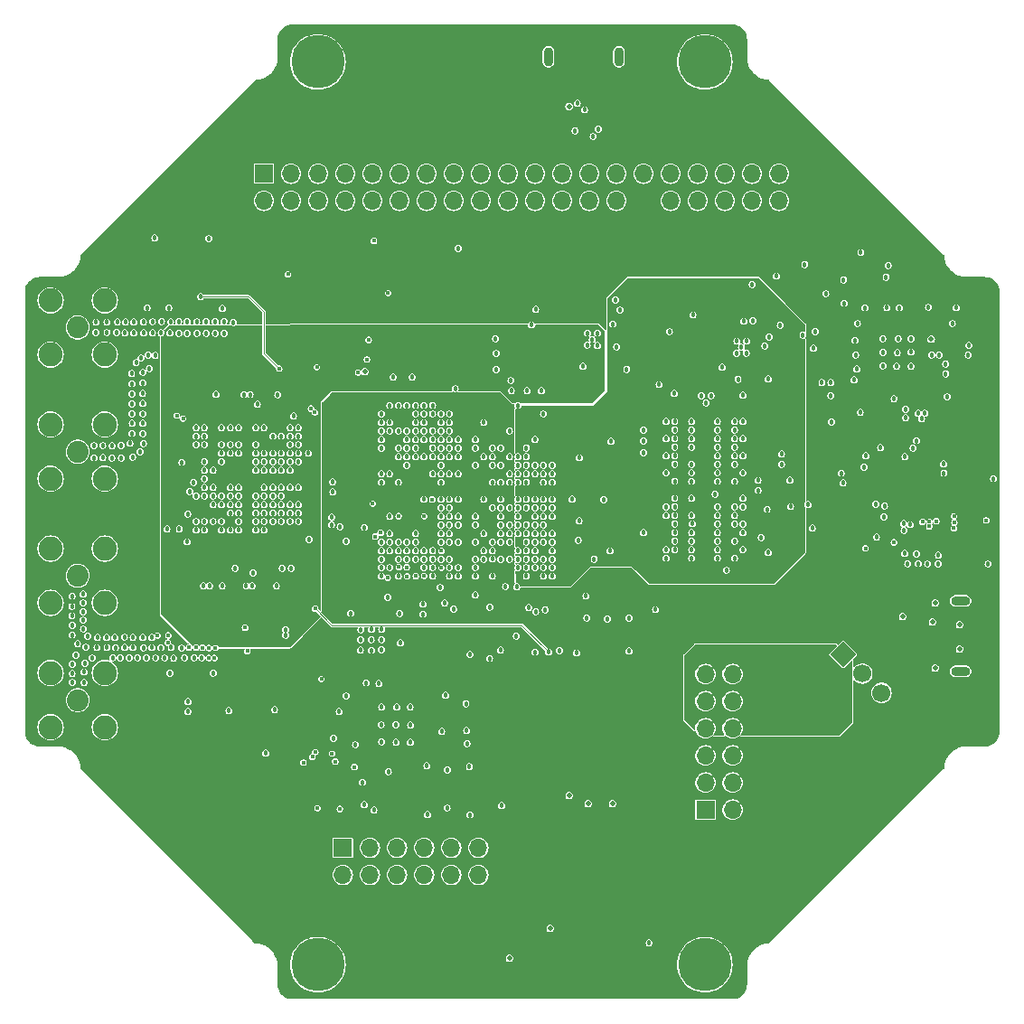
<source format=gbr>
%TF.GenerationSoftware,KiCad,Pcbnew,8.0.6*%
%TF.CreationDate,2025-01-14T20:30:26-08:00*%
%TF.ProjectId,IO_SDR_1.1,494f5f53-4452-45f3-912e-312e6b696361,rev?*%
%TF.SameCoordinates,Original*%
%TF.FileFunction,Copper,L5,Inr*%
%TF.FilePolarity,Positive*%
%FSLAX46Y46*%
G04 Gerber Fmt 4.6, Leading zero omitted, Abs format (unit mm)*
G04 Created by KiCad (PCBNEW 8.0.6) date 2025-01-14 20:30:26*
%MOMM*%
%LPD*%
G01*
G04 APERTURE LIST*
G04 Aperture macros list*
%AMHorizOval*
0 Thick line with rounded ends*
0 $1 width*
0 $2 $3 position (X,Y) of the first rounded end (center of the circle)*
0 $4 $5 position (X,Y) of the second rounded end (center of the circle)*
0 Add line between two ends*
20,1,$1,$2,$3,$4,$5,0*
0 Add two circle primitives to create the rounded ends*
1,1,$1,$2,$3*
1,1,$1,$4,$5*%
%AMRotRect*
0 Rectangle, with rotation*
0 The origin of the aperture is its center*
0 $1 length*
0 $2 width*
0 $3 Rotation angle, in degrees counterclockwise*
0 Add horizontal line*
21,1,$1,$2,0,0,$3*%
G04 Aperture macros list end*
%TA.AperFunction,ComponentPad*%
%ADD10RotRect,1.700000X1.700000X45.000000*%
%TD*%
%TA.AperFunction,ComponentPad*%
%ADD11HorizOval,1.700000X0.000000X0.000000X0.000000X0.000000X0*%
%TD*%
%TA.AperFunction,ComponentPad*%
%ADD12C,2.050000*%
%TD*%
%TA.AperFunction,ComponentPad*%
%ADD13C,2.250000*%
%TD*%
%TA.AperFunction,ComponentPad*%
%ADD14C,5.000000*%
%TD*%
%TA.AperFunction,ComponentPad*%
%ADD15R,1.700000X1.700000*%
%TD*%
%TA.AperFunction,ComponentPad*%
%ADD16O,1.700000X1.700000*%
%TD*%
%TA.AperFunction,ComponentPad*%
%ADD17O,1.800000X0.900000*%
%TD*%
%TA.AperFunction,ComponentPad*%
%ADD18O,0.900000X1.800000*%
%TD*%
%TA.AperFunction,ViaPad*%
%ADD19C,0.406400*%
%TD*%
%TA.AperFunction,ViaPad*%
%ADD20C,0.457200*%
%TD*%
%TA.AperFunction,ViaPad*%
%ADD21C,0.400000*%
%TD*%
%TA.AperFunction,ViaPad*%
%ADD22C,0.500000*%
%TD*%
%TA.AperFunction,Conductor*%
%ADD23C,0.113030*%
%TD*%
G04 APERTURE END LIST*
D10*
%TO.N,+5VA*%
%TO.C,J3*%
X172720000Y-108966000D03*
D11*
%TO.N,GND*%
X174516051Y-110762051D03*
%TO.N,PTI*%
X176312102Y-112558102D03*
%TD*%
D12*
%TO.N,/Sheet2/UB1*%
%TO.C,J11*%
X101015800Y-78333600D03*
D13*
%TO.N,N/C*%
X103555800Y-75793600D03*
X98475800Y-75793600D03*
X103555800Y-80873600D03*
X98475800Y-80873600D03*
%TD*%
D14*
%TO.N,GND*%
%TO.C,H2*%
X159766000Y-53454396D03*
%TD*%
%TO.N,GND*%
%TO.C,H4*%
X123516000Y-138024396D03*
%TD*%
%TO.N,GND*%
%TO.C,H3*%
X159766000Y-138024396D03*
%TD*%
D15*
%TO.N,+5VD*%
%TO.C,J6*%
X159820000Y-123500000D03*
D16*
X162360000Y-123500000D03*
X159820000Y-120960000D03*
X162360000Y-120960000D03*
%TO.N,GND*%
X159820000Y-118420001D03*
X162360000Y-118420000D03*
X159820000Y-115880000D03*
X162360000Y-115880000D03*
%TO.N,PWR_Rx*%
X159820000Y-113340000D03*
%TO.N,PWR_Tx*%
X162360000Y-113340000D03*
%TO.N,PWR_Rx1*%
X159820000Y-110800000D03*
%TO.N,PWR_Tx1*%
X162360000Y-110800000D03*
%TD*%
D17*
%TO.N,GND*%
%TO.C,J1*%
X183725000Y-110540000D03*
X183725000Y-103940000D03*
%TD*%
D12*
%TO.N,/Sheet2/UB2*%
%TO.C,J9*%
X101015800Y-89966800D03*
D13*
%TO.N,N/C*%
X103555800Y-87426800D03*
X98475800Y-87426800D03*
X103555800Y-92506800D03*
X98475800Y-92506800D03*
%TD*%
D12*
%TO.N,/Sheet2/UB4*%
%TO.C,J12*%
X101020000Y-101590000D03*
D13*
%TO.N,N/C*%
X103560000Y-99050000D03*
X98480000Y-99050000D03*
X103560000Y-104130000D03*
X98480000Y-104130000D03*
%TD*%
D12*
%TO.N,/Sheet2/UB3*%
%TO.C,J10*%
X101020000Y-113240000D03*
D13*
%TO.N,N/C*%
X103560000Y-110700000D03*
X98480000Y-110700000D03*
X103560000Y-115780000D03*
X98480000Y-115780000D03*
%TD*%
D15*
%TO.N,IO_L7P*%
%TO.C,J4*%
X118460000Y-63930000D03*
D16*
%TO.N,IO_L9N*%
X118460000Y-66470000D03*
%TO.N,PS_MI00*%
X121000000Y-63930000D03*
%TO.N,IO_L7N*%
X121000000Y-66470000D03*
%TO.N,GND*%
X123540000Y-63930000D03*
%TO.N,PS_MI011*%
X123540000Y-66470000D03*
%TO.N,IO_L12N*%
X126080000Y-63930000D03*
%TO.N,IO_L24N*%
X126080000Y-66470000D03*
%TO.N,SCL*%
X128620000Y-63930000D03*
%TO.N,IO_L10P*%
X128620000Y-66470000D03*
%TO.N,+5VD*%
X131160000Y-63930000D03*
%TO.N,SDA*%
X131160000Y-66470000D03*
%TO.N,IO_L15P_T2*%
X133700000Y-63930000D03*
%TO.N,IO_L15N_T2*%
X133700000Y-66470000D03*
%TO.N,IO_L4P_TO_35*%
X136240000Y-63930000D03*
%TO.N,IO_L4N_TO_35*%
X136240000Y-66470000D03*
%TO.N,GND*%
X138780000Y-63930000D03*
%TO.N,+5VA*%
X138780000Y-66470000D03*
%TO.N,PS_MI049*%
X141320000Y-63930000D03*
%TO.N,PS_MI048*%
X141320000Y-66470000D03*
%TO.N,PS_MIO07_500_USB_RESET_B*%
X143860000Y-63930000D03*
%TO.N,PS_MI046*%
X143860000Y-66470000D03*
%TO.N,PS_MI09*%
X146400000Y-63930000D03*
%TO.N,PS_MI052*%
X146400000Y-66470000D03*
%TO.N,unconnected-(J4-Pin_25-Pad25)*%
X148940000Y-63930000D03*
%TO.N,unconnected-(J4-Pin_26-Pad26)*%
X148940000Y-66470000D03*
%TO.N,unconnected-(J4-Pin_27-Pad27)*%
X151480000Y-63930000D03*
%TO.N,unconnected-(J4-Pin_28-Pad28)*%
X151480000Y-66470000D03*
%TO.N,TMS*%
X154020000Y-63930000D03*
%TO.N,+1V8*%
X154020000Y-66470000D03*
%TO.N,TDO*%
X156560000Y-63930000D03*
%TO.N,TCK*%
X156560000Y-66470000D03*
%TO.N,GND*%
X159100000Y-63930000D03*
%TO.N,TDI*%
X159100000Y-66470000D03*
%TO.N,UART_RX*%
X161640000Y-63930000D03*
%TO.N,EXT_CLK_EN*%
X161640000Y-66470000D03*
%TO.N,GND*%
X164180000Y-63930000D03*
%TO.N,UART_TX*%
X164180000Y-66470000D03*
%TO.N,SD_BOOT*%
X166720000Y-63930000D03*
%TO.N,JTAG_BOOT*%
X166720000Y-66470000D03*
%TD*%
D18*
%TO.N,GND*%
%TO.C,J2*%
X151720629Y-52971830D03*
X145120631Y-52971830D03*
%TD*%
D15*
%TO.N,+3V3*%
%TO.C,J5*%
X125860000Y-127080000D03*
D16*
X125860000Y-129620000D03*
%TO.N,GND*%
X128400000Y-127080000D03*
X128400000Y-129620000D03*
%TO.N,CAM0*%
X130939999Y-127080000D03*
%TO.N,CAM4*%
X130940000Y-129620000D03*
%TO.N,CAM1*%
X133480000Y-127080000D03*
%TO.N,CAM5*%
X133480000Y-129620000D03*
%TO.N,CAM2*%
X136020000Y-127080000D03*
%TO.N,CAM6*%
X136020000Y-129620000D03*
%TO.N,CAM3*%
X138560000Y-127080000D03*
%TO.N,CAM7*%
X138560000Y-129620000D03*
%TD*%
D14*
%TO.N,GND*%
%TO.C,H1*%
X123516000Y-53454396D03*
%TD*%
D19*
%TO.N,GND*%
X183110000Y-96010000D03*
X183100000Y-97140000D03*
X180790000Y-96970000D03*
X180150000Y-96540000D03*
X181450000Y-96480000D03*
X180810000Y-96540000D03*
X186130000Y-96400000D03*
X183150000Y-96590000D03*
D20*
%TO.N,+1V0*%
X135853064Y-94431664D03*
X140653054Y-92831664D03*
X135853064Y-96031654D03*
X135053064Y-92831664D03*
X135053064Y-96831654D03*
X136653064Y-96831654D03*
X135853064Y-90431674D03*
X140659124Y-89625604D03*
X166954194Y-90183004D03*
X138253054Y-96031654D03*
X135053064Y-89631674D03*
X135053064Y-91231664D03*
X140653054Y-91231664D03*
X139853054Y-90431674D03*
X135853064Y-92031664D03*
X140653054Y-95231664D03*
X140157194Y-79388004D03*
X151409394Y-75755804D03*
X140207994Y-80759604D03*
X140207994Y-82258204D03*
X140653054Y-96831654D03*
X152450794Y-82258204D03*
X135053064Y-95231664D03*
%TO.N,Net-(Q1-B)*%
X172542194Y-91986404D03*
X167792394Y-95110604D03*
%TO.N,+5VA*%
X161391594Y-82055004D03*
X113285994Y-70006014D03*
X179750000Y-100450000D03*
X166954194Y-91142214D03*
X166825014Y-78125014D03*
X127680000Y-120940500D03*
X108236014Y-69946024D03*
X178500474Y-99494034D03*
X180630000Y-100490000D03*
X143916394Y-76644804D03*
X181739994Y-80910024D03*
X175844194Y-97955404D03*
X178780000Y-100480000D03*
X182143394Y-91122804D03*
X148361394Y-81978804D03*
X183330014Y-76479972D03*
X181620000Y-100480000D03*
X178570024Y-85997444D03*
X128760000Y-123550000D03*
X109669984Y-110710014D03*
X179599994Y-99540004D03*
X169130014Y-72439984D03*
X181650000Y-99670000D03*
X182168794Y-91986404D03*
%TO.N,+1V8*%
X177027634Y-84009994D03*
X131853074Y-86431674D03*
X149791724Y-101534164D03*
X140653054Y-99231654D03*
X176259994Y-76970024D03*
X138253054Y-95231664D03*
X125070000Y-112890000D03*
X132653074Y-100831644D03*
X133453064Y-89631674D03*
X136653064Y-88031674D03*
X139053054Y-89631674D03*
X139853054Y-96031654D03*
X133648553Y-107810687D03*
X131053074Y-97631654D03*
X175309984Y-77880004D03*
X139053054Y-92831664D03*
X139853054Y-88831674D03*
X141453054Y-100831644D03*
X131053074Y-88831674D03*
X142349974Y-104960014D03*
X133648553Y-108796997D03*
X129453074Y-85631684D03*
X136653064Y-91231664D03*
X129220000Y-72560000D03*
X134253064Y-96031654D03*
X139053054Y-91231664D03*
X131853074Y-95231664D03*
X141453054Y-94431664D03*
X140653054Y-86431674D03*
X124897009Y-94683224D03*
X138253054Y-90431674D03*
X174670004Y-83329984D03*
X178346809Y-83826809D03*
X145340014Y-103360014D03*
X139853054Y-94431664D03*
X141453054Y-88831674D03*
X133653558Y-107374824D03*
X136653064Y-97631654D03*
X135053064Y-101631644D03*
X139853054Y-96831654D03*
X133453064Y-98431654D03*
X138253054Y-94431664D03*
X132653074Y-92031664D03*
X138253054Y-85631684D03*
X177437944Y-77002084D03*
X134253064Y-87231674D03*
X135853064Y-99231654D03*
X138253054Y-92831664D03*
X129453074Y-94431664D03*
X130253074Y-100031654D03*
X136653064Y-93631664D03*
X145010014Y-106849974D03*
X137422784Y-114840814D03*
X139853054Y-97631654D03*
X135469984Y-103399994D03*
X141453054Y-89631674D03*
X141453054Y-91231664D03*
X138253054Y-92031664D03*
X136653064Y-95231664D03*
D21*
X183029975Y-101900025D03*
D20*
X126180000Y-99230000D03*
X127450976Y-103207993D03*
X130253074Y-91231664D03*
%TO.N,Net-(C10-Pad1)*%
X164254984Y-77705004D03*
X172810014Y-76070004D03*
%TO.N,+1V5*%
X143053044Y-96031654D03*
X145453044Y-88031674D03*
X143853044Y-101631644D03*
X156140804Y-89542214D03*
X150977574Y-87971384D03*
X150393394Y-90056004D03*
X163340794Y-98342194D03*
X146456394Y-100012804D03*
X144653044Y-99231654D03*
X156140804Y-97542194D03*
X156140804Y-98342194D03*
X163340794Y-99942194D03*
X143853044Y-92831664D03*
X156140804Y-96742194D03*
X146456394Y-98844404D03*
X150291794Y-91580004D03*
X143053044Y-87231674D03*
X142253054Y-98431654D03*
X152704794Y-81242204D03*
X162540794Y-91942204D03*
X153779974Y-83850024D03*
X163340794Y-89542214D03*
X156940804Y-99942194D03*
X163340794Y-87942214D03*
X156140804Y-94342204D03*
X162640004Y-75010004D03*
X145453044Y-96831654D03*
X150875994Y-97320404D03*
X142253054Y-89631674D03*
X166782684Y-95492094D03*
X162540794Y-97542194D03*
X156140804Y-87942214D03*
X162540794Y-99142194D03*
X158540804Y-95142204D03*
X155828994Y-76314604D03*
X153695394Y-78727604D03*
X149402794Y-95631664D03*
X156940804Y-91942204D03*
X144653044Y-90431674D03*
X163340794Y-95942204D03*
X162540794Y-94342204D03*
%TO.N,Net-(U5-NR)*%
X165720004Y-83160004D03*
X165403374Y-80063394D03*
%TO.N,/Sheet1/TPP*%
X165784984Y-79210004D03*
X151129994Y-78016404D03*
X151510994Y-80150004D03*
%TO.N,+1V2*%
X114427004Y-81750000D03*
X119620544Y-105570414D03*
X118313194Y-81493274D03*
X115424444Y-81750000D03*
X112897004Y-90113204D03*
X113696994Y-90913204D03*
X147624794Y-83121804D03*
X119296984Y-97313194D03*
X145846794Y-84391804D03*
X114540534Y-105575404D03*
X121696984Y-91713204D03*
X115556534Y-105575404D03*
X147573994Y-84391804D03*
X120096984Y-97313194D03*
X118496984Y-88513204D03*
X113696994Y-90113204D03*
X118604554Y-105575404D03*
X119296984Y-87713214D03*
X114496994Y-95713194D03*
%TO.N,VDDA1P1_RX_VCO*%
X112897004Y-93313194D03*
X120896984Y-87713214D03*
%TO.N,+12L*%
X160350194Y-84722004D03*
X122631174Y-90113204D03*
X112897004Y-91713204D03*
X120096984Y-88513204D03*
X159892994Y-85407804D03*
X119296984Y-88513204D03*
X112897004Y-90913204D03*
X159435794Y-84722004D03*
X110540794Y-97193404D03*
X113696994Y-94913194D03*
%TO.N,/Sheet2/TX2A_N*%
X117150504Y-84620404D03*
X117696994Y-87713214D03*
%TO.N,/Sheet2/RX2A_N*%
X112097004Y-87713214D03*
D19*
X110890000Y-86870000D03*
D20*
%TO.N,/Sheet2/TX1A_N*%
X116808404Y-102527404D03*
X118496984Y-97313194D03*
%TO.N,/Sheet2/RX1A_N*%
X112897004Y-97313194D03*
X112799104Y-102532384D03*
%TO.N,/Sheet2/TX2A_P*%
X118496984Y-87713214D03*
X116580274Y-84620404D03*
%TO.N,/Sheet2/RX2A_P*%
X112897004Y-87713214D03*
D19*
X110300000Y-86590000D03*
D20*
%TO.N,TCK*%
X163347394Y-84671204D03*
X152679394Y-105550004D03*
X139053054Y-97631654D03*
%TO.N,/Sheet3/H6*%
X140653054Y-96031654D03*
X147904194Y-98260204D03*
%TO.N,/Sheet3/P6*%
X141453054Y-90431674D03*
X147345394Y-94424804D03*
X148005794Y-90538604D03*
%TO.N,FPGA-REST*%
X140653054Y-100031654D03*
X141096994Y-102603604D03*
%TO.N,+3.3V*%
X120510000Y-106650000D03*
X120510000Y-107160000D03*
X120190000Y-100890000D03*
D19*
%TO.N,Net-(C84-Pad2)*%
X116690000Y-106450000D03*
X116900000Y-108650000D03*
D20*
%TO.N,USB_OTG_N*%
X148495410Y-57939400D03*
X182329984Y-81758994D03*
%TO.N,USB_OTG_P*%
X182340000Y-82690000D03*
X147814934Y-57328942D03*
D22*
%TO.N,USB_ID*%
X147036000Y-57629984D03*
X180980000Y-79430000D03*
D20*
%TO.N,+15V*%
X154035594Y-90041414D03*
X154025594Y-87942214D03*
X165582594Y-95373794D03*
X164744394Y-92655994D03*
X154025594Y-88961614D03*
X163340794Y-94342204D03*
X156940804Y-90342214D03*
X164744394Y-93592804D03*
%TO.N,TMS*%
X141453054Y-95231664D03*
X150639974Y-105630014D03*
%TO.N,EXT_CLK_EN*%
X111328194Y-114313004D03*
X136660000Y-70910000D03*
%TO.N,UART_RX*%
X139853054Y-98431654D03*
%TO.N,UART_TX*%
X139053054Y-99231654D03*
%TO.N,SD_BOOT*%
X124992484Y-116810000D03*
%TO.N,IO_L15P_T2*%
X130253074Y-97631654D03*
%TO.N,IO_L4N_TO_35*%
X129460118Y-99238698D03*
%TO.N,IO_L4P_TO_35*%
X130253074Y-99231654D03*
%TO.N,PS_MI048*%
X135853064Y-100831644D03*
%TO.N,PS_MI049*%
X135853064Y-100031654D03*
%TO.N,PS_MI046*%
X132653074Y-99231654D03*
%TO.N,PS_MIO07_500_USB_RESET_B*%
X177969974Y-76490014D03*
%TO.N,PS_MI052*%
X138253054Y-100031654D03*
%TO.N,PS_MI09*%
X142253054Y-100831644D03*
%TO.N,IO_L9N*%
X129453074Y-92831664D03*
%TO.N,IO_L7P*%
X130253074Y-92031664D03*
%TO.N,IO_L7N*%
X129453074Y-92031664D03*
%TO.N,PS_MI00*%
X176225194Y-89598804D03*
X165049194Y-98006204D03*
X141453054Y-98431654D03*
D19*
%TO.N,PS_MI011*%
X120710000Y-73350000D03*
X123222618Y-86287330D03*
D20*
X141453054Y-100031654D03*
X125598813Y-97007378D03*
X132653074Y-97631654D03*
%TO.N,IO_L24N*%
X132653074Y-90431674D03*
%TO.N,IO_L12N*%
X130253074Y-88031674D03*
D21*
%TO.N,IO_L10P*%
X128770000Y-70210000D03*
D20*
X133453064Y-87231674D03*
%TO.N,SCL*%
X131853074Y-88031674D03*
X132333994Y-82969404D03*
%TO.N,SDA*%
X130555994Y-82969404D03*
X131853074Y-85631684D03*
%TO.N,CD*%
X134253064Y-100831644D03*
X147741517Y-108826216D03*
D22*
X148844000Y-122936000D03*
D20*
%TO.N,+3V3*%
X129240024Y-111679984D03*
D19*
X122170000Y-119090000D03*
D22*
X147066000Y-122174000D03*
D20*
X131238553Y-107881083D03*
X137720000Y-119470000D03*
D19*
X123850000Y-111250000D03*
D20*
X135660000Y-119760000D03*
D19*
X126940000Y-119510000D03*
D20*
X130124194Y-119951804D03*
X133723153Y-119392604D03*
%TO.N,Net-(Q1-C)*%
X172694594Y-92900804D03*
X179273194Y-89624204D03*
%TO.N,USR_LED*%
X145132540Y-108738750D03*
D21*
X119900000Y-82190000D03*
X123270000Y-104670000D03*
D20*
X139850000Y-100020000D03*
X112523984Y-75435984D03*
%TO.N,DONE*%
X136372594Y-84061604D03*
X136653064Y-89631674D03*
X107515974Y-76486014D03*
%TO.N,TX_VCO_1P1V_SUPPLY*%
X111886994Y-92850004D03*
X120896984Y-88513204D03*
X113696994Y-93313194D03*
%TO.N,TDO*%
X141453054Y-97631654D03*
X155143194Y-104762604D03*
%TO.N,TDI*%
X148629974Y-103490014D03*
X141453054Y-96831654D03*
%TO.N,/Sheet3/DDR-RESET*%
X143053044Y-100831644D03*
X162540794Y-87142214D03*
%TO.N,/Sheet3/DDR-CK_P*%
X144653044Y-92831664D03*
X158540804Y-92742204D03*
%TO.N,/Sheet3/DDR-CK_N*%
X144653044Y-92031664D03*
X158540804Y-91942204D03*
%TO.N,USR_BTN*%
X143916394Y-104965804D03*
X146130229Y-108602039D03*
D19*
X130088615Y-75088885D03*
D20*
%TO.N,PS_MIO06_500_QSPI0_SCLK*%
X143865594Y-108750404D03*
X135105541Y-116180456D03*
%TO.N,PS_MIO01_500_QSPI0_SS_B*%
X139590000Y-109340000D03*
X126160014Y-112850014D03*
%TO.N,JTAG_BOOT*%
X137382804Y-113590784D03*
%TO.N,/Sheet2/TX1A_P*%
X117378634Y-102527404D03*
X117696994Y-97313194D03*
%TO.N,/Sheet2/RX1A_P*%
X112097004Y-97313194D03*
X113369334Y-102532384D03*
%TO.N,IO_L08_34_CTRL_OUT0*%
X114496994Y-90113204D03*
X134253064Y-86431674D03*
%TO.N,IO_L08_34_CTRL_OUT1*%
X134253064Y-85631684D03*
X114496994Y-90913204D03*
%TO.N,IO_L11_34_TXNRX*%
X134253064Y-88031674D03*
X114496994Y-94113194D03*
%TO.N,IO_L24_35_SPI_DI*%
X129453074Y-100831644D03*
X114496994Y-94913194D03*
%TO.N,PS_MIO36_501_USB0_CLK*%
X136653064Y-101631644D03*
X174066194Y-77965604D03*
%TO.N,PS_MIO31_501_USB0_NXT*%
X170738794Y-83502804D03*
X132653074Y-98431654D03*
%TO.N,PS_MIO32_501_USB0_D0*%
X134253064Y-101631644D03*
X173837594Y-79540404D03*
%TO.N,CTRL_IN0*%
X131853074Y-98431654D03*
X115296994Y-89313204D03*
%TO.N,CTRL_IN3*%
X130253074Y-98431654D03*
X115296994Y-90113204D03*
%TO.N,IO_L10_34_EN_AGC*%
X133453064Y-86431674D03*
X115296994Y-93313194D03*
%TO.N,IO_L23_35_SPI_CLK*%
X115296994Y-94913194D03*
X130253074Y-100831644D03*
%TO.N,IO_02_34_AD9361_RST*%
X115296994Y-95713194D03*
X131053074Y-90431674D03*
%TO.N,CTRL_IN1*%
X131053074Y-99231654D03*
X116096994Y-89313204D03*
%TO.N,CTRL_IN2*%
X131053074Y-98431654D03*
X116096994Y-90113204D03*
%TO.N,IO_L11_34_ENABLE*%
X116096994Y-93313194D03*
X133453064Y-88031674D03*
%TO.N,IO_02_34_AD9361_CLKOUT*%
X116096994Y-94913194D03*
X131853074Y-91231664D03*
%TO.N,IO_L23_35_SPI_ENB*%
X129450050Y-101630960D03*
X116096994Y-95713194D03*
%TO.N,IO_L24_35_SPI_D0*%
X129453074Y-100031654D03*
X116096994Y-96513194D03*
%TO.N,IO_L19_34_TX_D9*%
X132653074Y-89631674D03*
X117696994Y-90113204D03*
%TO.N,IO_L20_34_TX_D11*%
X117696994Y-90913204D03*
X131853074Y-88831674D03*
%TO.N,IO_L06_34_RX_D10*%
X117696994Y-94913194D03*
X134253064Y-90431674D03*
%TO.N,IO_L05_34_RX_D8*%
X135853064Y-87231674D03*
X117696994Y-95713194D03*
%TO.N,IO_L18_34_TX_D7*%
X132653074Y-87231674D03*
X118496984Y-90113204D03*
%TO.N,IO_L19_34_TX_D8*%
X118496984Y-90913204D03*
X131853074Y-89631674D03*
%TO.N,IO_L20_34_TX_D10*%
X131053074Y-89631674D03*
X118496984Y-91713204D03*
%TO.N,IO_L07_34_RX_FRAME*%
X132653074Y-85631684D03*
X118496984Y-93313194D03*
%TO.N,IO_L06_34_RX_D11*%
X118496984Y-94113194D03*
X134253064Y-89631674D03*
%TO.N,IO_L05_34_RX_D9*%
X135053064Y-86431674D03*
X118496984Y-94913194D03*
%TO.N,IO_L04_34_RX_D6*%
X118496984Y-95713194D03*
X136653064Y-88831674D03*
%TO.N,IO_L17_34_TX_D5*%
X119296984Y-90113204D03*
X131053074Y-85631684D03*
%TO.N,IO_L18_34_TX_D6*%
X119296984Y-90913204D03*
X132653074Y-86431674D03*
%TO.N,IO_L09_34_TX_FRAME*%
X119296984Y-93313194D03*
X132653074Y-88831674D03*
%TO.N,IO_L04_34_RX_D7*%
X119296984Y-94913194D03*
X133453064Y-88831674D03*
%TO.N,IO_L03_34_RX_D4*%
X119296984Y-95713194D03*
X135853064Y-88831674D03*
X124790194Y-96812404D03*
%TO.N,IO_L16_34_TX_D3*%
X129453074Y-87231674D03*
X120096984Y-90113204D03*
%TO.N,IO_L17_34_TX_D4*%
X129453074Y-86431674D03*
X120096984Y-90913204D03*
%TO.N,IO_L01_34_FB_CLK*%
X133453064Y-90431674D03*
X120096984Y-91713204D03*
%TO.N,IO_L03_34_RX_D5*%
X138253054Y-88831674D03*
X120096984Y-94913194D03*
%TO.N,IO_L02_34_RX_D2*%
X135053064Y-88031674D03*
X120096984Y-95713194D03*
X124790194Y-96101204D03*
%TO.N,IO_L15_34_TX_D1*%
X120896984Y-90113204D03*
X130253074Y-85631684D03*
%TO.N,IO_L16_34_TX_D2*%
X129453074Y-88031674D03*
X120896984Y-90913204D03*
%TO.N,IO_L12_MRCC_34_DATA_CLK*%
X131053074Y-88031674D03*
X120896984Y-93313194D03*
%TO.N,SDMMC_D3*%
X133453064Y-100831644D03*
X133375394Y-105194404D03*
%TO.N,IO_L02_34_RX_D3*%
X135853064Y-88031674D03*
X120896984Y-94913194D03*
%TO.N,PS_MIO05_500_QSPI0_IO3*%
X140614394Y-108556715D03*
X135479984Y-112780014D03*
%TO.N,IO_L01_34_RX_D0*%
X135053064Y-87231674D03*
X120896984Y-95713194D03*
%TO.N,SDMMC_D2*%
X131190994Y-105118204D03*
X135053064Y-97631654D03*
%TO.N,IO_L15_34_TX_D0*%
X129453074Y-88831674D03*
X121696984Y-90913204D03*
%TO.N,IO_L01_34_RX_D1*%
X121696984Y-94913194D03*
X134253064Y-88831674D03*
%TO.N,PS_MIO33_501_USB0_D1*%
X133453064Y-99231654D03*
X171576994Y-83502804D03*
%TO.N,PS_MIO34_501_USB0_D2*%
X135853064Y-101631644D03*
X173880014Y-80900014D03*
%TO.N,PS_MIO35_501_USB0_D3*%
X173989994Y-82232804D03*
X135853064Y-97631654D03*
X165709594Y-99403204D03*
%TO.N,PS_MIO28_501_USB0_D4*%
X130047994Y-103594204D03*
X173761394Y-83248804D03*
D19*
X174810000Y-99010000D03*
D20*
X132653074Y-100031654D03*
%TO.N,PS_MIO37_501_USB0_D5*%
X174320194Y-86271404D03*
X138253054Y-101631644D03*
%TO.N,PS_MIO38_501_USB0_D6*%
X135053064Y-98431654D03*
X171627794Y-87185804D03*
%TO.N,PS_MIO39_501_USB0_D7*%
X131053074Y-100031654D03*
D19*
X177480000Y-98460000D03*
D20*
X177495194Y-85001404D03*
%TO.N,PS_MIO30_501_USB0_STP*%
X133453064Y-100031654D03*
X176830024Y-76480004D03*
%TO.N,PS_MIO29_501_USB0_DIR*%
X174751994Y-76492404D03*
X135053064Y-100031654D03*
%TO.N,/Sheet3/PS-DDR-BA1*%
X143053044Y-89631674D03*
X156940804Y-89542214D03*
%TO.N,/Sheet3/PS-DDR-CAS*%
X142253054Y-90431674D03*
X160940794Y-91942204D03*
%TO.N,/Sheet3/PS-DDR-RAS*%
X143053044Y-90431674D03*
X160940794Y-92742204D03*
%TO.N,/Sheet3/PS-DDR-ODT*%
X142253054Y-91231664D03*
X163340794Y-91942204D03*
%TO.N,/Sheet3/PS-DDR-CKE*%
X143853044Y-91231664D03*
X156140804Y-91942204D03*
%TO.N,/Sheet3/PS-DDR-A0*%
X144653044Y-91231664D03*
X160940794Y-89542214D03*
%TO.N,/Sheet3/PS-DDR-CS*%
X162540794Y-91142214D03*
X145453044Y-91231664D03*
%TO.N,/Sheet3/PS-DDR-WE*%
X142253054Y-92031664D03*
X160940794Y-91142214D03*
%TO.N,/Sheet3/PS-DDR-A4*%
X143053044Y-92031664D03*
X156940804Y-88742214D03*
%TO.N,/Sheet3/PS-DDR-A2*%
X160940794Y-88742214D03*
X143853044Y-92031664D03*
%TO.N,/Sheet3/PS-DDR-BA0*%
X142253054Y-92831664D03*
X162540794Y-90342214D03*
%TO.N,/Sheet3/PS-DDR-A6*%
X143053044Y-92831664D03*
X156940804Y-87942214D03*
%TO.N,/Sheet3/PS-DDR-A5*%
X162540794Y-88742214D03*
X145453044Y-92831664D03*
%TO.N,/Sheet3/PS-DDR-A7*%
X162540794Y-87942214D03*
X143053044Y-94431664D03*
%TO.N,/Sheet3/PS-DDR-A3*%
X143853044Y-94431664D03*
X162540794Y-89542214D03*
%TO.N,/Sheet3/PS-DDR-A1*%
X144653044Y-94431664D03*
X158540804Y-88742214D03*
%TO.N,/Sheet3/PS-DDR-A8*%
X156940804Y-87142214D03*
X145453044Y-94431664D03*
%TO.N,/Sheet3/PS-DDR-BA2*%
X142253054Y-95231664D03*
X160940794Y-90342214D03*
%TO.N,/Sheet3/PS-DDR-A9*%
X160940794Y-87942214D03*
X143053044Y-95231664D03*
%TO.N,/Sheet3/DDR-DQ12*%
X143853044Y-95231664D03*
X158540804Y-99942194D03*
%TO.N,/Sheet3/DDR-DQ15*%
X145453044Y-95231664D03*
X160940794Y-99942194D03*
%TO.N,/Sheet3/DDR-DQ11*%
X143853044Y-96031654D03*
X162540794Y-98342194D03*
%TO.N,/Sheet3/DDR-DQ13*%
X162540794Y-99942194D03*
X144653044Y-96031654D03*
%TO.N,/Sheet3/DDR-DQ14*%
X156940804Y-99142194D03*
X145453044Y-96031654D03*
%TO.N,/Sheet3/PS-DDR-A11*%
X158540804Y-87942214D03*
X143053044Y-96831654D03*
%TO.N,/Sheet3/DDR-DQ10*%
X143853044Y-96831654D03*
X156940804Y-98342194D03*
%TO.N,/Sheet3/DDR-LDQS_N*%
X160940794Y-95142204D03*
X144653044Y-100831644D03*
%TO.N,/Sheet3/PS-DDR-A10*%
X142253054Y-97631654D03*
X158540804Y-91142214D03*
%TO.N,/Sheet3/PS-DDR-A14*%
X158540804Y-87142214D03*
X143053044Y-97631654D03*
%TO.N,/Sheet3/DDR-LDQS_P*%
X160940794Y-95942204D03*
X144653044Y-100031654D03*
%TO.N,/Sheet3/DDR-UDM*%
X145453044Y-97631654D03*
X160940794Y-97542194D03*
%TO.N,SDMMC_D0*%
X135853064Y-98431654D03*
X135399974Y-104139994D03*
%TO.N,/Sheet3/PS-DDR-A12*%
X143053044Y-98431654D03*
X158540804Y-89542214D03*
%TO.N,/Sheet3/DDR-DQ9*%
X160940794Y-98342194D03*
X143853044Y-98431654D03*
%TO.N,/Sheet3/DDR-DQ8*%
X144653044Y-98431654D03*
X158540804Y-97542194D03*
%TO.N,/Sheet3/DDR-DQ7*%
X145453044Y-98431654D03*
X158540804Y-94342204D03*
%TO.N,SDMMC_CLK*%
X134253064Y-99231654D03*
X134959320Y-102690503D03*
%TO.N,/Sheet3/PS-DDR-A13*%
X160940794Y-87142214D03*
X143053044Y-99231654D03*
%TO.N,/Sheet3/DDR-DQ4*%
X160731194Y-93942204D03*
X143853044Y-99231654D03*
%TO.N,/Sheet3/DDR-DQ5*%
X156940804Y-94342204D03*
X145453044Y-99231654D03*
%TO.N,SDMMC_CMD*%
X131853074Y-100031654D03*
X133349994Y-104254604D03*
%TO.N,/Sheet3/DDR-DQ0*%
X160940794Y-96742194D03*
X143853044Y-100031654D03*
%TO.N,/Sheet3/DDR-UDQS_N*%
X158540804Y-99142194D03*
X144653044Y-97631654D03*
%TO.N,/Sheet3/DDR-DQ6*%
X145453044Y-100031654D03*
X162540794Y-95142204D03*
%TO.N,/Sheet3/DDR-DQ1*%
X158540804Y-95942204D03*
X143853044Y-100831644D03*
%TO.N,/Sheet3/DDR-UDQS_P*%
X158540804Y-98342194D03*
X144653044Y-96831654D03*
%TO.N,/Sheet3/DDR-DQ3*%
X156940804Y-95942204D03*
X143053044Y-101631644D03*
%TO.N,/Sheet3/DDR-DQ2*%
X144653044Y-101631644D03*
X162540794Y-95942204D03*
%TO.N,/Sheet3/DDR-LDM*%
X158580000Y-96720000D03*
X145453044Y-101631644D03*
%TO.N,GND*%
X119439994Y-114130000D03*
X109173368Y-109289336D03*
X132166554Y-117198804D03*
X111359994Y-113380014D03*
X132653074Y-88031674D03*
X174862307Y-90363067D03*
X112097004Y-88513204D03*
X100478905Y-103494996D03*
X130844894Y-117198804D03*
D19*
X113320000Y-108370000D03*
D20*
X128553764Y-106626864D03*
X119620544Y-102532414D03*
X137482824Y-117320824D03*
X120896984Y-91713204D03*
X104230867Y-89407674D03*
X135053064Y-94431664D03*
X156140804Y-99942194D03*
X111909099Y-109269464D03*
X100509936Y-109877799D03*
X129453074Y-98431654D03*
X132154874Y-113877144D03*
X126579984Y-105110024D03*
X105437005Y-108304054D03*
X102724608Y-78794265D03*
X113920000Y-78870000D03*
D22*
X181102000Y-105918000D03*
D20*
X102358045Y-109291571D03*
X130820004Y-115549984D03*
X154550004Y-135970635D03*
X136653064Y-92031664D03*
X176426104Y-79394714D03*
X143853044Y-88831674D03*
X106260000Y-78830000D03*
X108860000Y-77780000D03*
X112897004Y-92513204D03*
X139853054Y-95231664D03*
X109653573Y-78841151D03*
X177869134Y-79376014D03*
X114555994Y-76546004D03*
X107970000Y-107360000D03*
X105105726Y-90560986D03*
X131053074Y-101631644D03*
X163340794Y-88742214D03*
X102542220Y-90541113D03*
X169951394Y-80277004D03*
X111505994Y-93688204D03*
X112644369Y-109269464D03*
X130253074Y-87231674D03*
X125510000Y-114320000D03*
X162540794Y-96742194D03*
X106088576Y-83599862D03*
X111040000Y-109280000D03*
X156940804Y-95142204D03*
X145453044Y-92031664D03*
X102541735Y-89394425D03*
X163658294Y-79610664D03*
X114540534Y-102532384D03*
X139853054Y-101631644D03*
X121696984Y-88513204D03*
X121696984Y-95713194D03*
X112097004Y-89313204D03*
X152668728Y-108636847D03*
X171094394Y-75171604D03*
X103356977Y-90531177D03*
X106640000Y-109280000D03*
X140653054Y-97631654D03*
X114496994Y-87713214D03*
D22*
X141478000Y-137414000D03*
D20*
X144449794Y-84264804D03*
X143853044Y-97631654D03*
X126150000Y-98340000D03*
X101692328Y-109768502D03*
X120896984Y-89313204D03*
D19*
X113930000Y-108340000D03*
D20*
X121696984Y-87713214D03*
X102740000Y-77840000D03*
X177777644Y-80686244D03*
X100508713Y-106237351D03*
X105444873Y-78830512D03*
X107620000Y-80910000D03*
X149402794Y-100031654D03*
X154016884Y-97542194D03*
X133453064Y-94431664D03*
X106058767Y-82655935D03*
X163637514Y-80729984D03*
X107165881Y-108333862D03*
X100490063Y-110742237D03*
X149705154Y-80015434D03*
X117696994Y-96513194D03*
X105480000Y-77830000D03*
X122707394Y-98184004D03*
X179062174Y-81956904D03*
X101519872Y-104130051D03*
X120896984Y-96513194D03*
X177721004Y-81956904D03*
X110786104Y-90970414D03*
X120096984Y-96513194D03*
X148719994Y-105539994D03*
D19*
X109510000Y-107180000D03*
D20*
X162729564Y-80747314D03*
X174684864Y-91402204D03*
X117429984Y-101309984D03*
X139853054Y-91231664D03*
X106098849Y-88261713D03*
X147615960Y-59899971D03*
X139053054Y-87231674D03*
X129499864Y-113888824D03*
X112097004Y-94113194D03*
X167724604Y-92641414D03*
X107131679Y-88268175D03*
D22*
X178308000Y-105410000D03*
D20*
X176442264Y-80662574D03*
X127485494Y-108545024D03*
X155490004Y-83679994D03*
X106149013Y-90481497D03*
X113960000Y-84590000D03*
X145453044Y-100831644D03*
X100478905Y-107141534D03*
X116096994Y-94113194D03*
X162540794Y-92742204D03*
X149701244Y-78862884D03*
X131853074Y-90431674D03*
X108338738Y-109289336D03*
X156440014Y-78729994D03*
X102833754Y-108313990D03*
X112897004Y-94113194D03*
X115296994Y-87713214D03*
X163409984Y-77750004D03*
X156140804Y-95142204D03*
X101533248Y-105740725D03*
X104542758Y-108323926D03*
X150288954Y-94453044D03*
X180720994Y-76441604D03*
X103767896Y-78809169D03*
X113696994Y-94113194D03*
X182956194Y-77965604D03*
X176606194Y-95059804D03*
X131853074Y-99231654D03*
X179077764Y-80631384D03*
X101555328Y-106584187D03*
X104993594Y-109276088D03*
X116096994Y-87713214D03*
X115296994Y-94113194D03*
X117830594Y-85534804D03*
X100985645Y-107946356D03*
X136653064Y-100831644D03*
X106270000Y-77820000D03*
X106099616Y-84562876D03*
D19*
X113310000Y-109290000D03*
D20*
X128530344Y-108576214D03*
X101612839Y-111586803D03*
X182473594Y-84823604D03*
X133453064Y-85631684D03*
X107740000Y-82180000D03*
X130903364Y-113888824D03*
X104710000Y-77810000D03*
X134253064Y-100031654D03*
X100519872Y-111576867D03*
X169824394Y-97117204D03*
X156940804Y-92742204D03*
X156140804Y-90342214D03*
D19*
X109460000Y-107860000D03*
D20*
X100837826Y-109023297D03*
X110482120Y-78870000D03*
X117696994Y-89313204D03*
X138253054Y-96831654D03*
X144828003Y-104778003D03*
X120096984Y-94113194D03*
X104211480Y-90551049D03*
X108020000Y-77800000D03*
X137750000Y-108960000D03*
X168960794Y-79057804D03*
X130253074Y-96031654D03*
X107111807Y-83518733D03*
X174381050Y-71288540D03*
X140736400Y-123123069D03*
X137770000Y-123990000D03*
X107091935Y-84502404D03*
X135610000Y-123350000D03*
X135853064Y-96831654D03*
X107129570Y-87302678D03*
D22*
X181356000Y-110236000D03*
D20*
X136653064Y-96031654D03*
X111277394Y-98412604D03*
X150977574Y-88990784D03*
X171576994Y-84722004D03*
X113696994Y-96513194D03*
X156879994Y-84520024D03*
X121029974Y-100890014D03*
X129489394Y-106626864D03*
X115296994Y-97313194D03*
X111277005Y-78876624D03*
X143053044Y-91231664D03*
X127555694Y-106642454D03*
X121696984Y-90113204D03*
X107172429Y-89199744D03*
X124913306Y-92790452D03*
X143535394Y-78092604D03*
X109372394Y-97218804D03*
X106950000Y-81190000D03*
X117696994Y-91713204D03*
X161772594Y-101079604D03*
X102860000Y-107360000D03*
X144653044Y-86431674D03*
X106172274Y-108313990D03*
X105072121Y-89381177D03*
X127049984Y-117419984D03*
X118496984Y-96513194D03*
X100468969Y-104468731D03*
X138253054Y-91231664D03*
X144653044Y-95231664D03*
X141630394Y-84239404D03*
X121696984Y-93313194D03*
X101770594Y-108274246D03*
X169417994Y-94932804D03*
X175767994Y-94882004D03*
X119296984Y-94113194D03*
X114496994Y-97313194D03*
X137452804Y-116100804D03*
X114734758Y-78876624D03*
X129488174Y-117140274D03*
D19*
X113830000Y-109290000D03*
D20*
X163340794Y-87142214D03*
D22*
X183642000Y-106172000D03*
D20*
X176437844Y-81932724D03*
X108832732Y-78823632D03*
X112177876Y-78883248D03*
X135853064Y-89631674D03*
X127860000Y-123040000D03*
X147980394Y-96456804D03*
X135853064Y-95231664D03*
X108260000Y-80940000D03*
X113699994Y-110710014D03*
X110742867Y-108363671D03*
X104290000Y-109280000D03*
X105900127Y-89182456D03*
X163340794Y-96742194D03*
X142253054Y-85631684D03*
X104505237Y-107360256D03*
X113905242Y-77783376D03*
D19*
X112710000Y-108330000D03*
D20*
X116096994Y-97313194D03*
X129504994Y-107585964D03*
X111262247Y-77790000D03*
X156940804Y-97542194D03*
X143128994Y-84264804D03*
X108815269Y-108323926D03*
X156140804Y-88742214D03*
X103730000Y-107360015D03*
X138253054Y-98431654D03*
X101528832Y-104950255D03*
X163340794Y-90342214D03*
D22*
X183642000Y-108458000D03*
D20*
X107460000Y-109270000D03*
X164209974Y-74309984D03*
X135053064Y-88831674D03*
X139853054Y-89631674D03*
X106217538Y-107359023D03*
X134253064Y-92031664D03*
X107160000Y-77810000D03*
X129481624Y-108506004D03*
D19*
X112090000Y-108320000D03*
D22*
X151130000Y-122936000D03*
D20*
X163340794Y-95142204D03*
X129453074Y-89631674D03*
X139053054Y-90431674D03*
X135053064Y-96031654D03*
D19*
X108500000Y-107180000D03*
D20*
X163340794Y-97542194D03*
X135853064Y-86431674D03*
X150875994Y-99254054D03*
X103369741Y-89394425D03*
X186816994Y-92494404D03*
X119296984Y-91713204D03*
D22*
X145288000Y-134620000D03*
D20*
X115780004Y-100880014D03*
X106129424Y-87305232D03*
X156940804Y-96742194D03*
X163340794Y-99142194D03*
X106099616Y-86410986D03*
X136245594Y-104711804D03*
X107950831Y-108313990D03*
X148786384Y-78862884D03*
X103750000Y-77840000D03*
X107131679Y-82544998D03*
X107130000Y-107360000D03*
X109545994Y-76486014D03*
X176529994Y-96075804D03*
X119296984Y-96513194D03*
X106480000Y-81630000D03*
X121696984Y-96513194D03*
X179577994Y-88938404D03*
X110467362Y-77783376D03*
X109710000Y-77810000D03*
X162764214Y-79614114D03*
X106099616Y-85486931D03*
X156140804Y-99142194D03*
X141604994Y-83299604D03*
X127532274Y-107585964D03*
X142138394Y-102629004D03*
X176750014Y-73620024D03*
X112897004Y-89313204D03*
X118630000Y-118210000D03*
X156140804Y-87142214D03*
X124920000Y-93738594D03*
X151815794Y-76695604D03*
X107180000Y-78830256D03*
X112097004Y-96513194D03*
X128498594Y-107594394D03*
X136653064Y-90431674D03*
X104649987Y-78797392D03*
X114496994Y-89313204D03*
X106844538Y-89984693D03*
X108011350Y-78830256D03*
X129429704Y-115561364D03*
X136653064Y-94431664D03*
X141453054Y-92031664D03*
X170103794Y-78702204D03*
X114720000Y-77790000D03*
X166450004Y-73519994D03*
X100468969Y-105333169D03*
X115610690Y-77854533D03*
X176940004Y-72519994D03*
X101952771Y-107233344D03*
X132201664Y-115584734D03*
X117696994Y-94113194D03*
X131053074Y-92831664D03*
X184450024Y-80919984D03*
X163201394Y-80184044D03*
X142120004Y-107230014D03*
X186308994Y-100491214D03*
X112897004Y-96513194D03*
X139053054Y-100031654D03*
X140653054Y-94431664D03*
X141453054Y-88031674D03*
X113057364Y-77790000D03*
X160940794Y-99142194D03*
X115188994Y-114236804D03*
X109779068Y-108304054D03*
X133790000Y-123960000D03*
X105387324Y-107350191D03*
X119760994Y-84645804D03*
D19*
X111450000Y-108320000D03*
D20*
X110030000Y-109300000D03*
X112897004Y-88513204D03*
X120096984Y-93313194D03*
X113072122Y-78876624D03*
X143053044Y-100031654D03*
X179069994Y-79389984D03*
D22*
X181356000Y-104140000D03*
D20*
X107101871Y-85446331D03*
X113696994Y-91713204D03*
X112163118Y-77796624D03*
X149227124Y-79453074D03*
X135053064Y-92031664D03*
X103767745Y-108313990D03*
X156140804Y-95942204D03*
X148746104Y-79992014D03*
X101510000Y-103300000D03*
X101612839Y-110603132D03*
X142253054Y-94431664D03*
X139853054Y-92831664D03*
X107131679Y-86430002D03*
X128049984Y-111630004D03*
X121234194Y-86627004D03*
X162869974Y-83189974D03*
X105840000Y-109280000D03*
X111328194Y-95821804D03*
X158640014Y-77160014D03*
X135053064Y-90431674D03*
X121696984Y-89313204D03*
%TO.N,Net-(C14-Pad1)*%
X180063644Y-86884614D03*
X178435554Y-97353174D03*
X180392014Y-86370004D03*
X178377384Y-96710494D03*
X179750004Y-86370004D03*
X178989984Y-96798684D03*
%TO.N,Net-(U13-VDD33)*%
X181010804Y-80916674D03*
%TO.N,Net-(U14G-PS_DDR_VRP_502)*%
X142253054Y-96031654D03*
%TO.N,Net-(U14G-PS_DDR_VRN_502)*%
X142253054Y-96831654D03*
%TO.N,Net-(U18-ZQ0)*%
X156940804Y-91142214D03*
%TO.N,Net-(U12-RBIAS)*%
X114496994Y-96513194D03*
%TO.N,Net-(U14H-PS_CLK_500)*%
X140653054Y-98431654D03*
X139609974Y-104539994D03*
%TO.N,Net-(U14H-PS_MIO14_500)*%
X142253054Y-100031654D03*
%TO.N,Net-(U14H-PS_MIO7_500)*%
X139853054Y-99231654D03*
X143255994Y-104559404D03*
%TO.N,Net-(U14H-PS_MIO8_500)*%
X142253054Y-99231654D03*
%TO.N,Net-(U14I-PS_MIO_VREF_501)*%
X127888994Y-97066404D03*
X136653064Y-98431654D03*
%TO.N,Net-(U14I-PS_SRST_B_501)*%
X138250014Y-103399994D03*
X138253054Y-100831644D03*
D19*
%TO.N,SDA-1*%
X124850000Y-118250000D03*
X123272509Y-118110503D03*
%TO.N,SCLK-1*%
X125140000Y-119000000D03*
X123000222Y-118560222D03*
%TO.N,SD0-1*%
X123480000Y-123360000D03*
X125580000Y-123430000D03*
%TO.N,BNO_boot*%
X133480514Y-96010000D03*
X123420000Y-82040000D03*
%TO.N,EXTSYN*%
X129390174Y-97560778D03*
X122869526Y-85922799D03*
D21*
%TO.N,BNO_RESET*%
X131078126Y-96001436D03*
D19*
X127290000Y-82550000D03*
D22*
%TO.N,H-INT*%
X127930000Y-82470000D03*
D19*
X128888710Y-97915878D03*
D20*
%TO.N,+5VD*%
X172770794Y-73876204D03*
%TO.N,+5VP*%
X149788981Y-59732790D03*
X149306380Y-60443990D03*
X178511194Y-90437004D03*
X184496604Y-80004614D03*
X178561994Y-86779404D03*
D19*
%TO.N,H_TX*%
X128270000Y-79490000D03*
X134230000Y-94440000D03*
%TO.N,H_RX*%
X128110000Y-81330000D03*
X128660394Y-94828015D03*
%TO.N,CAM1*%
X131870000Y-101640000D03*
%TO.N,CAM2*%
X132680000Y-101620000D03*
%TO.N,CAM5*%
X131110000Y-100780000D03*
%TO.N,CAM7*%
X135090000Y-100830000D03*
%TO.N,CAM0*%
X130060000Y-101780000D03*
%TO.N,CAM3*%
X133460000Y-101610000D03*
%TO.N,CAM6*%
X131837035Y-100796687D03*
%TO.N,CAM4*%
X135082962Y-99252547D03*
D20*
%TO.N,Net-(U14C-INIT_B_0)*%
X138253054Y-89631674D03*
%TO.N,Net-(U14C-PROGRAM_B_0)*%
X141453054Y-92831664D03*
%TO.N,Net-(U14C-VP_0)*%
X139053054Y-94431664D03*
%TD*%
D23*
%TO.N,USR_LED*%
X142619590Y-106225800D02*
X124825800Y-106225800D01*
X118436946Y-80488346D02*
X118436946Y-80726946D01*
X124825800Y-106225800D02*
X123270000Y-104670000D01*
X118436946Y-76848346D02*
X117024584Y-75435984D01*
X145132540Y-108738750D02*
X142619590Y-106225800D01*
X117024584Y-75435984D02*
X112523984Y-75435984D01*
X118436946Y-80726946D02*
X119900000Y-82190000D01*
X118436946Y-80488346D02*
X118436946Y-76848346D01*
%TD*%
%TA.AperFunction,Conductor*%
%TO.N,+1V2*%
G36*
X143193019Y-78107190D02*
G01*
X143206848Y-78133757D01*
X143219841Y-78207449D01*
X143219843Y-78207455D01*
X143278155Y-78308453D01*
X143367493Y-78383417D01*
X143477083Y-78423304D01*
X143593705Y-78423304D01*
X143703295Y-78383417D01*
X143792633Y-78308453D01*
X143850945Y-78207455D01*
X143854863Y-78185233D01*
X143863940Y-78133757D01*
X143884419Y-78101610D01*
X143912983Y-78092604D01*
X149763166Y-78092604D01*
X149798380Y-78107190D01*
X150353408Y-78662218D01*
X150367994Y-78697432D01*
X150367994Y-84193376D01*
X150353408Y-84228590D01*
X149188780Y-85393218D01*
X149153566Y-85407804D01*
X142518848Y-85407804D01*
X142486837Y-85396153D01*
X142420954Y-85340870D01*
X142311365Y-85300984D01*
X142194743Y-85300984D01*
X142085153Y-85340870D01*
X142019271Y-85396153D01*
X141987260Y-85407804D01*
X141752622Y-85407804D01*
X141717408Y-85393218D01*
X141185841Y-84861651D01*
X140639794Y-84315604D01*
X140639793Y-84315604D01*
X136694063Y-84315604D01*
X136658849Y-84301018D01*
X136644263Y-84265804D01*
X136650935Y-84240904D01*
X136651803Y-84239401D01*
X141294592Y-84239401D01*
X141294592Y-84239406D01*
X141314841Y-84354250D01*
X141314843Y-84354255D01*
X141373155Y-84455253D01*
X141462493Y-84530217D01*
X141572083Y-84570104D01*
X141688705Y-84570104D01*
X141798295Y-84530217D01*
X141887633Y-84455253D01*
X141945945Y-84354255D01*
X141957327Y-84289704D01*
X141961718Y-84264801D01*
X142793192Y-84264801D01*
X142793192Y-84264806D01*
X142813441Y-84379650D01*
X142813443Y-84379655D01*
X142871755Y-84480653D01*
X142961093Y-84555617D01*
X143070683Y-84595504D01*
X143187305Y-84595504D01*
X143296895Y-84555617D01*
X143386233Y-84480653D01*
X143444545Y-84379655D01*
X143445515Y-84374152D01*
X143464796Y-84264806D01*
X143464796Y-84264801D01*
X144113992Y-84264801D01*
X144113992Y-84264806D01*
X144134241Y-84379650D01*
X144134243Y-84379655D01*
X144192555Y-84480653D01*
X144281893Y-84555617D01*
X144391483Y-84595504D01*
X144508105Y-84595504D01*
X144617695Y-84555617D01*
X144707033Y-84480653D01*
X144765345Y-84379655D01*
X144766315Y-84374152D01*
X144785596Y-84264806D01*
X144785596Y-84264801D01*
X144765346Y-84149957D01*
X144765345Y-84149955D01*
X144765345Y-84149953D01*
X144707033Y-84048955D01*
X144617695Y-83973991D01*
X144617694Y-83973990D01*
X144508105Y-83934104D01*
X144391483Y-83934104D01*
X144281893Y-83973990D01*
X144192555Y-84048955D01*
X144192554Y-84048956D01*
X144134243Y-84149952D01*
X144134241Y-84149957D01*
X144113992Y-84264801D01*
X143464796Y-84264801D01*
X143444546Y-84149957D01*
X143444545Y-84149955D01*
X143444545Y-84149953D01*
X143386233Y-84048955D01*
X143296895Y-83973991D01*
X143296894Y-83973990D01*
X143187305Y-83934104D01*
X143070683Y-83934104D01*
X142961093Y-83973990D01*
X142871755Y-84048955D01*
X142871754Y-84048956D01*
X142813443Y-84149952D01*
X142813441Y-84149957D01*
X142793192Y-84264801D01*
X141961718Y-84264801D01*
X141966196Y-84239406D01*
X141966196Y-84239401D01*
X141945946Y-84124557D01*
X141945945Y-84124555D01*
X141945945Y-84124553D01*
X141887633Y-84023555D01*
X141798295Y-83948591D01*
X141798294Y-83948590D01*
X141688705Y-83908704D01*
X141572083Y-83908704D01*
X141462493Y-83948590D01*
X141373155Y-84023555D01*
X141373154Y-84023556D01*
X141314843Y-84124552D01*
X141314841Y-84124557D01*
X141294592Y-84239401D01*
X136651803Y-84239401D01*
X136658044Y-84228590D01*
X136688145Y-84176455D01*
X136708396Y-84061604D01*
X136708396Y-84061601D01*
X136688146Y-83946757D01*
X136688145Y-83946755D01*
X136688145Y-83946753D01*
X136629833Y-83845755D01*
X136540495Y-83770791D01*
X136540494Y-83770790D01*
X136430905Y-83730904D01*
X136314283Y-83730904D01*
X136204693Y-83770790D01*
X136115355Y-83845755D01*
X136115354Y-83845756D01*
X136057043Y-83946752D01*
X136057041Y-83946757D01*
X136036792Y-84061601D01*
X136036792Y-84061606D01*
X136057041Y-84176450D01*
X136057043Y-84176455D01*
X136094253Y-84240904D01*
X136099228Y-84278693D01*
X136076025Y-84308932D01*
X136051125Y-84315604D01*
X124764794Y-84315604D01*
X123774194Y-85331603D01*
X123774194Y-104829650D01*
X123759608Y-104864864D01*
X123724394Y-104879450D01*
X123689180Y-104864864D01*
X123582732Y-104758416D01*
X123568146Y-104723202D01*
X123568903Y-104714553D01*
X123576760Y-104670001D01*
X123576760Y-104669997D01*
X123558260Y-104565084D01*
X123558260Y-104565082D01*
X123504992Y-104472818D01*
X123502174Y-104470453D01*
X123423379Y-104404337D01*
X123323268Y-104367900D01*
X123216732Y-104367900D01*
X123116620Y-104404337D01*
X123035008Y-104472817D01*
X123035006Y-104472819D01*
X122981741Y-104565078D01*
X122981739Y-104565084D01*
X122963240Y-104669997D01*
X122963240Y-104670002D01*
X122981739Y-104774915D01*
X122981741Y-104774921D01*
X123035006Y-104867180D01*
X123035008Y-104867182D01*
X123116620Y-104935662D01*
X123216732Y-104972100D01*
X123327156Y-104972100D01*
X123362370Y-104986686D01*
X123751227Y-105375543D01*
X123765813Y-105410757D01*
X123751227Y-105445971D01*
X120893180Y-108304018D01*
X120857966Y-108318604D01*
X114278024Y-108318604D01*
X114242810Y-108304018D01*
X114228981Y-108277453D01*
X114221314Y-108233970D01*
X114215540Y-108223970D01*
X114181667Y-108165300D01*
X114167481Y-108140729D01*
X114085005Y-108071523D01*
X114085004Y-108071522D01*
X113983833Y-108034700D01*
X113876167Y-108034700D01*
X113774995Y-108071522D01*
X113712596Y-108123882D01*
X113704437Y-108130729D01*
X113692517Y-108140731D01*
X113659467Y-108197975D01*
X113629228Y-108221178D01*
X113591439Y-108216203D01*
X113573212Y-108197976D01*
X113557481Y-108170729D01*
X113475005Y-108101523D01*
X113475004Y-108101522D01*
X113373833Y-108064700D01*
X113266167Y-108064700D01*
X113164995Y-108101522D01*
X113082518Y-108170730D01*
X113069675Y-108192975D01*
X113039435Y-108216177D01*
X113001646Y-108211202D01*
X112983419Y-108192974D01*
X112947482Y-108130731D01*
X112947481Y-108130729D01*
X112865005Y-108061523D01*
X112865004Y-108061522D01*
X112763833Y-108024700D01*
X112656167Y-108024700D01*
X112554995Y-108061522D01*
X112472518Y-108130730D01*
X112446014Y-108176636D01*
X112415775Y-108199838D01*
X112377985Y-108194863D01*
X112359759Y-108176636D01*
X112327481Y-108120729D01*
X112245005Y-108051523D01*
X112245004Y-108051522D01*
X112143833Y-108014700D01*
X112036167Y-108014700D01*
X111934995Y-108051522D01*
X111852519Y-108120729D01*
X111852518Y-108120730D01*
X111834456Y-108152013D01*
X111804216Y-108175215D01*
X111766427Y-108170238D01*
X111756115Y-108162325D01*
X110043787Y-106449997D01*
X116379990Y-106449997D01*
X116379990Y-106450002D01*
X116398684Y-106556025D01*
X116398686Y-106556030D01*
X116452519Y-106649271D01*
X116534995Y-106718477D01*
X116636167Y-106755300D01*
X116743833Y-106755300D01*
X116845005Y-106718477D01*
X116926616Y-106649997D01*
X120174198Y-106649997D01*
X120174198Y-106650002D01*
X120194447Y-106764846D01*
X120194449Y-106764851D01*
X120252761Y-106865849D01*
X120253957Y-106866853D01*
X120254534Y-106867961D01*
X120255562Y-106869186D01*
X120255290Y-106869413D01*
X120271556Y-106900661D01*
X120260093Y-106937012D01*
X120253960Y-106943144D01*
X120253952Y-106943152D01*
X120252762Y-106944150D01*
X120252760Y-106944152D01*
X120194449Y-107045148D01*
X120194447Y-107045153D01*
X120174198Y-107159997D01*
X120174198Y-107160002D01*
X120194447Y-107274846D01*
X120194449Y-107274851D01*
X120252761Y-107375849D01*
X120342099Y-107450813D01*
X120451689Y-107490700D01*
X120568311Y-107490700D01*
X120677901Y-107450813D01*
X120767239Y-107375849D01*
X120825551Y-107274851D01*
X120845802Y-107160000D01*
X120845802Y-107159997D01*
X120825552Y-107045153D01*
X120825551Y-107045151D01*
X120825551Y-107045149D01*
X120767239Y-106944151D01*
X120766047Y-106943151D01*
X120765470Y-106942043D01*
X120764436Y-106940810D01*
X120764709Y-106940580D01*
X120748445Y-106909345D01*
X120759903Y-106872993D01*
X120766048Y-106866848D01*
X120767239Y-106865849D01*
X120825551Y-106764851D01*
X120827235Y-106755300D01*
X120845802Y-106650002D01*
X120845802Y-106649997D01*
X120825552Y-106535153D01*
X120825551Y-106535151D01*
X120825551Y-106535149D01*
X120767239Y-106434151D01*
X120677901Y-106359187D01*
X120677900Y-106359186D01*
X120568311Y-106319300D01*
X120451689Y-106319300D01*
X120342099Y-106359186D01*
X120252761Y-106434151D01*
X120252760Y-106434152D01*
X120194449Y-106535148D01*
X120194447Y-106535153D01*
X120174198Y-106649997D01*
X116926616Y-106649997D01*
X116927481Y-106649271D01*
X116981314Y-106556030D01*
X116984996Y-106535148D01*
X117000010Y-106450002D01*
X117000010Y-106449997D01*
X116981315Y-106343974D01*
X116981314Y-106343972D01*
X116981314Y-106343970D01*
X116927481Y-106250729D01*
X116845005Y-106181523D01*
X116845004Y-106181522D01*
X116743833Y-106144700D01*
X116636167Y-106144700D01*
X116534995Y-106181522D01*
X116452517Y-106250731D01*
X116398686Y-106343969D01*
X116398684Y-106343974D01*
X116379990Y-106449997D01*
X110043787Y-106449997D01*
X108828180Y-105234390D01*
X108813594Y-105199176D01*
X108813594Y-102532381D01*
X112463302Y-102532381D01*
X112463302Y-102532386D01*
X112483551Y-102647230D01*
X112483553Y-102647235D01*
X112541865Y-102748233D01*
X112631203Y-102823197D01*
X112740793Y-102863084D01*
X112857415Y-102863084D01*
X112967005Y-102823197D01*
X113052209Y-102751701D01*
X113088559Y-102740240D01*
X113116228Y-102751701D01*
X113201433Y-102823197D01*
X113311023Y-102863084D01*
X113427645Y-102863084D01*
X113537235Y-102823197D01*
X113626573Y-102748233D01*
X113684885Y-102647235D01*
X113697507Y-102575652D01*
X113705136Y-102532386D01*
X113705136Y-102532381D01*
X114204732Y-102532381D01*
X114204732Y-102532386D01*
X114224981Y-102647230D01*
X114224983Y-102647235D01*
X114283295Y-102748233D01*
X114372633Y-102823197D01*
X114482223Y-102863084D01*
X114598845Y-102863084D01*
X114708435Y-102823197D01*
X114797773Y-102748233D01*
X114856085Y-102647235D01*
X114868707Y-102575652D01*
X114876336Y-102532386D01*
X114876336Y-102532381D01*
X114875458Y-102527401D01*
X116472602Y-102527401D01*
X116472602Y-102527406D01*
X116492851Y-102642250D01*
X116492853Y-102642255D01*
X116551165Y-102743253D01*
X116640503Y-102818217D01*
X116750093Y-102858104D01*
X116866715Y-102858104D01*
X116976305Y-102818217D01*
X117061509Y-102746721D01*
X117097859Y-102735260D01*
X117125528Y-102746721D01*
X117210733Y-102818217D01*
X117320323Y-102858104D01*
X117436945Y-102858104D01*
X117546535Y-102818217D01*
X117635873Y-102743253D01*
X117694185Y-102642255D01*
X117694186Y-102642250D01*
X117713553Y-102532411D01*
X119284742Y-102532411D01*
X119284742Y-102532416D01*
X119304991Y-102647260D01*
X119304993Y-102647265D01*
X119363305Y-102748263D01*
X119452643Y-102823227D01*
X119562233Y-102863114D01*
X119678855Y-102863114D01*
X119788445Y-102823227D01*
X119877783Y-102748263D01*
X119936095Y-102647265D01*
X119936101Y-102647230D01*
X119956346Y-102532416D01*
X119956346Y-102532411D01*
X119936096Y-102417567D01*
X119936095Y-102417565D01*
X119936095Y-102417563D01*
X119877783Y-102316565D01*
X119788445Y-102241601D01*
X119788444Y-102241600D01*
X119678855Y-102201714D01*
X119562233Y-102201714D01*
X119452643Y-102241600D01*
X119363305Y-102316565D01*
X119363304Y-102316566D01*
X119304993Y-102417562D01*
X119304991Y-102417567D01*
X119284742Y-102532411D01*
X117713553Y-102532411D01*
X117714436Y-102527406D01*
X117714436Y-102527401D01*
X117694186Y-102412557D01*
X117694185Y-102412555D01*
X117694185Y-102412553D01*
X117635873Y-102311555D01*
X117552506Y-102241601D01*
X117546534Y-102236590D01*
X117436945Y-102196704D01*
X117320323Y-102196704D01*
X117210733Y-102236590D01*
X117167457Y-102272904D01*
X117125528Y-102308086D01*
X117089179Y-102319548D01*
X117061509Y-102308086D01*
X116982276Y-102241601D01*
X116976304Y-102236590D01*
X116866715Y-102196704D01*
X116750093Y-102196704D01*
X116640503Y-102236590D01*
X116551165Y-102311555D01*
X116551164Y-102311556D01*
X116492853Y-102412552D01*
X116492851Y-102412557D01*
X116472602Y-102527401D01*
X114875458Y-102527401D01*
X114856086Y-102417537D01*
X114856085Y-102417535D01*
X114856085Y-102417533D01*
X114797773Y-102316535D01*
X114708435Y-102241571D01*
X114708434Y-102241570D01*
X114598845Y-102201684D01*
X114482223Y-102201684D01*
X114372633Y-102241570D01*
X114283295Y-102316535D01*
X114283294Y-102316536D01*
X114224983Y-102417532D01*
X114224981Y-102417537D01*
X114204732Y-102532381D01*
X113705136Y-102532381D01*
X113684886Y-102417537D01*
X113684885Y-102417535D01*
X113684885Y-102417533D01*
X113626573Y-102316535D01*
X113537235Y-102241571D01*
X113537234Y-102241570D01*
X113427645Y-102201684D01*
X113311023Y-102201684D01*
X113201433Y-102241570D01*
X113164092Y-102272904D01*
X113116228Y-102313066D01*
X113079879Y-102324528D01*
X113052209Y-102313066D01*
X112967005Y-102241571D01*
X112967004Y-102241570D01*
X112857415Y-102201684D01*
X112740793Y-102201684D01*
X112631203Y-102241570D01*
X112541865Y-102316535D01*
X112541864Y-102316536D01*
X112483553Y-102417532D01*
X112483551Y-102417537D01*
X112463302Y-102532381D01*
X108813594Y-102532381D01*
X108813594Y-101309981D01*
X117094182Y-101309981D01*
X117094182Y-101309986D01*
X117114431Y-101424830D01*
X117114433Y-101424835D01*
X117172745Y-101525833D01*
X117262083Y-101600797D01*
X117371673Y-101640684D01*
X117488295Y-101640684D01*
X117597885Y-101600797D01*
X117687223Y-101525833D01*
X117745535Y-101424835D01*
X117764317Y-101318315D01*
X117765786Y-101309986D01*
X117765786Y-101309981D01*
X117745536Y-101195137D01*
X117745535Y-101195135D01*
X117745535Y-101195133D01*
X117687223Y-101094135D01*
X117597885Y-101019171D01*
X117597884Y-101019170D01*
X117488295Y-100979284D01*
X117371673Y-100979284D01*
X117262083Y-101019170D01*
X117172745Y-101094135D01*
X117172744Y-101094136D01*
X117114433Y-101195132D01*
X117114431Y-101195137D01*
X117094182Y-101309981D01*
X108813594Y-101309981D01*
X108813594Y-100880011D01*
X115444202Y-100880011D01*
X115444202Y-100880016D01*
X115464451Y-100994860D01*
X115464453Y-100994865D01*
X115522765Y-101095863D01*
X115612103Y-101170827D01*
X115721693Y-101210714D01*
X115838315Y-101210714D01*
X115947905Y-101170827D01*
X116037243Y-101095863D01*
X116095555Y-100994865D01*
X116111803Y-100902717D01*
X116114046Y-100889997D01*
X119854198Y-100889997D01*
X119854198Y-100890002D01*
X119874447Y-101004846D01*
X119874449Y-101004851D01*
X119932761Y-101105849D01*
X120022099Y-101180813D01*
X120131689Y-101220700D01*
X120248311Y-101220700D01*
X120357901Y-101180813D01*
X120447239Y-101105849D01*
X120505551Y-101004851D01*
X120510059Y-100979284D01*
X120525800Y-100890011D01*
X120694172Y-100890011D01*
X120694172Y-100890016D01*
X120714421Y-101004860D01*
X120714423Y-101004865D01*
X120772735Y-101105863D01*
X120862073Y-101180827D01*
X120971663Y-101220714D01*
X121088285Y-101220714D01*
X121197875Y-101180827D01*
X121287213Y-101105863D01*
X121345525Y-101004865D01*
X121345526Y-101004860D01*
X121365776Y-100890016D01*
X121365776Y-100890011D01*
X121345526Y-100775167D01*
X121345525Y-100775165D01*
X121345525Y-100775163D01*
X121287213Y-100674165D01*
X121197875Y-100599201D01*
X121197874Y-100599200D01*
X121088285Y-100559314D01*
X120971663Y-100559314D01*
X120862073Y-100599200D01*
X120772735Y-100674165D01*
X120772734Y-100674166D01*
X120714423Y-100775162D01*
X120714421Y-100775167D01*
X120694172Y-100890011D01*
X120525800Y-100890011D01*
X120525802Y-100890002D01*
X120525802Y-100889997D01*
X120505552Y-100775153D01*
X120505551Y-100775151D01*
X120505551Y-100775149D01*
X120447239Y-100674151D01*
X120357918Y-100599201D01*
X120357900Y-100599186D01*
X120248311Y-100559300D01*
X120131689Y-100559300D01*
X120022099Y-100599186D01*
X119932761Y-100674151D01*
X119932760Y-100674152D01*
X119874449Y-100775148D01*
X119874447Y-100775153D01*
X119854198Y-100889997D01*
X116114046Y-100889997D01*
X116115806Y-100880016D01*
X116115806Y-100880011D01*
X116095556Y-100765167D01*
X116095555Y-100765165D01*
X116095555Y-100765163D01*
X116037243Y-100664165D01*
X115947905Y-100589201D01*
X115947904Y-100589200D01*
X115838315Y-100549314D01*
X115721693Y-100549314D01*
X115612103Y-100589200D01*
X115522765Y-100664165D01*
X115522764Y-100664166D01*
X115464453Y-100765162D01*
X115464451Y-100765167D01*
X115444202Y-100880011D01*
X108813594Y-100880011D01*
X108813594Y-98412601D01*
X110941592Y-98412601D01*
X110941592Y-98412606D01*
X110961841Y-98527450D01*
X110961843Y-98527455D01*
X111020155Y-98628453D01*
X111109493Y-98703417D01*
X111219083Y-98743304D01*
X111335705Y-98743304D01*
X111445295Y-98703417D01*
X111534633Y-98628453D01*
X111592945Y-98527455D01*
X111595370Y-98513704D01*
X111613196Y-98412606D01*
X111613196Y-98412601D01*
X111592946Y-98297757D01*
X111592945Y-98297755D01*
X111592945Y-98297753D01*
X111534633Y-98196755D01*
X111519433Y-98184001D01*
X122371592Y-98184001D01*
X122371592Y-98184006D01*
X122391841Y-98298850D01*
X122391843Y-98298855D01*
X122450155Y-98399853D01*
X122539493Y-98474817D01*
X122649083Y-98514704D01*
X122765705Y-98514704D01*
X122875295Y-98474817D01*
X122964633Y-98399853D01*
X123022945Y-98298855D01*
X123023139Y-98297753D01*
X123043196Y-98184006D01*
X123043196Y-98184001D01*
X123022946Y-98069157D01*
X123022945Y-98069155D01*
X123022945Y-98069153D01*
X122964633Y-97968155D01*
X122875295Y-97893191D01*
X122875294Y-97893190D01*
X122765705Y-97853304D01*
X122649083Y-97853304D01*
X122539493Y-97893190D01*
X122450155Y-97968155D01*
X122450154Y-97968156D01*
X122391843Y-98069152D01*
X122391841Y-98069157D01*
X122371592Y-98184001D01*
X111519433Y-98184001D01*
X111445295Y-98121791D01*
X111445294Y-98121790D01*
X111335705Y-98081904D01*
X111219083Y-98081904D01*
X111109493Y-98121790D01*
X111020155Y-98196755D01*
X111020154Y-98196756D01*
X110961843Y-98297752D01*
X110961841Y-98297757D01*
X110941592Y-98412601D01*
X108813594Y-98412601D01*
X108813594Y-97218801D01*
X109036592Y-97218801D01*
X109036592Y-97218806D01*
X109056841Y-97333650D01*
X109056843Y-97333655D01*
X109115155Y-97434653D01*
X109204493Y-97509617D01*
X109314083Y-97549504D01*
X109430705Y-97549504D01*
X109540295Y-97509617D01*
X109629633Y-97434653D01*
X109687945Y-97333655D01*
X109687946Y-97333650D01*
X109708196Y-97218806D01*
X109708196Y-97218801D01*
X109703717Y-97193401D01*
X110204992Y-97193401D01*
X110204992Y-97193406D01*
X110225241Y-97308250D01*
X110225243Y-97308255D01*
X110283555Y-97409253D01*
X110372893Y-97484217D01*
X110482483Y-97524104D01*
X110599105Y-97524104D01*
X110708695Y-97484217D01*
X110798033Y-97409253D01*
X110853495Y-97313191D01*
X111761202Y-97313191D01*
X111761202Y-97313196D01*
X111781451Y-97428040D01*
X111781453Y-97428045D01*
X111839765Y-97529043D01*
X111929103Y-97604007D01*
X112038693Y-97643894D01*
X112155315Y-97643894D01*
X112264905Y-97604007D01*
X112354243Y-97529043D01*
X112412555Y-97428045D01*
X112414713Y-97415805D01*
X112432806Y-97313196D01*
X112432806Y-97313191D01*
X112561202Y-97313191D01*
X112561202Y-97313196D01*
X112581451Y-97428040D01*
X112581453Y-97428045D01*
X112639765Y-97529043D01*
X112729103Y-97604007D01*
X112838693Y-97643894D01*
X112955315Y-97643894D01*
X113064905Y-97604007D01*
X113154243Y-97529043D01*
X113212555Y-97428045D01*
X113214713Y-97415805D01*
X113232806Y-97313196D01*
X113232806Y-97313191D01*
X114161192Y-97313191D01*
X114161192Y-97313196D01*
X114181441Y-97428040D01*
X114181443Y-97428045D01*
X114239755Y-97529043D01*
X114329093Y-97604007D01*
X114438683Y-97643894D01*
X114555305Y-97643894D01*
X114664895Y-97604007D01*
X114754233Y-97529043D01*
X114812545Y-97428045D01*
X114814703Y-97415805D01*
X114832796Y-97313196D01*
X114832796Y-97313191D01*
X114961192Y-97313191D01*
X114961192Y-97313196D01*
X114981441Y-97428040D01*
X114981443Y-97428045D01*
X115039755Y-97529043D01*
X115129093Y-97604007D01*
X115238683Y-97643894D01*
X115355305Y-97643894D01*
X115464895Y-97604007D01*
X115554233Y-97529043D01*
X115612545Y-97428045D01*
X115614703Y-97415805D01*
X115632796Y-97313196D01*
X115632796Y-97313191D01*
X115761192Y-97313191D01*
X115761192Y-97313196D01*
X115781441Y-97428040D01*
X115781443Y-97428045D01*
X115839755Y-97529043D01*
X115929093Y-97604007D01*
X116038683Y-97643894D01*
X116155305Y-97643894D01*
X116264895Y-97604007D01*
X116354233Y-97529043D01*
X116412545Y-97428045D01*
X116414703Y-97415805D01*
X116432796Y-97313196D01*
X116432796Y-97313191D01*
X117361192Y-97313191D01*
X117361192Y-97313196D01*
X117381441Y-97428040D01*
X117381443Y-97428045D01*
X117439755Y-97529043D01*
X117529093Y-97604007D01*
X117638683Y-97643894D01*
X117755305Y-97643894D01*
X117864895Y-97604007D01*
X117954233Y-97529043D01*
X118012545Y-97428045D01*
X118014703Y-97415805D01*
X118032796Y-97313196D01*
X118032796Y-97313191D01*
X118161182Y-97313191D01*
X118161182Y-97313196D01*
X118181431Y-97428040D01*
X118181433Y-97428045D01*
X118239745Y-97529043D01*
X118329083Y-97604007D01*
X118438673Y-97643894D01*
X118555295Y-97643894D01*
X118664885Y-97604007D01*
X118754223Y-97529043D01*
X118812535Y-97428045D01*
X118814693Y-97415805D01*
X118832786Y-97313196D01*
X118832786Y-97313191D01*
X118812536Y-97198347D01*
X118812535Y-97198345D01*
X118812535Y-97198343D01*
X118754223Y-97097345D01*
X118664885Y-97022381D01*
X118664884Y-97022380D01*
X118555295Y-96982494D01*
X118438673Y-96982494D01*
X118329083Y-97022380D01*
X118239745Y-97097345D01*
X118239744Y-97097346D01*
X118181433Y-97198342D01*
X118181431Y-97198347D01*
X118161182Y-97313191D01*
X118032796Y-97313191D01*
X118012546Y-97198347D01*
X118012545Y-97198345D01*
X118012545Y-97198343D01*
X117954233Y-97097345D01*
X117864895Y-97022381D01*
X117864894Y-97022380D01*
X117755305Y-96982494D01*
X117638683Y-96982494D01*
X117529093Y-97022380D01*
X117439755Y-97097345D01*
X117439754Y-97097346D01*
X117381443Y-97198342D01*
X117381441Y-97198347D01*
X117361192Y-97313191D01*
X116432796Y-97313191D01*
X116412546Y-97198347D01*
X116412545Y-97198345D01*
X116412545Y-97198343D01*
X116354233Y-97097345D01*
X116264895Y-97022381D01*
X116264894Y-97022380D01*
X116155305Y-96982494D01*
X116038683Y-96982494D01*
X115929093Y-97022380D01*
X115839755Y-97097345D01*
X115839754Y-97097346D01*
X115781443Y-97198342D01*
X115781441Y-97198347D01*
X115761192Y-97313191D01*
X115632796Y-97313191D01*
X115612546Y-97198347D01*
X115612545Y-97198345D01*
X115612545Y-97198343D01*
X115554233Y-97097345D01*
X115464895Y-97022381D01*
X115464894Y-97022380D01*
X115355305Y-96982494D01*
X115238683Y-96982494D01*
X115129093Y-97022380D01*
X115039755Y-97097345D01*
X115039754Y-97097346D01*
X114981443Y-97198342D01*
X114981441Y-97198347D01*
X114961192Y-97313191D01*
X114832796Y-97313191D01*
X114812546Y-97198347D01*
X114812545Y-97198345D01*
X114812545Y-97198343D01*
X114754233Y-97097345D01*
X114664895Y-97022381D01*
X114664894Y-97022380D01*
X114555305Y-96982494D01*
X114438683Y-96982494D01*
X114329093Y-97022380D01*
X114239755Y-97097345D01*
X114239754Y-97097346D01*
X114181443Y-97198342D01*
X114181441Y-97198347D01*
X114161192Y-97313191D01*
X113232806Y-97313191D01*
X113212556Y-97198347D01*
X113212555Y-97198345D01*
X113212555Y-97198343D01*
X113154243Y-97097345D01*
X113064905Y-97022381D01*
X113064904Y-97022380D01*
X112955315Y-96982494D01*
X112838693Y-96982494D01*
X112729103Y-97022380D01*
X112639765Y-97097345D01*
X112639764Y-97097346D01*
X112581453Y-97198342D01*
X112581451Y-97198347D01*
X112561202Y-97313191D01*
X112432806Y-97313191D01*
X112412556Y-97198347D01*
X112412555Y-97198345D01*
X112412555Y-97198343D01*
X112354243Y-97097345D01*
X112264905Y-97022381D01*
X112264904Y-97022380D01*
X112155315Y-96982494D01*
X112038693Y-96982494D01*
X111929103Y-97022380D01*
X111839765Y-97097345D01*
X111839764Y-97097346D01*
X111781453Y-97198342D01*
X111781451Y-97198347D01*
X111761202Y-97313191D01*
X110853495Y-97313191D01*
X110856345Y-97308255D01*
X110865651Y-97255478D01*
X110876596Y-97193406D01*
X110876596Y-97193401D01*
X110856346Y-97078557D01*
X110856345Y-97078555D01*
X110856345Y-97078553D01*
X110798033Y-96977555D01*
X110708695Y-96902591D01*
X110708694Y-96902590D01*
X110599105Y-96862704D01*
X110482483Y-96862704D01*
X110372893Y-96902590D01*
X110283555Y-96977555D01*
X110283554Y-96977556D01*
X110225243Y-97078552D01*
X110225241Y-97078557D01*
X110204992Y-97193401D01*
X109703717Y-97193401D01*
X109687946Y-97103957D01*
X109687945Y-97103955D01*
X109687945Y-97103953D01*
X109629633Y-97002955D01*
X109540295Y-96927991D01*
X109540294Y-96927990D01*
X109430705Y-96888104D01*
X109314083Y-96888104D01*
X109204493Y-96927990D01*
X109115155Y-97002955D01*
X109115154Y-97002956D01*
X109056843Y-97103952D01*
X109056841Y-97103957D01*
X109036592Y-97218801D01*
X108813594Y-97218801D01*
X108813594Y-96513191D01*
X111761202Y-96513191D01*
X111761202Y-96513196D01*
X111781451Y-96628040D01*
X111781453Y-96628045D01*
X111839765Y-96729043D01*
X111929103Y-96804007D01*
X112038693Y-96843894D01*
X112155315Y-96843894D01*
X112264905Y-96804007D01*
X112354243Y-96729043D01*
X112412555Y-96628045D01*
X112414713Y-96615805D01*
X112432806Y-96513196D01*
X112432806Y-96513191D01*
X112561202Y-96513191D01*
X112561202Y-96513196D01*
X112581451Y-96628040D01*
X112581453Y-96628045D01*
X112639765Y-96729043D01*
X112729103Y-96804007D01*
X112838693Y-96843894D01*
X112955315Y-96843894D01*
X113064905Y-96804007D01*
X113154243Y-96729043D01*
X113212555Y-96628045D01*
X113214713Y-96615805D01*
X113232806Y-96513196D01*
X113232806Y-96513191D01*
X113361192Y-96513191D01*
X113361192Y-96513196D01*
X113381441Y-96628040D01*
X113381443Y-96628045D01*
X113439755Y-96729043D01*
X113529093Y-96804007D01*
X113638683Y-96843894D01*
X113755305Y-96843894D01*
X113864895Y-96804007D01*
X113954233Y-96729043D01*
X114012545Y-96628045D01*
X114014703Y-96615805D01*
X114032796Y-96513196D01*
X114032796Y-96513191D01*
X114161192Y-96513191D01*
X114161192Y-96513196D01*
X114181441Y-96628040D01*
X114181443Y-96628045D01*
X114239755Y-96729043D01*
X114329093Y-96804007D01*
X114438683Y-96843894D01*
X114555305Y-96843894D01*
X114664895Y-96804007D01*
X114754233Y-96729043D01*
X114812545Y-96628045D01*
X114814703Y-96615805D01*
X114832796Y-96513196D01*
X114832796Y-96513191D01*
X115761192Y-96513191D01*
X115761192Y-96513196D01*
X115781441Y-96628040D01*
X115781443Y-96628045D01*
X115839755Y-96729043D01*
X115929093Y-96804007D01*
X116038683Y-96843894D01*
X116155305Y-96843894D01*
X116264895Y-96804007D01*
X116354233Y-96729043D01*
X116412545Y-96628045D01*
X116414703Y-96615805D01*
X116432796Y-96513196D01*
X116432796Y-96513191D01*
X117361192Y-96513191D01*
X117361192Y-96513196D01*
X117381441Y-96628040D01*
X117381443Y-96628045D01*
X117439755Y-96729043D01*
X117529093Y-96804007D01*
X117638683Y-96843894D01*
X117755305Y-96843894D01*
X117864895Y-96804007D01*
X117954233Y-96729043D01*
X118012545Y-96628045D01*
X118014703Y-96615805D01*
X118032796Y-96513196D01*
X118032796Y-96513191D01*
X118161182Y-96513191D01*
X118161182Y-96513196D01*
X118181431Y-96628040D01*
X118181433Y-96628045D01*
X118239745Y-96729043D01*
X118329083Y-96804007D01*
X118438673Y-96843894D01*
X118555295Y-96843894D01*
X118664885Y-96804007D01*
X118754223Y-96729043D01*
X118812535Y-96628045D01*
X118814693Y-96615805D01*
X118832786Y-96513196D01*
X118832786Y-96513191D01*
X118961182Y-96513191D01*
X118961182Y-96513196D01*
X118981431Y-96628040D01*
X118981433Y-96628045D01*
X119039745Y-96729043D01*
X119129083Y-96804007D01*
X119238673Y-96843894D01*
X119355295Y-96843894D01*
X119464885Y-96804007D01*
X119554223Y-96729043D01*
X119612535Y-96628045D01*
X119614693Y-96615805D01*
X119632786Y-96513196D01*
X119632786Y-96513191D01*
X119761182Y-96513191D01*
X119761182Y-96513196D01*
X119781431Y-96628040D01*
X119781433Y-96628045D01*
X119839745Y-96729043D01*
X119929083Y-96804007D01*
X120038673Y-96843894D01*
X120155295Y-96843894D01*
X120264885Y-96804007D01*
X120354223Y-96729043D01*
X120412535Y-96628045D01*
X120414693Y-96615805D01*
X120432786Y-96513196D01*
X120432786Y-96513191D01*
X120561182Y-96513191D01*
X120561182Y-96513196D01*
X120581431Y-96628040D01*
X120581433Y-96628045D01*
X120639745Y-96729043D01*
X120729083Y-96804007D01*
X120838673Y-96843894D01*
X120955295Y-96843894D01*
X121064885Y-96804007D01*
X121154223Y-96729043D01*
X121212535Y-96628045D01*
X121214693Y-96615805D01*
X121232786Y-96513196D01*
X121232786Y-96513191D01*
X121361182Y-96513191D01*
X121361182Y-96513196D01*
X121381431Y-96628040D01*
X121381433Y-96628045D01*
X121439745Y-96729043D01*
X121529083Y-96804007D01*
X121638673Y-96843894D01*
X121755295Y-96843894D01*
X121864885Y-96804007D01*
X121954223Y-96729043D01*
X122012535Y-96628045D01*
X122014693Y-96615805D01*
X122032786Y-96513196D01*
X122032786Y-96513191D01*
X122012536Y-96398347D01*
X122012535Y-96398345D01*
X122012535Y-96398343D01*
X121954223Y-96297345D01*
X121864885Y-96222381D01*
X121864884Y-96222380D01*
X121755295Y-96182494D01*
X121638673Y-96182494D01*
X121529083Y-96222380D01*
X121439745Y-96297345D01*
X121439744Y-96297346D01*
X121381433Y-96398342D01*
X121381431Y-96398347D01*
X121361182Y-96513191D01*
X121232786Y-96513191D01*
X121212536Y-96398347D01*
X121212535Y-96398345D01*
X121212535Y-96398343D01*
X121154223Y-96297345D01*
X121064885Y-96222381D01*
X121064884Y-96222380D01*
X120955295Y-96182494D01*
X120838673Y-96182494D01*
X120729083Y-96222380D01*
X120639745Y-96297345D01*
X120639744Y-96297346D01*
X120581433Y-96398342D01*
X120581431Y-96398347D01*
X120561182Y-96513191D01*
X120432786Y-96513191D01*
X120412536Y-96398347D01*
X120412535Y-96398345D01*
X120412535Y-96398343D01*
X120354223Y-96297345D01*
X120264885Y-96222381D01*
X120264884Y-96222380D01*
X120155295Y-96182494D01*
X120038673Y-96182494D01*
X119929083Y-96222380D01*
X119839745Y-96297345D01*
X119839744Y-96297346D01*
X119781433Y-96398342D01*
X119781431Y-96398347D01*
X119761182Y-96513191D01*
X119632786Y-96513191D01*
X119612536Y-96398347D01*
X119612535Y-96398345D01*
X119612535Y-96398343D01*
X119554223Y-96297345D01*
X119464885Y-96222381D01*
X119464884Y-96222380D01*
X119355295Y-96182494D01*
X119238673Y-96182494D01*
X119129083Y-96222380D01*
X119039745Y-96297345D01*
X119039744Y-96297346D01*
X118981433Y-96398342D01*
X118981431Y-96398347D01*
X118961182Y-96513191D01*
X118832786Y-96513191D01*
X118812536Y-96398347D01*
X118812535Y-96398345D01*
X118812535Y-96398343D01*
X118754223Y-96297345D01*
X118664885Y-96222381D01*
X118664884Y-96222380D01*
X118555295Y-96182494D01*
X118438673Y-96182494D01*
X118329083Y-96222380D01*
X118239745Y-96297345D01*
X118239744Y-96297346D01*
X118181433Y-96398342D01*
X118181431Y-96398347D01*
X118161182Y-96513191D01*
X118032796Y-96513191D01*
X118012546Y-96398347D01*
X118012545Y-96398345D01*
X118012545Y-96398343D01*
X117954233Y-96297345D01*
X117864895Y-96222381D01*
X117864894Y-96222380D01*
X117755305Y-96182494D01*
X117638683Y-96182494D01*
X117529093Y-96222380D01*
X117439755Y-96297345D01*
X117439754Y-96297346D01*
X117381443Y-96398342D01*
X117381441Y-96398347D01*
X117361192Y-96513191D01*
X116432796Y-96513191D01*
X116412546Y-96398347D01*
X116412545Y-96398345D01*
X116412545Y-96398343D01*
X116354233Y-96297345D01*
X116264895Y-96222381D01*
X116264894Y-96222380D01*
X116155305Y-96182494D01*
X116038683Y-96182494D01*
X115929093Y-96222380D01*
X115839755Y-96297345D01*
X115839754Y-96297346D01*
X115781443Y-96398342D01*
X115781441Y-96398347D01*
X115761192Y-96513191D01*
X114832796Y-96513191D01*
X114812546Y-96398347D01*
X114812545Y-96398345D01*
X114812545Y-96398343D01*
X114754233Y-96297345D01*
X114664895Y-96222381D01*
X114664894Y-96222380D01*
X114555305Y-96182494D01*
X114438683Y-96182494D01*
X114329093Y-96222380D01*
X114239755Y-96297345D01*
X114239754Y-96297346D01*
X114181443Y-96398342D01*
X114181441Y-96398347D01*
X114161192Y-96513191D01*
X114032796Y-96513191D01*
X114012546Y-96398347D01*
X114012545Y-96398345D01*
X114012545Y-96398343D01*
X113954233Y-96297345D01*
X113864895Y-96222381D01*
X113864894Y-96222380D01*
X113755305Y-96182494D01*
X113638683Y-96182494D01*
X113529093Y-96222380D01*
X113439755Y-96297345D01*
X113439754Y-96297346D01*
X113381443Y-96398342D01*
X113381441Y-96398347D01*
X113361192Y-96513191D01*
X113232806Y-96513191D01*
X113212556Y-96398347D01*
X113212555Y-96398345D01*
X113212555Y-96398343D01*
X113154243Y-96297345D01*
X113064905Y-96222381D01*
X113064904Y-96222380D01*
X112955315Y-96182494D01*
X112838693Y-96182494D01*
X112729103Y-96222380D01*
X112639765Y-96297345D01*
X112639764Y-96297346D01*
X112581453Y-96398342D01*
X112581451Y-96398347D01*
X112561202Y-96513191D01*
X112432806Y-96513191D01*
X112412556Y-96398347D01*
X112412555Y-96398345D01*
X112412555Y-96398343D01*
X112354243Y-96297345D01*
X112264905Y-96222381D01*
X112264904Y-96222380D01*
X112155315Y-96182494D01*
X112038693Y-96182494D01*
X111929103Y-96222380D01*
X111839765Y-96297345D01*
X111839764Y-96297346D01*
X111781453Y-96398342D01*
X111781451Y-96398347D01*
X111761202Y-96513191D01*
X108813594Y-96513191D01*
X108813594Y-95821801D01*
X110992392Y-95821801D01*
X110992392Y-95821806D01*
X111012641Y-95936650D01*
X111012643Y-95936655D01*
X111070955Y-96037653D01*
X111160293Y-96112617D01*
X111269883Y-96152504D01*
X111386505Y-96152504D01*
X111496095Y-96112617D01*
X111585433Y-96037653D01*
X111643745Y-95936655D01*
X111646245Y-95922477D01*
X111663996Y-95821806D01*
X111663996Y-95821801D01*
X111644845Y-95713191D01*
X114961192Y-95713191D01*
X114961192Y-95713196D01*
X114981441Y-95828040D01*
X114981443Y-95828045D01*
X115039755Y-95929043D01*
X115129093Y-96004007D01*
X115238683Y-96043894D01*
X115355305Y-96043894D01*
X115464895Y-96004007D01*
X115554233Y-95929043D01*
X115612545Y-95828045D01*
X115613645Y-95821806D01*
X115632796Y-95713196D01*
X115632796Y-95713191D01*
X115761192Y-95713191D01*
X115761192Y-95713196D01*
X115781441Y-95828040D01*
X115781443Y-95828045D01*
X115839755Y-95929043D01*
X115929093Y-96004007D01*
X116038683Y-96043894D01*
X116155305Y-96043894D01*
X116264895Y-96004007D01*
X116354233Y-95929043D01*
X116412545Y-95828045D01*
X116413645Y-95821806D01*
X116432796Y-95713196D01*
X116432796Y-95713191D01*
X117361192Y-95713191D01*
X117361192Y-95713196D01*
X117381441Y-95828040D01*
X117381443Y-95828045D01*
X117439755Y-95929043D01*
X117529093Y-96004007D01*
X117638683Y-96043894D01*
X117755305Y-96043894D01*
X117864895Y-96004007D01*
X117954233Y-95929043D01*
X118012545Y-95828045D01*
X118013645Y-95821806D01*
X118032796Y-95713196D01*
X118032796Y-95713191D01*
X118161182Y-95713191D01*
X118161182Y-95713196D01*
X118181431Y-95828040D01*
X118181433Y-95828045D01*
X118239745Y-95929043D01*
X118329083Y-96004007D01*
X118438673Y-96043894D01*
X118555295Y-96043894D01*
X118664885Y-96004007D01*
X118754223Y-95929043D01*
X118812535Y-95828045D01*
X118813635Y-95821806D01*
X118832786Y-95713196D01*
X118832786Y-95713191D01*
X118961182Y-95713191D01*
X118961182Y-95713196D01*
X118981431Y-95828040D01*
X118981433Y-95828045D01*
X119039745Y-95929043D01*
X119129083Y-96004007D01*
X119238673Y-96043894D01*
X119355295Y-96043894D01*
X119464885Y-96004007D01*
X119554223Y-95929043D01*
X119612535Y-95828045D01*
X119613635Y-95821806D01*
X119632786Y-95713196D01*
X119632786Y-95713191D01*
X119761182Y-95713191D01*
X119761182Y-95713196D01*
X119781431Y-95828040D01*
X119781433Y-95828045D01*
X119839745Y-95929043D01*
X119929083Y-96004007D01*
X120038673Y-96043894D01*
X120155295Y-96043894D01*
X120264885Y-96004007D01*
X120354223Y-95929043D01*
X120412535Y-95828045D01*
X120413635Y-95821806D01*
X120432786Y-95713196D01*
X120432786Y-95713191D01*
X120561182Y-95713191D01*
X120561182Y-95713196D01*
X120581431Y-95828040D01*
X120581433Y-95828045D01*
X120639745Y-95929043D01*
X120729083Y-96004007D01*
X120838673Y-96043894D01*
X120955295Y-96043894D01*
X121064885Y-96004007D01*
X121154223Y-95929043D01*
X121212535Y-95828045D01*
X121213635Y-95821806D01*
X121232786Y-95713196D01*
X121232786Y-95713191D01*
X121361182Y-95713191D01*
X121361182Y-95713196D01*
X121381431Y-95828040D01*
X121381433Y-95828045D01*
X121439745Y-95929043D01*
X121529083Y-96004007D01*
X121638673Y-96043894D01*
X121755295Y-96043894D01*
X121864885Y-96004007D01*
X121954223Y-95929043D01*
X122012535Y-95828045D01*
X122013635Y-95821806D01*
X122032786Y-95713196D01*
X122032786Y-95713191D01*
X122012536Y-95598347D01*
X122012535Y-95598345D01*
X122012535Y-95598343D01*
X121954223Y-95497345D01*
X121864885Y-95422381D01*
X121864884Y-95422380D01*
X121755295Y-95382494D01*
X121638673Y-95382494D01*
X121529083Y-95422380D01*
X121439745Y-95497345D01*
X121439744Y-95497346D01*
X121381433Y-95598342D01*
X121381431Y-95598347D01*
X121361182Y-95713191D01*
X121232786Y-95713191D01*
X121212536Y-95598347D01*
X121212535Y-95598345D01*
X121212535Y-95598343D01*
X121154223Y-95497345D01*
X121064885Y-95422381D01*
X121064884Y-95422380D01*
X120955295Y-95382494D01*
X120838673Y-95382494D01*
X120729083Y-95422380D01*
X120639745Y-95497345D01*
X120639744Y-95497346D01*
X120581433Y-95598342D01*
X120581431Y-95598347D01*
X120561182Y-95713191D01*
X120432786Y-95713191D01*
X120412536Y-95598347D01*
X120412535Y-95598345D01*
X120412535Y-95598343D01*
X120354223Y-95497345D01*
X120264885Y-95422381D01*
X120264884Y-95422380D01*
X120155295Y-95382494D01*
X120038673Y-95382494D01*
X119929083Y-95422380D01*
X119839745Y-95497345D01*
X119839744Y-95497346D01*
X119781433Y-95598342D01*
X119781431Y-95598347D01*
X119761182Y-95713191D01*
X119632786Y-95713191D01*
X119612536Y-95598347D01*
X119612535Y-95598345D01*
X119612535Y-95598343D01*
X119554223Y-95497345D01*
X119464885Y-95422381D01*
X119464884Y-95422380D01*
X119355295Y-95382494D01*
X119238673Y-95382494D01*
X119129083Y-95422380D01*
X119039745Y-95497345D01*
X119039744Y-95497346D01*
X118981433Y-95598342D01*
X118981431Y-95598347D01*
X118961182Y-95713191D01*
X118832786Y-95713191D01*
X118812536Y-95598347D01*
X118812535Y-95598345D01*
X118812535Y-95598343D01*
X118754223Y-95497345D01*
X118664885Y-95422381D01*
X118664884Y-95422380D01*
X118555295Y-95382494D01*
X118438673Y-95382494D01*
X118329083Y-95422380D01*
X118239745Y-95497345D01*
X118239744Y-95497346D01*
X118181433Y-95598342D01*
X118181431Y-95598347D01*
X118161182Y-95713191D01*
X118032796Y-95713191D01*
X118012546Y-95598347D01*
X118012545Y-95598345D01*
X118012545Y-95598343D01*
X117954233Y-95497345D01*
X117864895Y-95422381D01*
X117864894Y-95422380D01*
X117755305Y-95382494D01*
X117638683Y-95382494D01*
X117529093Y-95422380D01*
X117439755Y-95497345D01*
X117439754Y-95497346D01*
X117381443Y-95598342D01*
X117381441Y-95598347D01*
X117361192Y-95713191D01*
X116432796Y-95713191D01*
X116412546Y-95598347D01*
X116412545Y-95598345D01*
X116412545Y-95598343D01*
X116354233Y-95497345D01*
X116264895Y-95422381D01*
X116264894Y-95422380D01*
X116155305Y-95382494D01*
X116038683Y-95382494D01*
X115929093Y-95422380D01*
X115839755Y-95497345D01*
X115839754Y-95497346D01*
X115781443Y-95598342D01*
X115781441Y-95598347D01*
X115761192Y-95713191D01*
X115632796Y-95713191D01*
X115612546Y-95598347D01*
X115612545Y-95598345D01*
X115612545Y-95598343D01*
X115554233Y-95497345D01*
X115464895Y-95422381D01*
X115464894Y-95422380D01*
X115355305Y-95382494D01*
X115238683Y-95382494D01*
X115129093Y-95422380D01*
X115039755Y-95497345D01*
X115039754Y-95497346D01*
X114981443Y-95598342D01*
X114981441Y-95598347D01*
X114961192Y-95713191D01*
X111644845Y-95713191D01*
X111643746Y-95706957D01*
X111643745Y-95706955D01*
X111643745Y-95706953D01*
X111585433Y-95605955D01*
X111496095Y-95530991D01*
X111496094Y-95530990D01*
X111386505Y-95491104D01*
X111269883Y-95491104D01*
X111160293Y-95530990D01*
X111070955Y-95605955D01*
X111070954Y-95605956D01*
X111012643Y-95706952D01*
X111012641Y-95706957D01*
X110992392Y-95821801D01*
X108813594Y-95821801D01*
X108813594Y-94913191D01*
X113361192Y-94913191D01*
X113361192Y-94913196D01*
X113381441Y-95028040D01*
X113381443Y-95028045D01*
X113439755Y-95129043D01*
X113529093Y-95204007D01*
X113638683Y-95243894D01*
X113755305Y-95243894D01*
X113864895Y-95204007D01*
X113954233Y-95129043D01*
X114012545Y-95028045D01*
X114012679Y-95027286D01*
X114032796Y-94913196D01*
X114032796Y-94913191D01*
X114161192Y-94913191D01*
X114161192Y-94913196D01*
X114181441Y-95028040D01*
X114181443Y-95028045D01*
X114239755Y-95129043D01*
X114329093Y-95204007D01*
X114438683Y-95243894D01*
X114555305Y-95243894D01*
X114664895Y-95204007D01*
X114754233Y-95129043D01*
X114812545Y-95028045D01*
X114812679Y-95027286D01*
X114832796Y-94913196D01*
X114832796Y-94913191D01*
X114961192Y-94913191D01*
X114961192Y-94913196D01*
X114981441Y-95028040D01*
X114981443Y-95028045D01*
X115039755Y-95129043D01*
X115129093Y-95204007D01*
X115238683Y-95243894D01*
X115355305Y-95243894D01*
X115464895Y-95204007D01*
X115554233Y-95129043D01*
X115612545Y-95028045D01*
X115612679Y-95027286D01*
X115632796Y-94913196D01*
X115632796Y-94913191D01*
X115761192Y-94913191D01*
X115761192Y-94913196D01*
X115781441Y-95028040D01*
X115781443Y-95028045D01*
X115839755Y-95129043D01*
X115929093Y-95204007D01*
X116038683Y-95243894D01*
X116155305Y-95243894D01*
X116264895Y-95204007D01*
X116354233Y-95129043D01*
X116412545Y-95028045D01*
X116412679Y-95027286D01*
X116432796Y-94913196D01*
X116432796Y-94913191D01*
X117361192Y-94913191D01*
X117361192Y-94913196D01*
X117381441Y-95028040D01*
X117381443Y-95028045D01*
X117439755Y-95129043D01*
X117529093Y-95204007D01*
X117638683Y-95243894D01*
X117755305Y-95243894D01*
X117864895Y-95204007D01*
X117954233Y-95129043D01*
X118012545Y-95028045D01*
X118012679Y-95027286D01*
X118032796Y-94913196D01*
X118032796Y-94913191D01*
X118161182Y-94913191D01*
X118161182Y-94913196D01*
X118181431Y-95028040D01*
X118181433Y-95028045D01*
X118239745Y-95129043D01*
X118329083Y-95204007D01*
X118438673Y-95243894D01*
X118555295Y-95243894D01*
X118664885Y-95204007D01*
X118754223Y-95129043D01*
X118812535Y-95028045D01*
X118812669Y-95027286D01*
X118832786Y-94913196D01*
X118832786Y-94913191D01*
X118961182Y-94913191D01*
X118961182Y-94913196D01*
X118981431Y-95028040D01*
X118981433Y-95028045D01*
X119039745Y-95129043D01*
X119129083Y-95204007D01*
X119238673Y-95243894D01*
X119355295Y-95243894D01*
X119464885Y-95204007D01*
X119554223Y-95129043D01*
X119612535Y-95028045D01*
X119612669Y-95027286D01*
X119632786Y-94913196D01*
X119632786Y-94913191D01*
X119761182Y-94913191D01*
X119761182Y-94913196D01*
X119781431Y-95028040D01*
X119781433Y-95028045D01*
X119839745Y-95129043D01*
X119929083Y-95204007D01*
X120038673Y-95243894D01*
X120155295Y-95243894D01*
X120264885Y-95204007D01*
X120354223Y-95129043D01*
X120412535Y-95028045D01*
X120412669Y-95027286D01*
X120432786Y-94913196D01*
X120432786Y-94913191D01*
X120561182Y-94913191D01*
X120561182Y-94913196D01*
X120581431Y-95028040D01*
X120581433Y-95028045D01*
X120639745Y-95129043D01*
X120729083Y-95204007D01*
X120838673Y-95243894D01*
X120955295Y-95243894D01*
X121064885Y-95204007D01*
X121154223Y-95129043D01*
X121212535Y-95028045D01*
X121212669Y-95027286D01*
X121232786Y-94913196D01*
X121232786Y-94913191D01*
X121361182Y-94913191D01*
X121361182Y-94913196D01*
X121381431Y-95028040D01*
X121381433Y-95028045D01*
X121439745Y-95129043D01*
X121529083Y-95204007D01*
X121638673Y-95243894D01*
X121755295Y-95243894D01*
X121864885Y-95204007D01*
X121954223Y-95129043D01*
X122012535Y-95028045D01*
X122012669Y-95027286D01*
X122032786Y-94913196D01*
X122032786Y-94913191D01*
X122012536Y-94798347D01*
X122012535Y-94798345D01*
X122012535Y-94798343D01*
X121954223Y-94697345D01*
X121864885Y-94622381D01*
X121864884Y-94622380D01*
X121755295Y-94582494D01*
X121638673Y-94582494D01*
X121529083Y-94622380D01*
X121439745Y-94697345D01*
X121439744Y-94697346D01*
X121381433Y-94798342D01*
X121381431Y-94798347D01*
X121361182Y-94913191D01*
X121232786Y-94913191D01*
X121212536Y-94798347D01*
X121212535Y-94798345D01*
X121212535Y-94798343D01*
X121154223Y-94697345D01*
X121064885Y-94622381D01*
X121064884Y-94622380D01*
X120955295Y-94582494D01*
X120838673Y-94582494D01*
X120729083Y-94622380D01*
X120639745Y-94697345D01*
X120639744Y-94697346D01*
X120581433Y-94798342D01*
X120581431Y-94798347D01*
X120561182Y-94913191D01*
X120432786Y-94913191D01*
X120412536Y-94798347D01*
X120412535Y-94798345D01*
X120412535Y-94798343D01*
X120354223Y-94697345D01*
X120264885Y-94622381D01*
X120264884Y-94622380D01*
X120155295Y-94582494D01*
X120038673Y-94582494D01*
X119929083Y-94622380D01*
X119839745Y-94697345D01*
X119839744Y-94697346D01*
X119781433Y-94798342D01*
X119781431Y-94798347D01*
X119761182Y-94913191D01*
X119632786Y-94913191D01*
X119612536Y-94798347D01*
X119612535Y-94798345D01*
X119612535Y-94798343D01*
X119554223Y-94697345D01*
X119464885Y-94622381D01*
X119464884Y-94622380D01*
X119355295Y-94582494D01*
X119238673Y-94582494D01*
X119129083Y-94622380D01*
X119039745Y-94697345D01*
X119039744Y-94697346D01*
X118981433Y-94798342D01*
X118981431Y-94798347D01*
X118961182Y-94913191D01*
X118832786Y-94913191D01*
X118812536Y-94798347D01*
X118812535Y-94798345D01*
X118812535Y-94798343D01*
X118754223Y-94697345D01*
X118664885Y-94622381D01*
X118664884Y-94622380D01*
X118555295Y-94582494D01*
X118438673Y-94582494D01*
X118329083Y-94622380D01*
X118239745Y-94697345D01*
X118239744Y-94697346D01*
X118181433Y-94798342D01*
X118181431Y-94798347D01*
X118161182Y-94913191D01*
X118032796Y-94913191D01*
X118012546Y-94798347D01*
X118012545Y-94798345D01*
X118012545Y-94798343D01*
X117954233Y-94697345D01*
X117864895Y-94622381D01*
X117864894Y-94622380D01*
X117755305Y-94582494D01*
X117638683Y-94582494D01*
X117529093Y-94622380D01*
X117439755Y-94697345D01*
X117439754Y-94697346D01*
X117381443Y-94798342D01*
X117381441Y-94798347D01*
X117361192Y-94913191D01*
X116432796Y-94913191D01*
X116412546Y-94798347D01*
X116412545Y-94798345D01*
X116412545Y-94798343D01*
X116354233Y-94697345D01*
X116264895Y-94622381D01*
X116264894Y-94622380D01*
X116155305Y-94582494D01*
X116038683Y-94582494D01*
X115929093Y-94622380D01*
X115839755Y-94697345D01*
X115839754Y-94697346D01*
X115781443Y-94798342D01*
X115781441Y-94798347D01*
X115761192Y-94913191D01*
X115632796Y-94913191D01*
X115612546Y-94798347D01*
X115612545Y-94798345D01*
X115612545Y-94798343D01*
X115554233Y-94697345D01*
X115464895Y-94622381D01*
X115464894Y-94622380D01*
X115355305Y-94582494D01*
X115238683Y-94582494D01*
X115129093Y-94622380D01*
X115039755Y-94697345D01*
X115039754Y-94697346D01*
X114981443Y-94798342D01*
X114981441Y-94798347D01*
X114961192Y-94913191D01*
X114832796Y-94913191D01*
X114812546Y-94798347D01*
X114812545Y-94798345D01*
X114812545Y-94798343D01*
X114754233Y-94697345D01*
X114664895Y-94622381D01*
X114664894Y-94622380D01*
X114555305Y-94582494D01*
X114438683Y-94582494D01*
X114329093Y-94622380D01*
X114239755Y-94697345D01*
X114239754Y-94697346D01*
X114181443Y-94798342D01*
X114181441Y-94798347D01*
X114161192Y-94913191D01*
X114032796Y-94913191D01*
X114012546Y-94798347D01*
X114012545Y-94798345D01*
X114012545Y-94798343D01*
X113954233Y-94697345D01*
X113864895Y-94622381D01*
X113864894Y-94622380D01*
X113755305Y-94582494D01*
X113638683Y-94582494D01*
X113529093Y-94622380D01*
X113439755Y-94697345D01*
X113439754Y-94697346D01*
X113381443Y-94798342D01*
X113381441Y-94798347D01*
X113361192Y-94913191D01*
X108813594Y-94913191D01*
X108813594Y-93688201D01*
X111170192Y-93688201D01*
X111170192Y-93688206D01*
X111190441Y-93803050D01*
X111190443Y-93803055D01*
X111248755Y-93904053D01*
X111338093Y-93979017D01*
X111447683Y-94018904D01*
X111564305Y-94018904D01*
X111615771Y-94000172D01*
X111673895Y-93979017D01*
X111699317Y-93957684D01*
X111735664Y-93946223D01*
X111769474Y-93963821D01*
X111780937Y-94000172D01*
X111780370Y-94004481D01*
X111768943Y-94069294D01*
X111763359Y-94100964D01*
X111761202Y-94113196D01*
X111781451Y-94228040D01*
X111781453Y-94228045D01*
X111839765Y-94329043D01*
X111929103Y-94404007D01*
X112038693Y-94443894D01*
X112155315Y-94443894D01*
X112264905Y-94404007D01*
X112354243Y-94329043D01*
X112412555Y-94228045D01*
X112412556Y-94228040D01*
X112432806Y-94113196D01*
X112432806Y-94113191D01*
X112561202Y-94113191D01*
X112561202Y-94113196D01*
X112581451Y-94228040D01*
X112581453Y-94228045D01*
X112639765Y-94329043D01*
X112729103Y-94404007D01*
X112838693Y-94443894D01*
X112955315Y-94443894D01*
X113064905Y-94404007D01*
X113154243Y-94329043D01*
X113212555Y-94228045D01*
X113212556Y-94228040D01*
X113232806Y-94113196D01*
X113232806Y-94113191D01*
X113361192Y-94113191D01*
X113361192Y-94113196D01*
X113381441Y-94228040D01*
X113381443Y-94228045D01*
X113439755Y-94329043D01*
X113529093Y-94404007D01*
X113638683Y-94443894D01*
X113755305Y-94443894D01*
X113864895Y-94404007D01*
X113954233Y-94329043D01*
X114012545Y-94228045D01*
X114012546Y-94228040D01*
X114032796Y-94113196D01*
X114032796Y-94113191D01*
X114161192Y-94113191D01*
X114161192Y-94113196D01*
X114181441Y-94228040D01*
X114181443Y-94228045D01*
X114239755Y-94329043D01*
X114329093Y-94404007D01*
X114438683Y-94443894D01*
X114555305Y-94443894D01*
X114664895Y-94404007D01*
X114754233Y-94329043D01*
X114812545Y-94228045D01*
X114812546Y-94228040D01*
X114832796Y-94113196D01*
X114832796Y-94113191D01*
X114961192Y-94113191D01*
X114961192Y-94113196D01*
X114981441Y-94228040D01*
X114981443Y-94228045D01*
X115039755Y-94329043D01*
X115129093Y-94404007D01*
X115238683Y-94443894D01*
X115355305Y-94443894D01*
X115464895Y-94404007D01*
X115554233Y-94329043D01*
X115612545Y-94228045D01*
X115612546Y-94228040D01*
X115632796Y-94113196D01*
X115632796Y-94113191D01*
X115761192Y-94113191D01*
X115761192Y-94113196D01*
X115781441Y-94228040D01*
X115781443Y-94228045D01*
X115839755Y-94329043D01*
X115929093Y-94404007D01*
X116038683Y-94443894D01*
X116155305Y-94443894D01*
X116264895Y-94404007D01*
X116354233Y-94329043D01*
X116412545Y-94228045D01*
X116412546Y-94228040D01*
X116432796Y-94113196D01*
X116432796Y-94113191D01*
X117361192Y-94113191D01*
X117361192Y-94113196D01*
X117381441Y-94228040D01*
X117381443Y-94228045D01*
X117439755Y-94329043D01*
X117529093Y-94404007D01*
X117638683Y-94443894D01*
X117755305Y-94443894D01*
X117864895Y-94404007D01*
X117954233Y-94329043D01*
X118012545Y-94228045D01*
X118012546Y-94228040D01*
X118032796Y-94113196D01*
X118032796Y-94113191D01*
X118161182Y-94113191D01*
X118161182Y-94113196D01*
X118181431Y-94228040D01*
X118181433Y-94228045D01*
X118239745Y-94329043D01*
X118329083Y-94404007D01*
X118438673Y-94443894D01*
X118555295Y-94443894D01*
X118664885Y-94404007D01*
X118754223Y-94329043D01*
X118812535Y-94228045D01*
X118812536Y-94228040D01*
X118832786Y-94113196D01*
X118832786Y-94113191D01*
X118961182Y-94113191D01*
X118961182Y-94113196D01*
X118981431Y-94228040D01*
X118981433Y-94228045D01*
X119039745Y-94329043D01*
X119129083Y-94404007D01*
X119238673Y-94443894D01*
X119355295Y-94443894D01*
X119464885Y-94404007D01*
X119554223Y-94329043D01*
X119612535Y-94228045D01*
X119612536Y-94228040D01*
X119632786Y-94113196D01*
X119632786Y-94113191D01*
X119761182Y-94113191D01*
X119761182Y-94113196D01*
X119781431Y-94228040D01*
X119781433Y-94228045D01*
X119839745Y-94329043D01*
X119929083Y-94404007D01*
X120038673Y-94443894D01*
X120155295Y-94443894D01*
X120264885Y-94404007D01*
X120354223Y-94329043D01*
X120412535Y-94228045D01*
X120412536Y-94228040D01*
X120432786Y-94113196D01*
X120432786Y-94113191D01*
X120412536Y-93998347D01*
X120412535Y-93998345D01*
X120412535Y-93998343D01*
X120354223Y-93897345D01*
X120264885Y-93822381D01*
X120264884Y-93822380D01*
X120155295Y-93782494D01*
X120038673Y-93782494D01*
X119929083Y-93822380D01*
X119839745Y-93897345D01*
X119839744Y-93897346D01*
X119781433Y-93998342D01*
X119781431Y-93998347D01*
X119761182Y-94113191D01*
X119632786Y-94113191D01*
X119612536Y-93998347D01*
X119612535Y-93998345D01*
X119612535Y-93998343D01*
X119554223Y-93897345D01*
X119464885Y-93822381D01*
X119464884Y-93822380D01*
X119355295Y-93782494D01*
X119238673Y-93782494D01*
X119129083Y-93822380D01*
X119039745Y-93897345D01*
X119039744Y-93897346D01*
X118981433Y-93998342D01*
X118981431Y-93998347D01*
X118961182Y-94113191D01*
X118832786Y-94113191D01*
X118812536Y-93998347D01*
X118812535Y-93998345D01*
X118812535Y-93998343D01*
X118754223Y-93897345D01*
X118664885Y-93822381D01*
X118664884Y-93822380D01*
X118555295Y-93782494D01*
X118438673Y-93782494D01*
X118329083Y-93822380D01*
X118239745Y-93897345D01*
X118239744Y-93897346D01*
X118181433Y-93998342D01*
X118181431Y-93998347D01*
X118161182Y-94113191D01*
X118032796Y-94113191D01*
X118012546Y-93998347D01*
X118012545Y-93998345D01*
X118012545Y-93998343D01*
X117954233Y-93897345D01*
X117864895Y-93822381D01*
X117864894Y-93822380D01*
X117755305Y-93782494D01*
X117638683Y-93782494D01*
X117529093Y-93822380D01*
X117439755Y-93897345D01*
X117439754Y-93897346D01*
X117381443Y-93998342D01*
X117381441Y-93998347D01*
X117361192Y-94113191D01*
X116432796Y-94113191D01*
X116412546Y-93998347D01*
X116412545Y-93998345D01*
X116412545Y-93998343D01*
X116354233Y-93897345D01*
X116264895Y-93822381D01*
X116264894Y-93822380D01*
X116155305Y-93782494D01*
X116038683Y-93782494D01*
X115929093Y-93822380D01*
X115839755Y-93897345D01*
X115839754Y-93897346D01*
X115781443Y-93998342D01*
X115781441Y-93998347D01*
X115761192Y-94113191D01*
X115632796Y-94113191D01*
X115612546Y-93998347D01*
X115612545Y-93998345D01*
X115612545Y-93998343D01*
X115554233Y-93897345D01*
X115464895Y-93822381D01*
X115464894Y-93822380D01*
X115355305Y-93782494D01*
X115238683Y-93782494D01*
X115129093Y-93822380D01*
X115039755Y-93897345D01*
X115039754Y-93897346D01*
X114981443Y-93998342D01*
X114981441Y-93998347D01*
X114961192Y-94113191D01*
X114832796Y-94113191D01*
X114812546Y-93998347D01*
X114812545Y-93998345D01*
X114812545Y-93998343D01*
X114754233Y-93897345D01*
X114664895Y-93822381D01*
X114664894Y-93822380D01*
X114555305Y-93782494D01*
X114438683Y-93782494D01*
X114329093Y-93822380D01*
X114239755Y-93897345D01*
X114239754Y-93897346D01*
X114181443Y-93998342D01*
X114181441Y-93998347D01*
X114161192Y-94113191D01*
X114032796Y-94113191D01*
X114012546Y-93998347D01*
X114012545Y-93998345D01*
X114012545Y-93998343D01*
X113954233Y-93897345D01*
X113864895Y-93822381D01*
X113864894Y-93822380D01*
X113755305Y-93782494D01*
X113638683Y-93782494D01*
X113529093Y-93822380D01*
X113439755Y-93897345D01*
X113439754Y-93897346D01*
X113381443Y-93998342D01*
X113381441Y-93998347D01*
X113361192Y-94113191D01*
X113232806Y-94113191D01*
X113212556Y-93998347D01*
X113212555Y-93998345D01*
X113212555Y-93998343D01*
X113154243Y-93897345D01*
X113064905Y-93822381D01*
X113064904Y-93822380D01*
X112955315Y-93782494D01*
X112838693Y-93782494D01*
X112729103Y-93822380D01*
X112639765Y-93897345D01*
X112639764Y-93897346D01*
X112581453Y-93998342D01*
X112581451Y-93998347D01*
X112561202Y-94113191D01*
X112432806Y-94113191D01*
X112412556Y-93998347D01*
X112412555Y-93998345D01*
X112412555Y-93998343D01*
X112354243Y-93897345D01*
X112264905Y-93822381D01*
X112264904Y-93822380D01*
X112155315Y-93782494D01*
X112038693Y-93782494D01*
X111929103Y-93822380D01*
X111903682Y-93843712D01*
X111867331Y-93855174D01*
X111833522Y-93837574D01*
X111822060Y-93801223D01*
X111822628Y-93796915D01*
X111841796Y-93688206D01*
X111841796Y-93688201D01*
X111821546Y-93573357D01*
X111821545Y-93573355D01*
X111821545Y-93573353D01*
X111763233Y-93472355D01*
X111673895Y-93397391D01*
X111673894Y-93397390D01*
X111564305Y-93357504D01*
X111447683Y-93357504D01*
X111338093Y-93397390D01*
X111248755Y-93472355D01*
X111248754Y-93472356D01*
X111190443Y-93573352D01*
X111190441Y-93573357D01*
X111170192Y-93688201D01*
X108813594Y-93688201D01*
X108813594Y-93313191D01*
X112561202Y-93313191D01*
X112561202Y-93313196D01*
X112581451Y-93428040D01*
X112581453Y-93428045D01*
X112639765Y-93529043D01*
X112729103Y-93604007D01*
X112838693Y-93643894D01*
X112955315Y-93643894D01*
X113064905Y-93604007D01*
X113154243Y-93529043D01*
X113212555Y-93428045D01*
X113212556Y-93428040D01*
X113232806Y-93313196D01*
X113232806Y-93313191D01*
X113361192Y-93313191D01*
X113361192Y-93313196D01*
X113381441Y-93428040D01*
X113381443Y-93428045D01*
X113439755Y-93529043D01*
X113529093Y-93604007D01*
X113638683Y-93643894D01*
X113755305Y-93643894D01*
X113864895Y-93604007D01*
X113954233Y-93529043D01*
X114012545Y-93428045D01*
X114012546Y-93428040D01*
X114032796Y-93313196D01*
X114032796Y-93313191D01*
X114961192Y-93313191D01*
X114961192Y-93313196D01*
X114981441Y-93428040D01*
X114981443Y-93428045D01*
X115039755Y-93529043D01*
X115129093Y-93604007D01*
X115238683Y-93643894D01*
X115355305Y-93643894D01*
X115464895Y-93604007D01*
X115554233Y-93529043D01*
X115612545Y-93428045D01*
X115612546Y-93428040D01*
X115632796Y-93313196D01*
X115632796Y-93313191D01*
X115761192Y-93313191D01*
X115761192Y-93313196D01*
X115781441Y-93428040D01*
X115781443Y-93428045D01*
X115839755Y-93529043D01*
X115929093Y-93604007D01*
X116038683Y-93643894D01*
X116155305Y-93643894D01*
X116264895Y-93604007D01*
X116354233Y-93529043D01*
X116412545Y-93428045D01*
X116412546Y-93428040D01*
X116432796Y-93313196D01*
X116432796Y-93313191D01*
X118161182Y-93313191D01*
X118161182Y-93313196D01*
X118181431Y-93428040D01*
X118181433Y-93428045D01*
X118239745Y-93529043D01*
X118329083Y-93604007D01*
X118438673Y-93643894D01*
X118555295Y-93643894D01*
X118664885Y-93604007D01*
X118754223Y-93529043D01*
X118812535Y-93428045D01*
X118812536Y-93428040D01*
X118832786Y-93313196D01*
X118832786Y-93313191D01*
X118961182Y-93313191D01*
X118961182Y-93313196D01*
X118981431Y-93428040D01*
X118981433Y-93428045D01*
X119039745Y-93529043D01*
X119129083Y-93604007D01*
X119238673Y-93643894D01*
X119355295Y-93643894D01*
X119464885Y-93604007D01*
X119554223Y-93529043D01*
X119612535Y-93428045D01*
X119612536Y-93428040D01*
X119632786Y-93313196D01*
X119632786Y-93313191D01*
X119761182Y-93313191D01*
X119761182Y-93313196D01*
X119781431Y-93428040D01*
X119781433Y-93428045D01*
X119839745Y-93529043D01*
X119929083Y-93604007D01*
X120038673Y-93643894D01*
X120155295Y-93643894D01*
X120264885Y-93604007D01*
X120354223Y-93529043D01*
X120412535Y-93428045D01*
X120412536Y-93428040D01*
X120432786Y-93313196D01*
X120432786Y-93313191D01*
X120561182Y-93313191D01*
X120561182Y-93313196D01*
X120581431Y-93428040D01*
X120581433Y-93428045D01*
X120639745Y-93529043D01*
X120729083Y-93604007D01*
X120838673Y-93643894D01*
X120955295Y-93643894D01*
X121064885Y-93604007D01*
X121154223Y-93529043D01*
X121212535Y-93428045D01*
X121212536Y-93428040D01*
X121232786Y-93313196D01*
X121232786Y-93313191D01*
X121361182Y-93313191D01*
X121361182Y-93313196D01*
X121381431Y-93428040D01*
X121381433Y-93428045D01*
X121439745Y-93529043D01*
X121529083Y-93604007D01*
X121638673Y-93643894D01*
X121755295Y-93643894D01*
X121864885Y-93604007D01*
X121954223Y-93529043D01*
X122012535Y-93428045D01*
X122012536Y-93428040D01*
X122032786Y-93313196D01*
X122032786Y-93313191D01*
X122012536Y-93198347D01*
X122012535Y-93198345D01*
X122012535Y-93198343D01*
X121954223Y-93097345D01*
X121864885Y-93022381D01*
X121864884Y-93022380D01*
X121755295Y-92982494D01*
X121638673Y-92982494D01*
X121529083Y-93022380D01*
X121439745Y-93097345D01*
X121439744Y-93097346D01*
X121381433Y-93198342D01*
X121381431Y-93198347D01*
X121361182Y-93313191D01*
X121232786Y-93313191D01*
X121212536Y-93198347D01*
X121212535Y-93198345D01*
X121212535Y-93198343D01*
X121154223Y-93097345D01*
X121064885Y-93022381D01*
X121064884Y-93022380D01*
X120955295Y-92982494D01*
X120838673Y-92982494D01*
X120729083Y-93022380D01*
X120639745Y-93097345D01*
X120639744Y-93097346D01*
X120581433Y-93198342D01*
X120581431Y-93198347D01*
X120561182Y-93313191D01*
X120432786Y-93313191D01*
X120412536Y-93198347D01*
X120412535Y-93198345D01*
X120412535Y-93198343D01*
X120354223Y-93097345D01*
X120264885Y-93022381D01*
X120264884Y-93022380D01*
X120155295Y-92982494D01*
X120038673Y-92982494D01*
X119929083Y-93022380D01*
X119839745Y-93097345D01*
X119839744Y-93097346D01*
X119781433Y-93198342D01*
X119781431Y-93198347D01*
X119761182Y-93313191D01*
X119632786Y-93313191D01*
X119612536Y-93198347D01*
X119612535Y-93198345D01*
X119612535Y-93198343D01*
X119554223Y-93097345D01*
X119464885Y-93022381D01*
X119464884Y-93022380D01*
X119355295Y-92982494D01*
X119238673Y-92982494D01*
X119129083Y-93022380D01*
X119039745Y-93097345D01*
X119039744Y-93097346D01*
X118981433Y-93198342D01*
X118981431Y-93198347D01*
X118961182Y-93313191D01*
X118832786Y-93313191D01*
X118812536Y-93198347D01*
X118812535Y-93198345D01*
X118812535Y-93198343D01*
X118754223Y-93097345D01*
X118664885Y-93022381D01*
X118664884Y-93022380D01*
X118555295Y-92982494D01*
X118438673Y-92982494D01*
X118329083Y-93022380D01*
X118239745Y-93097345D01*
X118239744Y-93097346D01*
X118181433Y-93198342D01*
X118181431Y-93198347D01*
X118161182Y-93313191D01*
X116432796Y-93313191D01*
X116412546Y-93198347D01*
X116412545Y-93198345D01*
X116412545Y-93198343D01*
X116354233Y-93097345D01*
X116264895Y-93022381D01*
X116264894Y-93022380D01*
X116155305Y-92982494D01*
X116038683Y-92982494D01*
X115929093Y-93022380D01*
X115839755Y-93097345D01*
X115839754Y-93097346D01*
X115781443Y-93198342D01*
X115781441Y-93198347D01*
X115761192Y-93313191D01*
X115632796Y-93313191D01*
X115612546Y-93198347D01*
X115612545Y-93198345D01*
X115612545Y-93198343D01*
X115554233Y-93097345D01*
X115464895Y-93022381D01*
X115464894Y-93022380D01*
X115355305Y-92982494D01*
X115238683Y-92982494D01*
X115129093Y-93022380D01*
X115039755Y-93097345D01*
X115039754Y-93097346D01*
X114981443Y-93198342D01*
X114981441Y-93198347D01*
X114961192Y-93313191D01*
X114032796Y-93313191D01*
X114012546Y-93198347D01*
X114012545Y-93198345D01*
X114012545Y-93198343D01*
X113954233Y-93097345D01*
X113864895Y-93022381D01*
X113864894Y-93022380D01*
X113755305Y-92982494D01*
X113638683Y-92982494D01*
X113529093Y-93022380D01*
X113439755Y-93097345D01*
X113439754Y-93097346D01*
X113381443Y-93198342D01*
X113381441Y-93198347D01*
X113361192Y-93313191D01*
X113232806Y-93313191D01*
X113212556Y-93198347D01*
X113212555Y-93198345D01*
X113212555Y-93198343D01*
X113154243Y-93097345D01*
X113064905Y-93022381D01*
X113064904Y-93022380D01*
X112955315Y-92982494D01*
X112838693Y-92982494D01*
X112729103Y-93022380D01*
X112639765Y-93097345D01*
X112639764Y-93097346D01*
X112581453Y-93198342D01*
X112581451Y-93198347D01*
X112561202Y-93313191D01*
X108813594Y-93313191D01*
X108813594Y-92850001D01*
X111551192Y-92850001D01*
X111551192Y-92850006D01*
X111571441Y-92964850D01*
X111571443Y-92964855D01*
X111629755Y-93065853D01*
X111719093Y-93140817D01*
X111828683Y-93180704D01*
X111945305Y-93180704D01*
X112054895Y-93140817D01*
X112144233Y-93065853D01*
X112202545Y-92964855D01*
X112205779Y-92946515D01*
X112222796Y-92850006D01*
X112222796Y-92850001D01*
X112202546Y-92735157D01*
X112202545Y-92735155D01*
X112202545Y-92735153D01*
X112144233Y-92634155D01*
X112054895Y-92559191D01*
X112054894Y-92559190D01*
X111945305Y-92519304D01*
X111828683Y-92519304D01*
X111719093Y-92559190D01*
X111629755Y-92634155D01*
X111629754Y-92634156D01*
X111571443Y-92735152D01*
X111571441Y-92735157D01*
X111551192Y-92850001D01*
X108813594Y-92850001D01*
X108813594Y-92513201D01*
X112561202Y-92513201D01*
X112561202Y-92513206D01*
X112581451Y-92628050D01*
X112581453Y-92628055D01*
X112639765Y-92729053D01*
X112729103Y-92804017D01*
X112838693Y-92843904D01*
X112955315Y-92843904D01*
X113064905Y-92804017D01*
X113154243Y-92729053D01*
X113212555Y-92628055D01*
X113221980Y-92574603D01*
X113232806Y-92513206D01*
X113232806Y-92513201D01*
X113212556Y-92398357D01*
X113212555Y-92398355D01*
X113212555Y-92398353D01*
X113154243Y-92297355D01*
X113064905Y-92222391D01*
X113064904Y-92222390D01*
X112955315Y-92182504D01*
X112838693Y-92182504D01*
X112729103Y-92222390D01*
X112639765Y-92297355D01*
X112639764Y-92297356D01*
X112581453Y-92398352D01*
X112581451Y-92398357D01*
X112561202Y-92513201D01*
X108813594Y-92513201D01*
X108813594Y-91713201D01*
X112561202Y-91713201D01*
X112561202Y-91713206D01*
X112581451Y-91828050D01*
X112581453Y-91828055D01*
X112639765Y-91929053D01*
X112729103Y-92004017D01*
X112838693Y-92043904D01*
X112955315Y-92043904D01*
X113064905Y-92004017D01*
X113154243Y-91929053D01*
X113212555Y-91828055D01*
X113232806Y-91713204D01*
X113232806Y-91713201D01*
X113361192Y-91713201D01*
X113361192Y-91713206D01*
X113381441Y-91828050D01*
X113381443Y-91828055D01*
X113439755Y-91929053D01*
X113529093Y-92004017D01*
X113638683Y-92043904D01*
X113755305Y-92043904D01*
X113864895Y-92004017D01*
X113954233Y-91929053D01*
X114012545Y-91828055D01*
X114032796Y-91713204D01*
X114032796Y-91713201D01*
X117361192Y-91713201D01*
X117361192Y-91713206D01*
X117381441Y-91828050D01*
X117381443Y-91828055D01*
X117439755Y-91929053D01*
X117529093Y-92004017D01*
X117638683Y-92043904D01*
X117755305Y-92043904D01*
X117864895Y-92004017D01*
X117954233Y-91929053D01*
X118012545Y-91828055D01*
X118032796Y-91713204D01*
X118032796Y-91713201D01*
X118161182Y-91713201D01*
X118161182Y-91713206D01*
X118181431Y-91828050D01*
X118181433Y-91828055D01*
X118239745Y-91929053D01*
X118329083Y-92004017D01*
X118438673Y-92043904D01*
X118555295Y-92043904D01*
X118664885Y-92004017D01*
X118754223Y-91929053D01*
X118812535Y-91828055D01*
X118832786Y-91713204D01*
X118832786Y-91713201D01*
X118961182Y-91713201D01*
X118961182Y-91713206D01*
X118981431Y-91828050D01*
X118981433Y-91828055D01*
X119039745Y-91929053D01*
X119129083Y-92004017D01*
X119238673Y-92043904D01*
X119355295Y-92043904D01*
X119464885Y-92004017D01*
X119554223Y-91929053D01*
X119612535Y-91828055D01*
X119632786Y-91713204D01*
X119632786Y-91713201D01*
X119761182Y-91713201D01*
X119761182Y-91713206D01*
X119781431Y-91828050D01*
X119781433Y-91828055D01*
X119839745Y-91929053D01*
X119929083Y-92004017D01*
X120038673Y-92043904D01*
X120155295Y-92043904D01*
X120264885Y-92004017D01*
X120354223Y-91929053D01*
X120412535Y-91828055D01*
X120432786Y-91713204D01*
X120432786Y-91713201D01*
X120561182Y-91713201D01*
X120561182Y-91713206D01*
X120581431Y-91828050D01*
X120581433Y-91828055D01*
X120639745Y-91929053D01*
X120729083Y-92004017D01*
X120838673Y-92043904D01*
X120955295Y-92043904D01*
X121064885Y-92004017D01*
X121154223Y-91929053D01*
X121212535Y-91828055D01*
X121232786Y-91713204D01*
X121232786Y-91713201D01*
X121212536Y-91598357D01*
X121212535Y-91598355D01*
X121212535Y-91598353D01*
X121154223Y-91497355D01*
X121064885Y-91422391D01*
X121064884Y-91422390D01*
X120955295Y-91382504D01*
X120838673Y-91382504D01*
X120729083Y-91422390D01*
X120639745Y-91497355D01*
X120639744Y-91497356D01*
X120581433Y-91598352D01*
X120581431Y-91598357D01*
X120561182Y-91713201D01*
X120432786Y-91713201D01*
X120412536Y-91598357D01*
X120412535Y-91598355D01*
X120412535Y-91598353D01*
X120354223Y-91497355D01*
X120264885Y-91422391D01*
X120264884Y-91422390D01*
X120155295Y-91382504D01*
X120038673Y-91382504D01*
X119929083Y-91422390D01*
X119839745Y-91497355D01*
X119839744Y-91497356D01*
X119781433Y-91598352D01*
X119781431Y-91598357D01*
X119761182Y-91713201D01*
X119632786Y-91713201D01*
X119612536Y-91598357D01*
X119612535Y-91598355D01*
X119612535Y-91598353D01*
X119554223Y-91497355D01*
X119464885Y-91422391D01*
X119464884Y-91422390D01*
X119355295Y-91382504D01*
X119238673Y-91382504D01*
X119129083Y-91422390D01*
X119039745Y-91497355D01*
X119039744Y-91497356D01*
X118981433Y-91598352D01*
X118981431Y-91598357D01*
X118961182Y-91713201D01*
X118832786Y-91713201D01*
X118812536Y-91598357D01*
X118812535Y-91598355D01*
X118812535Y-91598353D01*
X118754223Y-91497355D01*
X118664885Y-91422391D01*
X118664884Y-91422390D01*
X118555295Y-91382504D01*
X118438673Y-91382504D01*
X118329083Y-91422390D01*
X118239745Y-91497355D01*
X118239744Y-91497356D01*
X118181433Y-91598352D01*
X118181431Y-91598357D01*
X118161182Y-91713201D01*
X118032796Y-91713201D01*
X118012546Y-91598357D01*
X118012545Y-91598355D01*
X118012545Y-91598353D01*
X117954233Y-91497355D01*
X117864895Y-91422391D01*
X117864894Y-91422390D01*
X117755305Y-91382504D01*
X117638683Y-91382504D01*
X117529093Y-91422390D01*
X117439755Y-91497355D01*
X117439754Y-91497356D01*
X117381443Y-91598352D01*
X117381441Y-91598357D01*
X117361192Y-91713201D01*
X114032796Y-91713201D01*
X114012546Y-91598357D01*
X114012545Y-91598355D01*
X114012545Y-91598353D01*
X113954233Y-91497355D01*
X113864895Y-91422391D01*
X113864894Y-91422390D01*
X113755305Y-91382504D01*
X113638683Y-91382504D01*
X113529093Y-91422390D01*
X113439755Y-91497355D01*
X113439754Y-91497356D01*
X113381443Y-91598352D01*
X113381441Y-91598357D01*
X113361192Y-91713201D01*
X113232806Y-91713201D01*
X113212556Y-91598357D01*
X113212555Y-91598355D01*
X113212555Y-91598353D01*
X113154243Y-91497355D01*
X113064905Y-91422391D01*
X113064904Y-91422390D01*
X112955315Y-91382504D01*
X112838693Y-91382504D01*
X112729103Y-91422390D01*
X112639765Y-91497355D01*
X112639764Y-91497356D01*
X112581453Y-91598352D01*
X112581451Y-91598357D01*
X112561202Y-91713201D01*
X108813594Y-91713201D01*
X108813594Y-90970411D01*
X110450302Y-90970411D01*
X110450302Y-90970416D01*
X110470551Y-91085260D01*
X110470553Y-91085265D01*
X110528865Y-91186263D01*
X110618203Y-91261227D01*
X110727793Y-91301114D01*
X110844415Y-91301114D01*
X110954005Y-91261227D01*
X111043343Y-91186263D01*
X111101655Y-91085265D01*
X111111743Y-91028055D01*
X111121906Y-90970416D01*
X111121906Y-90970411D01*
X111111818Y-90913201D01*
X112561202Y-90913201D01*
X112561202Y-90913206D01*
X112581451Y-91028050D01*
X112581453Y-91028055D01*
X112639765Y-91129053D01*
X112729103Y-91204017D01*
X112838693Y-91243904D01*
X112955315Y-91243904D01*
X113064905Y-91204017D01*
X113154243Y-91129053D01*
X113212555Y-91028055D01*
X113222718Y-90970416D01*
X113232806Y-90913206D01*
X113232806Y-90913201D01*
X114161192Y-90913201D01*
X114161192Y-90913206D01*
X114181441Y-91028050D01*
X114181443Y-91028055D01*
X114239755Y-91129053D01*
X114329093Y-91204017D01*
X114438683Y-91243904D01*
X114555305Y-91243904D01*
X114664895Y-91204017D01*
X114754233Y-91129053D01*
X114812545Y-91028055D01*
X114822708Y-90970416D01*
X114832796Y-90913206D01*
X114832796Y-90913201D01*
X117361192Y-90913201D01*
X117361192Y-90913206D01*
X117381441Y-91028050D01*
X117381443Y-91028055D01*
X117439755Y-91129053D01*
X117529093Y-91204017D01*
X117638683Y-91243904D01*
X117755305Y-91243904D01*
X117864895Y-91204017D01*
X117954233Y-91129053D01*
X118012545Y-91028055D01*
X118022708Y-90970416D01*
X118032796Y-90913206D01*
X118032796Y-90913201D01*
X118161182Y-90913201D01*
X118161182Y-90913206D01*
X118181431Y-91028050D01*
X118181433Y-91028055D01*
X118239745Y-91129053D01*
X118329083Y-91204017D01*
X118438673Y-91243904D01*
X118555295Y-91243904D01*
X118664885Y-91204017D01*
X118754223Y-91129053D01*
X118812535Y-91028055D01*
X118822698Y-90970416D01*
X118832786Y-90913206D01*
X118832786Y-90913201D01*
X118961182Y-90913201D01*
X118961182Y-90913206D01*
X118981431Y-91028050D01*
X118981433Y-91028055D01*
X119039745Y-91129053D01*
X119129083Y-91204017D01*
X119238673Y-91243904D01*
X119355295Y-91243904D01*
X119464885Y-91204017D01*
X119554223Y-91129053D01*
X119612535Y-91028055D01*
X119622698Y-90970416D01*
X119632786Y-90913206D01*
X119632786Y-90913201D01*
X119761182Y-90913201D01*
X119761182Y-90913206D01*
X119781431Y-91028050D01*
X119781433Y-91028055D01*
X119839745Y-91129053D01*
X119929083Y-91204017D01*
X120038673Y-91243904D01*
X120155295Y-91243904D01*
X120264885Y-91204017D01*
X120354223Y-91129053D01*
X120412535Y-91028055D01*
X120422698Y-90970416D01*
X120432786Y-90913206D01*
X120432786Y-90913201D01*
X120561182Y-90913201D01*
X120561182Y-90913206D01*
X120581431Y-91028050D01*
X120581433Y-91028055D01*
X120639745Y-91129053D01*
X120729083Y-91204017D01*
X120838673Y-91243904D01*
X120955295Y-91243904D01*
X121064885Y-91204017D01*
X121154223Y-91129053D01*
X121212535Y-91028055D01*
X121222698Y-90970416D01*
X121232786Y-90913206D01*
X121232786Y-90913201D01*
X121361182Y-90913201D01*
X121361182Y-90913206D01*
X121381431Y-91028050D01*
X121381433Y-91028055D01*
X121439745Y-91129053D01*
X121529083Y-91204017D01*
X121638673Y-91243904D01*
X121755295Y-91243904D01*
X121864885Y-91204017D01*
X121954223Y-91129053D01*
X122012535Y-91028055D01*
X122022698Y-90970416D01*
X122032786Y-90913206D01*
X122032786Y-90913201D01*
X122012536Y-90798357D01*
X122012535Y-90798355D01*
X122012535Y-90798353D01*
X121954223Y-90697355D01*
X121864885Y-90622391D01*
X121864884Y-90622390D01*
X121755295Y-90582504D01*
X121638673Y-90582504D01*
X121529083Y-90622390D01*
X121439745Y-90697355D01*
X121439744Y-90697356D01*
X121381433Y-90798352D01*
X121381431Y-90798357D01*
X121361182Y-90913201D01*
X121232786Y-90913201D01*
X121212536Y-90798357D01*
X121212535Y-90798355D01*
X121212535Y-90798353D01*
X121154223Y-90697355D01*
X121064885Y-90622391D01*
X121064884Y-90622390D01*
X120955295Y-90582504D01*
X120838673Y-90582504D01*
X120729083Y-90622390D01*
X120639745Y-90697355D01*
X120639744Y-90697356D01*
X120581433Y-90798352D01*
X120581431Y-90798357D01*
X120561182Y-90913201D01*
X120432786Y-90913201D01*
X120412536Y-90798357D01*
X120412535Y-90798355D01*
X120412535Y-90798353D01*
X120354223Y-90697355D01*
X120264885Y-90622391D01*
X120264884Y-90622390D01*
X120155295Y-90582504D01*
X120038673Y-90582504D01*
X119929083Y-90622390D01*
X119839745Y-90697355D01*
X119839744Y-90697356D01*
X119781433Y-90798352D01*
X119781431Y-90798357D01*
X119761182Y-90913201D01*
X119632786Y-90913201D01*
X119612536Y-90798357D01*
X119612535Y-90798355D01*
X119612535Y-90798353D01*
X119554223Y-90697355D01*
X119464885Y-90622391D01*
X119464884Y-90622390D01*
X119355295Y-90582504D01*
X119238673Y-90582504D01*
X119129083Y-90622390D01*
X119039745Y-90697355D01*
X119039744Y-90697356D01*
X118981433Y-90798352D01*
X118981431Y-90798357D01*
X118961182Y-90913201D01*
X118832786Y-90913201D01*
X118812536Y-90798357D01*
X118812535Y-90798355D01*
X118812535Y-90798353D01*
X118754223Y-90697355D01*
X118664885Y-90622391D01*
X118664884Y-90622390D01*
X118555295Y-90582504D01*
X118438673Y-90582504D01*
X118329083Y-90622390D01*
X118239745Y-90697355D01*
X118239744Y-90697356D01*
X118181433Y-90798352D01*
X118181431Y-90798357D01*
X118161182Y-90913201D01*
X118032796Y-90913201D01*
X118012546Y-90798357D01*
X118012545Y-90798355D01*
X118012545Y-90798353D01*
X117954233Y-90697355D01*
X117864895Y-90622391D01*
X117864894Y-90622390D01*
X117755305Y-90582504D01*
X117638683Y-90582504D01*
X117529093Y-90622390D01*
X117439755Y-90697355D01*
X117439754Y-90697356D01*
X117381443Y-90798352D01*
X117381441Y-90798357D01*
X117361192Y-90913201D01*
X114832796Y-90913201D01*
X114812546Y-90798357D01*
X114812545Y-90798355D01*
X114812545Y-90798353D01*
X114754233Y-90697355D01*
X114664895Y-90622391D01*
X114664894Y-90622390D01*
X114555305Y-90582504D01*
X114438683Y-90582504D01*
X114329093Y-90622390D01*
X114239755Y-90697355D01*
X114239754Y-90697356D01*
X114181443Y-90798352D01*
X114181441Y-90798357D01*
X114161192Y-90913201D01*
X113232806Y-90913201D01*
X113212556Y-90798357D01*
X113212555Y-90798355D01*
X113212555Y-90798353D01*
X113154243Y-90697355D01*
X113064905Y-90622391D01*
X113064904Y-90622390D01*
X112955315Y-90582504D01*
X112838693Y-90582504D01*
X112729103Y-90622390D01*
X112639765Y-90697355D01*
X112639764Y-90697356D01*
X112581453Y-90798352D01*
X112581451Y-90798357D01*
X112561202Y-90913201D01*
X111111818Y-90913201D01*
X111101656Y-90855567D01*
X111101655Y-90855565D01*
X111101655Y-90855563D01*
X111043343Y-90754565D01*
X110954005Y-90679601D01*
X110954004Y-90679600D01*
X110844415Y-90639714D01*
X110727793Y-90639714D01*
X110618203Y-90679600D01*
X110528865Y-90754565D01*
X110528864Y-90754566D01*
X110470553Y-90855562D01*
X110470551Y-90855567D01*
X110450302Y-90970411D01*
X108813594Y-90970411D01*
X108813594Y-90113201D01*
X114161192Y-90113201D01*
X114161192Y-90113206D01*
X114181441Y-90228050D01*
X114181443Y-90228055D01*
X114239755Y-90329053D01*
X114329093Y-90404017D01*
X114438683Y-90443904D01*
X114555305Y-90443904D01*
X114664895Y-90404017D01*
X114754233Y-90329053D01*
X114812545Y-90228055D01*
X114812546Y-90228050D01*
X114832796Y-90113206D01*
X114832796Y-90113201D01*
X114961192Y-90113201D01*
X114961192Y-90113206D01*
X114981441Y-90228050D01*
X114981443Y-90228055D01*
X115039755Y-90329053D01*
X115129093Y-90404017D01*
X115238683Y-90443904D01*
X115355305Y-90443904D01*
X115464895Y-90404017D01*
X115554233Y-90329053D01*
X115612545Y-90228055D01*
X115612546Y-90228050D01*
X115632796Y-90113206D01*
X115632796Y-90113201D01*
X115761192Y-90113201D01*
X115761192Y-90113206D01*
X115781441Y-90228050D01*
X115781443Y-90228055D01*
X115839755Y-90329053D01*
X115929093Y-90404017D01*
X116038683Y-90443904D01*
X116155305Y-90443904D01*
X116264895Y-90404017D01*
X116354233Y-90329053D01*
X116412545Y-90228055D01*
X116412546Y-90228050D01*
X116432796Y-90113206D01*
X116432796Y-90113201D01*
X117361192Y-90113201D01*
X117361192Y-90113206D01*
X117381441Y-90228050D01*
X117381443Y-90228055D01*
X117439755Y-90329053D01*
X117529093Y-90404017D01*
X117638683Y-90443904D01*
X117755305Y-90443904D01*
X117864895Y-90404017D01*
X117954233Y-90329053D01*
X118012545Y-90228055D01*
X118012546Y-90228050D01*
X118032796Y-90113206D01*
X118032796Y-90113201D01*
X118161182Y-90113201D01*
X118161182Y-90113206D01*
X118181431Y-90228050D01*
X118181433Y-90228055D01*
X118239745Y-90329053D01*
X118329083Y-90404017D01*
X118438673Y-90443904D01*
X118555295Y-90443904D01*
X118664885Y-90404017D01*
X118754223Y-90329053D01*
X118812535Y-90228055D01*
X118812536Y-90228050D01*
X118832786Y-90113206D01*
X118832786Y-90113201D01*
X118961182Y-90113201D01*
X118961182Y-90113206D01*
X118981431Y-90228050D01*
X118981433Y-90228055D01*
X119039745Y-90329053D01*
X119129083Y-90404017D01*
X119238673Y-90443904D01*
X119355295Y-90443904D01*
X119464885Y-90404017D01*
X119554223Y-90329053D01*
X119612535Y-90228055D01*
X119612536Y-90228050D01*
X119632786Y-90113206D01*
X119632786Y-90113201D01*
X119761182Y-90113201D01*
X119761182Y-90113206D01*
X119781431Y-90228050D01*
X119781433Y-90228055D01*
X119839745Y-90329053D01*
X119929083Y-90404017D01*
X120038673Y-90443904D01*
X120155295Y-90443904D01*
X120264885Y-90404017D01*
X120354223Y-90329053D01*
X120412535Y-90228055D01*
X120412536Y-90228050D01*
X120432786Y-90113206D01*
X120432786Y-90113201D01*
X120561182Y-90113201D01*
X120561182Y-90113206D01*
X120581431Y-90228050D01*
X120581433Y-90228055D01*
X120639745Y-90329053D01*
X120729083Y-90404017D01*
X120838673Y-90443904D01*
X120955295Y-90443904D01*
X121064885Y-90404017D01*
X121154223Y-90329053D01*
X121212535Y-90228055D01*
X121212536Y-90228050D01*
X121232786Y-90113206D01*
X121232786Y-90113201D01*
X121361182Y-90113201D01*
X121361182Y-90113206D01*
X121381431Y-90228050D01*
X121381433Y-90228055D01*
X121439745Y-90329053D01*
X121529083Y-90404017D01*
X121638673Y-90443904D01*
X121755295Y-90443904D01*
X121864885Y-90404017D01*
X121954223Y-90329053D01*
X122012535Y-90228055D01*
X122012536Y-90228050D01*
X122032786Y-90113206D01*
X122032786Y-90113201D01*
X122295372Y-90113201D01*
X122295372Y-90113206D01*
X122315621Y-90228050D01*
X122315623Y-90228055D01*
X122373935Y-90329053D01*
X122463273Y-90404017D01*
X122572863Y-90443904D01*
X122689485Y-90443904D01*
X122799075Y-90404017D01*
X122888413Y-90329053D01*
X122946725Y-90228055D01*
X122946726Y-90228050D01*
X122966976Y-90113206D01*
X122966976Y-90113201D01*
X122946726Y-89998357D01*
X122946725Y-89998355D01*
X122946725Y-89998353D01*
X122888413Y-89897355D01*
X122799075Y-89822391D01*
X122799074Y-89822390D01*
X122689485Y-89782504D01*
X122572863Y-89782504D01*
X122463273Y-89822390D01*
X122373935Y-89897355D01*
X122373934Y-89897356D01*
X122315623Y-89998352D01*
X122315621Y-89998357D01*
X122295372Y-90113201D01*
X122032786Y-90113201D01*
X122012536Y-89998357D01*
X122012535Y-89998355D01*
X122012535Y-89998353D01*
X121954223Y-89897355D01*
X121864885Y-89822391D01*
X121864884Y-89822390D01*
X121755295Y-89782504D01*
X121638673Y-89782504D01*
X121529083Y-89822390D01*
X121439745Y-89897355D01*
X121439744Y-89897356D01*
X121381433Y-89998352D01*
X121381431Y-89998357D01*
X121361182Y-90113201D01*
X121232786Y-90113201D01*
X121212536Y-89998357D01*
X121212535Y-89998355D01*
X121212535Y-89998353D01*
X121154223Y-89897355D01*
X121064885Y-89822391D01*
X121064884Y-89822390D01*
X120955295Y-89782504D01*
X120838673Y-89782504D01*
X120729083Y-89822390D01*
X120639745Y-89897355D01*
X120639744Y-89897356D01*
X120581433Y-89998352D01*
X120581431Y-89998357D01*
X120561182Y-90113201D01*
X120432786Y-90113201D01*
X120412536Y-89998357D01*
X120412535Y-89998355D01*
X120412535Y-89998353D01*
X120354223Y-89897355D01*
X120264885Y-89822391D01*
X120264884Y-89822390D01*
X120155295Y-89782504D01*
X120038673Y-89782504D01*
X119929083Y-89822390D01*
X119839745Y-89897355D01*
X119839744Y-89897356D01*
X119781433Y-89998352D01*
X119781431Y-89998357D01*
X119761182Y-90113201D01*
X119632786Y-90113201D01*
X119612536Y-89998357D01*
X119612535Y-89998355D01*
X119612535Y-89998353D01*
X119554223Y-89897355D01*
X119464885Y-89822391D01*
X119464884Y-89822390D01*
X119355295Y-89782504D01*
X119238673Y-89782504D01*
X119129083Y-89822390D01*
X119039745Y-89897355D01*
X119039744Y-89897356D01*
X118981433Y-89998352D01*
X118981431Y-89998357D01*
X118961182Y-90113201D01*
X118832786Y-90113201D01*
X118812536Y-89998357D01*
X118812535Y-89998355D01*
X118812535Y-89998353D01*
X118754223Y-89897355D01*
X118664885Y-89822391D01*
X118664884Y-89822390D01*
X118555295Y-89782504D01*
X118438673Y-89782504D01*
X118329083Y-89822390D01*
X118239745Y-89897355D01*
X118239744Y-89897356D01*
X118181433Y-89998352D01*
X118181431Y-89998357D01*
X118161182Y-90113201D01*
X118032796Y-90113201D01*
X118012546Y-89998357D01*
X118012545Y-89998355D01*
X118012545Y-89998353D01*
X117954233Y-89897355D01*
X117864895Y-89822391D01*
X117864894Y-89822390D01*
X117755305Y-89782504D01*
X117638683Y-89782504D01*
X117529093Y-89822390D01*
X117439755Y-89897355D01*
X117439754Y-89897356D01*
X117381443Y-89998352D01*
X117381441Y-89998357D01*
X117361192Y-90113201D01*
X116432796Y-90113201D01*
X116412546Y-89998357D01*
X116412545Y-89998355D01*
X116412545Y-89998353D01*
X116354233Y-89897355D01*
X116264895Y-89822391D01*
X116264894Y-89822390D01*
X116155305Y-89782504D01*
X116038683Y-89782504D01*
X115929093Y-89822390D01*
X115839755Y-89897355D01*
X115839754Y-89897356D01*
X115781443Y-89998352D01*
X115781441Y-89998357D01*
X115761192Y-90113201D01*
X115632796Y-90113201D01*
X115612546Y-89998357D01*
X115612545Y-89998355D01*
X115612545Y-89998353D01*
X115554233Y-89897355D01*
X115464895Y-89822391D01*
X115464894Y-89822390D01*
X115355305Y-89782504D01*
X115238683Y-89782504D01*
X115129093Y-89822390D01*
X115039755Y-89897355D01*
X115039754Y-89897356D01*
X114981443Y-89998352D01*
X114981441Y-89998357D01*
X114961192Y-90113201D01*
X114832796Y-90113201D01*
X114812546Y-89998357D01*
X114812545Y-89998355D01*
X114812545Y-89998353D01*
X114754233Y-89897355D01*
X114664895Y-89822391D01*
X114664894Y-89822390D01*
X114555305Y-89782504D01*
X114438683Y-89782504D01*
X114329093Y-89822390D01*
X114239755Y-89897355D01*
X114239754Y-89897356D01*
X114181443Y-89998352D01*
X114181441Y-89998357D01*
X114161192Y-90113201D01*
X108813594Y-90113201D01*
X108813594Y-89313201D01*
X111761202Y-89313201D01*
X111761202Y-89313206D01*
X111781451Y-89428050D01*
X111781453Y-89428055D01*
X111839765Y-89529053D01*
X111929103Y-89604017D01*
X112038693Y-89643904D01*
X112155315Y-89643904D01*
X112264905Y-89604017D01*
X112354243Y-89529053D01*
X112412555Y-89428055D01*
X112412556Y-89428050D01*
X112432806Y-89313206D01*
X112432806Y-89313201D01*
X112561202Y-89313201D01*
X112561202Y-89313206D01*
X112581451Y-89428050D01*
X112581453Y-89428055D01*
X112639765Y-89529053D01*
X112729103Y-89604017D01*
X112838693Y-89643904D01*
X112955315Y-89643904D01*
X113064905Y-89604017D01*
X113154243Y-89529053D01*
X113212555Y-89428055D01*
X113212556Y-89428050D01*
X113232806Y-89313206D01*
X113232806Y-89313201D01*
X114161192Y-89313201D01*
X114161192Y-89313206D01*
X114181441Y-89428050D01*
X114181443Y-89428055D01*
X114239755Y-89529053D01*
X114329093Y-89604017D01*
X114438683Y-89643904D01*
X114555305Y-89643904D01*
X114664895Y-89604017D01*
X114754233Y-89529053D01*
X114812545Y-89428055D01*
X114812546Y-89428050D01*
X114832796Y-89313206D01*
X114832796Y-89313201D01*
X114961192Y-89313201D01*
X114961192Y-89313206D01*
X114981441Y-89428050D01*
X114981443Y-89428055D01*
X115039755Y-89529053D01*
X115129093Y-89604017D01*
X115238683Y-89643904D01*
X115355305Y-89643904D01*
X115464895Y-89604017D01*
X115554233Y-89529053D01*
X115612545Y-89428055D01*
X115612546Y-89428050D01*
X115632796Y-89313206D01*
X115632796Y-89313201D01*
X115761192Y-89313201D01*
X115761192Y-89313206D01*
X115781441Y-89428050D01*
X115781443Y-89428055D01*
X115839755Y-89529053D01*
X115929093Y-89604017D01*
X116038683Y-89643904D01*
X116155305Y-89643904D01*
X116264895Y-89604017D01*
X116354233Y-89529053D01*
X116412545Y-89428055D01*
X116412546Y-89428050D01*
X116432796Y-89313206D01*
X116432796Y-89313201D01*
X117361192Y-89313201D01*
X117361192Y-89313206D01*
X117381441Y-89428050D01*
X117381443Y-89428055D01*
X117439755Y-89529053D01*
X117529093Y-89604017D01*
X117638683Y-89643904D01*
X117755305Y-89643904D01*
X117864895Y-89604017D01*
X117954233Y-89529053D01*
X118012545Y-89428055D01*
X118012546Y-89428050D01*
X118032796Y-89313206D01*
X118032796Y-89313201D01*
X120561182Y-89313201D01*
X120561182Y-89313206D01*
X120581431Y-89428050D01*
X120581433Y-89428055D01*
X120639745Y-89529053D01*
X120729083Y-89604017D01*
X120838673Y-89643904D01*
X120955295Y-89643904D01*
X121064885Y-89604017D01*
X121154223Y-89529053D01*
X121212535Y-89428055D01*
X121212536Y-89428050D01*
X121232786Y-89313206D01*
X121232786Y-89313201D01*
X121361182Y-89313201D01*
X121361182Y-89313206D01*
X121381431Y-89428050D01*
X121381433Y-89428055D01*
X121439745Y-89529053D01*
X121529083Y-89604017D01*
X121638673Y-89643904D01*
X121755295Y-89643904D01*
X121864885Y-89604017D01*
X121954223Y-89529053D01*
X122012535Y-89428055D01*
X122012536Y-89428050D01*
X122032786Y-89313206D01*
X122032786Y-89313201D01*
X122012536Y-89198357D01*
X122012535Y-89198355D01*
X122012535Y-89198353D01*
X121954223Y-89097355D01*
X121864885Y-89022391D01*
X121864884Y-89022390D01*
X121755295Y-88982504D01*
X121638673Y-88982504D01*
X121529083Y-89022390D01*
X121439745Y-89097355D01*
X121439744Y-89097356D01*
X121381433Y-89198352D01*
X121381431Y-89198357D01*
X121361182Y-89313201D01*
X121232786Y-89313201D01*
X121212536Y-89198357D01*
X121212535Y-89198355D01*
X121212535Y-89198353D01*
X121154223Y-89097355D01*
X121064885Y-89022391D01*
X121064884Y-89022390D01*
X120955295Y-88982504D01*
X120838673Y-88982504D01*
X120729083Y-89022390D01*
X120639745Y-89097355D01*
X120639744Y-89097356D01*
X120581433Y-89198352D01*
X120581431Y-89198357D01*
X120561182Y-89313201D01*
X118032796Y-89313201D01*
X118012546Y-89198357D01*
X118012545Y-89198355D01*
X118012545Y-89198353D01*
X117954233Y-89097355D01*
X117864895Y-89022391D01*
X117864894Y-89022390D01*
X117755305Y-88982504D01*
X117638683Y-88982504D01*
X117529093Y-89022390D01*
X117439755Y-89097355D01*
X117439754Y-89097356D01*
X117381443Y-89198352D01*
X117381441Y-89198357D01*
X117361192Y-89313201D01*
X116432796Y-89313201D01*
X116412546Y-89198357D01*
X116412545Y-89198355D01*
X116412545Y-89198353D01*
X116354233Y-89097355D01*
X116264895Y-89022391D01*
X116264894Y-89022390D01*
X116155305Y-88982504D01*
X116038683Y-88982504D01*
X115929093Y-89022390D01*
X115839755Y-89097355D01*
X115839754Y-89097356D01*
X115781443Y-89198352D01*
X115781441Y-89198357D01*
X115761192Y-89313201D01*
X115632796Y-89313201D01*
X115612546Y-89198357D01*
X115612545Y-89198355D01*
X115612545Y-89198353D01*
X115554233Y-89097355D01*
X115464895Y-89022391D01*
X115464894Y-89022390D01*
X115355305Y-88982504D01*
X115238683Y-88982504D01*
X115129093Y-89022390D01*
X115039755Y-89097355D01*
X115039754Y-89097356D01*
X114981443Y-89198352D01*
X114981441Y-89198357D01*
X114961192Y-89313201D01*
X114832796Y-89313201D01*
X114812546Y-89198357D01*
X114812545Y-89198355D01*
X114812545Y-89198353D01*
X114754233Y-89097355D01*
X114664895Y-89022391D01*
X114664894Y-89022390D01*
X114555305Y-88982504D01*
X114438683Y-88982504D01*
X114329093Y-89022390D01*
X114239755Y-89097355D01*
X114239754Y-89097356D01*
X114181443Y-89198352D01*
X114181441Y-89198357D01*
X114161192Y-89313201D01*
X113232806Y-89313201D01*
X113212556Y-89198357D01*
X113212555Y-89198355D01*
X113212555Y-89198353D01*
X113154243Y-89097355D01*
X113064905Y-89022391D01*
X113064904Y-89022390D01*
X112955315Y-88982504D01*
X112838693Y-88982504D01*
X112729103Y-89022390D01*
X112639765Y-89097355D01*
X112639764Y-89097356D01*
X112581453Y-89198352D01*
X112581451Y-89198357D01*
X112561202Y-89313201D01*
X112432806Y-89313201D01*
X112412556Y-89198357D01*
X112412555Y-89198355D01*
X112412555Y-89198353D01*
X112354243Y-89097355D01*
X112264905Y-89022391D01*
X112264904Y-89022390D01*
X112155315Y-88982504D01*
X112038693Y-88982504D01*
X111929103Y-89022390D01*
X111839765Y-89097355D01*
X111839764Y-89097356D01*
X111781453Y-89198352D01*
X111781451Y-89198357D01*
X111761202Y-89313201D01*
X108813594Y-89313201D01*
X108813594Y-88513201D01*
X111761202Y-88513201D01*
X111761202Y-88513206D01*
X111781451Y-88628050D01*
X111781453Y-88628055D01*
X111839765Y-88729053D01*
X111929103Y-88804017D01*
X112038693Y-88843904D01*
X112155315Y-88843904D01*
X112264905Y-88804017D01*
X112354243Y-88729053D01*
X112412555Y-88628055D01*
X112412556Y-88628050D01*
X112432806Y-88513206D01*
X112432806Y-88513201D01*
X112561202Y-88513201D01*
X112561202Y-88513206D01*
X112581451Y-88628050D01*
X112581453Y-88628055D01*
X112639765Y-88729053D01*
X112729103Y-88804017D01*
X112838693Y-88843904D01*
X112955315Y-88843904D01*
X113064905Y-88804017D01*
X113154243Y-88729053D01*
X113212555Y-88628055D01*
X113212556Y-88628050D01*
X113232806Y-88513206D01*
X113232806Y-88513201D01*
X118961182Y-88513201D01*
X118961182Y-88513206D01*
X118981431Y-88628050D01*
X118981433Y-88628055D01*
X119039745Y-88729053D01*
X119129083Y-88804017D01*
X119238673Y-88843904D01*
X119355295Y-88843904D01*
X119464885Y-88804017D01*
X119554223Y-88729053D01*
X119612535Y-88628055D01*
X119612536Y-88628050D01*
X119632786Y-88513206D01*
X119632786Y-88513201D01*
X119761182Y-88513201D01*
X119761182Y-88513206D01*
X119781431Y-88628050D01*
X119781433Y-88628055D01*
X119839745Y-88729053D01*
X119929083Y-88804017D01*
X120038673Y-88843904D01*
X120155295Y-88843904D01*
X120264885Y-88804017D01*
X120354223Y-88729053D01*
X120412535Y-88628055D01*
X120412536Y-88628050D01*
X120432786Y-88513206D01*
X120432786Y-88513201D01*
X120561182Y-88513201D01*
X120561182Y-88513206D01*
X120581431Y-88628050D01*
X120581433Y-88628055D01*
X120639745Y-88729053D01*
X120729083Y-88804017D01*
X120838673Y-88843904D01*
X120955295Y-88843904D01*
X121064885Y-88804017D01*
X121154223Y-88729053D01*
X121212535Y-88628055D01*
X121212536Y-88628050D01*
X121232786Y-88513206D01*
X121232786Y-88513201D01*
X121361182Y-88513201D01*
X121361182Y-88513206D01*
X121381431Y-88628050D01*
X121381433Y-88628055D01*
X121439745Y-88729053D01*
X121529083Y-88804017D01*
X121638673Y-88843904D01*
X121755295Y-88843904D01*
X121864885Y-88804017D01*
X121954223Y-88729053D01*
X122012535Y-88628055D01*
X122012536Y-88628050D01*
X122032786Y-88513206D01*
X122032786Y-88513201D01*
X122012536Y-88398357D01*
X122012535Y-88398355D01*
X122012535Y-88398353D01*
X121954223Y-88297355D01*
X121864885Y-88222391D01*
X121864884Y-88222390D01*
X121755295Y-88182504D01*
X121638673Y-88182504D01*
X121529083Y-88222390D01*
X121439745Y-88297355D01*
X121439744Y-88297356D01*
X121381433Y-88398352D01*
X121381431Y-88398357D01*
X121361182Y-88513201D01*
X121232786Y-88513201D01*
X121212536Y-88398357D01*
X121212535Y-88398355D01*
X121212535Y-88398353D01*
X121154223Y-88297355D01*
X121064885Y-88222391D01*
X121064884Y-88222390D01*
X120955295Y-88182504D01*
X120838673Y-88182504D01*
X120729083Y-88222390D01*
X120639745Y-88297355D01*
X120639744Y-88297356D01*
X120581433Y-88398352D01*
X120581431Y-88398357D01*
X120561182Y-88513201D01*
X120432786Y-88513201D01*
X120412536Y-88398357D01*
X120412535Y-88398355D01*
X120412535Y-88398353D01*
X120354223Y-88297355D01*
X120264885Y-88222391D01*
X120264884Y-88222390D01*
X120155295Y-88182504D01*
X120038673Y-88182504D01*
X119929083Y-88222390D01*
X119839745Y-88297355D01*
X119839744Y-88297356D01*
X119781433Y-88398352D01*
X119781431Y-88398357D01*
X119761182Y-88513201D01*
X119632786Y-88513201D01*
X119612536Y-88398357D01*
X119612535Y-88398355D01*
X119612535Y-88398353D01*
X119554223Y-88297355D01*
X119464885Y-88222391D01*
X119464884Y-88222390D01*
X119355295Y-88182504D01*
X119238673Y-88182504D01*
X119129083Y-88222390D01*
X119039745Y-88297355D01*
X119039744Y-88297356D01*
X118981433Y-88398352D01*
X118981431Y-88398357D01*
X118961182Y-88513201D01*
X113232806Y-88513201D01*
X113212556Y-88398357D01*
X113212555Y-88398355D01*
X113212555Y-88398353D01*
X113154243Y-88297355D01*
X113064905Y-88222391D01*
X113064904Y-88222390D01*
X112955315Y-88182504D01*
X112838693Y-88182504D01*
X112729103Y-88222390D01*
X112639765Y-88297355D01*
X112639764Y-88297356D01*
X112581453Y-88398352D01*
X112581451Y-88398357D01*
X112561202Y-88513201D01*
X112432806Y-88513201D01*
X112412556Y-88398357D01*
X112412555Y-88398355D01*
X112412555Y-88398353D01*
X112354243Y-88297355D01*
X112264905Y-88222391D01*
X112264904Y-88222390D01*
X112155315Y-88182504D01*
X112038693Y-88182504D01*
X111929103Y-88222390D01*
X111839765Y-88297355D01*
X111839764Y-88297356D01*
X111781453Y-88398352D01*
X111781451Y-88398357D01*
X111761202Y-88513201D01*
X108813594Y-88513201D01*
X108813594Y-87713211D01*
X111761202Y-87713211D01*
X111761202Y-87713216D01*
X111781451Y-87828060D01*
X111781453Y-87828065D01*
X111839765Y-87929063D01*
X111929103Y-88004027D01*
X112038693Y-88043914D01*
X112155315Y-88043914D01*
X112264905Y-88004027D01*
X112354243Y-87929063D01*
X112412555Y-87828065D01*
X112432806Y-87713214D01*
X112432806Y-87713211D01*
X112561202Y-87713211D01*
X112561202Y-87713216D01*
X112581451Y-87828060D01*
X112581453Y-87828065D01*
X112639765Y-87929063D01*
X112729103Y-88004027D01*
X112838693Y-88043914D01*
X112955315Y-88043914D01*
X113064905Y-88004027D01*
X113154243Y-87929063D01*
X113212555Y-87828065D01*
X113232806Y-87713214D01*
X113232806Y-87713211D01*
X114161192Y-87713211D01*
X114161192Y-87713216D01*
X114181441Y-87828060D01*
X114181443Y-87828065D01*
X114239755Y-87929063D01*
X114329093Y-88004027D01*
X114438683Y-88043914D01*
X114555305Y-88043914D01*
X114664895Y-88004027D01*
X114754233Y-87929063D01*
X114812545Y-87828065D01*
X114832796Y-87713214D01*
X114832796Y-87713211D01*
X114961192Y-87713211D01*
X114961192Y-87713216D01*
X114981441Y-87828060D01*
X114981443Y-87828065D01*
X115039755Y-87929063D01*
X115129093Y-88004027D01*
X115238683Y-88043914D01*
X115355305Y-88043914D01*
X115464895Y-88004027D01*
X115554233Y-87929063D01*
X115612545Y-87828065D01*
X115632796Y-87713214D01*
X115632796Y-87713211D01*
X115761192Y-87713211D01*
X115761192Y-87713216D01*
X115781441Y-87828060D01*
X115781443Y-87828065D01*
X115839755Y-87929063D01*
X115929093Y-88004027D01*
X116038683Y-88043914D01*
X116155305Y-88043914D01*
X116264895Y-88004027D01*
X116354233Y-87929063D01*
X116412545Y-87828065D01*
X116432796Y-87713214D01*
X116432796Y-87713211D01*
X117361192Y-87713211D01*
X117361192Y-87713216D01*
X117381441Y-87828060D01*
X117381443Y-87828065D01*
X117439755Y-87929063D01*
X117529093Y-88004027D01*
X117638683Y-88043914D01*
X117755305Y-88043914D01*
X117864895Y-88004027D01*
X117954233Y-87929063D01*
X118012545Y-87828065D01*
X118032796Y-87713214D01*
X118032796Y-87713211D01*
X118161182Y-87713211D01*
X118161182Y-87713216D01*
X118181431Y-87828060D01*
X118181433Y-87828065D01*
X118239745Y-87929063D01*
X118329083Y-88004027D01*
X118438673Y-88043914D01*
X118555295Y-88043914D01*
X118664885Y-88004027D01*
X118754223Y-87929063D01*
X118812535Y-87828065D01*
X118832786Y-87713214D01*
X118832786Y-87713211D01*
X120561182Y-87713211D01*
X120561182Y-87713216D01*
X120581431Y-87828060D01*
X120581433Y-87828065D01*
X120639745Y-87929063D01*
X120729083Y-88004027D01*
X120838673Y-88043914D01*
X120955295Y-88043914D01*
X121064885Y-88004027D01*
X121154223Y-87929063D01*
X121212535Y-87828065D01*
X121232786Y-87713214D01*
X121232786Y-87713211D01*
X121361182Y-87713211D01*
X121361182Y-87713216D01*
X121381431Y-87828060D01*
X121381433Y-87828065D01*
X121439745Y-87929063D01*
X121529083Y-88004027D01*
X121638673Y-88043914D01*
X121755295Y-88043914D01*
X121864885Y-88004027D01*
X121954223Y-87929063D01*
X122012535Y-87828065D01*
X122032786Y-87713214D01*
X122032786Y-87713211D01*
X122012536Y-87598367D01*
X122012535Y-87598365D01*
X122012535Y-87598363D01*
X121954223Y-87497365D01*
X121864885Y-87422401D01*
X121864884Y-87422400D01*
X121755295Y-87382514D01*
X121638673Y-87382514D01*
X121529083Y-87422400D01*
X121439745Y-87497365D01*
X121439744Y-87497366D01*
X121381433Y-87598362D01*
X121381431Y-87598367D01*
X121361182Y-87713211D01*
X121232786Y-87713211D01*
X121212536Y-87598367D01*
X121212535Y-87598365D01*
X121212535Y-87598363D01*
X121154223Y-87497365D01*
X121064885Y-87422401D01*
X121064884Y-87422400D01*
X120955295Y-87382514D01*
X120838673Y-87382514D01*
X120729083Y-87422400D01*
X120639745Y-87497365D01*
X120639744Y-87497366D01*
X120581433Y-87598362D01*
X120581431Y-87598367D01*
X120561182Y-87713211D01*
X118832786Y-87713211D01*
X118812536Y-87598367D01*
X118812535Y-87598365D01*
X118812535Y-87598363D01*
X118754223Y-87497365D01*
X118664885Y-87422401D01*
X118664884Y-87422400D01*
X118555295Y-87382514D01*
X118438673Y-87382514D01*
X118329083Y-87422400D01*
X118239745Y-87497365D01*
X118239744Y-87497366D01*
X118181433Y-87598362D01*
X118181431Y-87598367D01*
X118161182Y-87713211D01*
X118032796Y-87713211D01*
X118012546Y-87598367D01*
X118012545Y-87598365D01*
X118012545Y-87598363D01*
X117954233Y-87497365D01*
X117864895Y-87422401D01*
X117864894Y-87422400D01*
X117755305Y-87382514D01*
X117638683Y-87382514D01*
X117529093Y-87422400D01*
X117439755Y-87497365D01*
X117439754Y-87497366D01*
X117381443Y-87598362D01*
X117381441Y-87598367D01*
X117361192Y-87713211D01*
X116432796Y-87713211D01*
X116412546Y-87598367D01*
X116412545Y-87598365D01*
X116412545Y-87598363D01*
X116354233Y-87497365D01*
X116264895Y-87422401D01*
X116264894Y-87422400D01*
X116155305Y-87382514D01*
X116038683Y-87382514D01*
X115929093Y-87422400D01*
X115839755Y-87497365D01*
X115839754Y-87497366D01*
X115781443Y-87598362D01*
X115781441Y-87598367D01*
X115761192Y-87713211D01*
X115632796Y-87713211D01*
X115612546Y-87598367D01*
X115612545Y-87598365D01*
X115612545Y-87598363D01*
X115554233Y-87497365D01*
X115464895Y-87422401D01*
X115464894Y-87422400D01*
X115355305Y-87382514D01*
X115238683Y-87382514D01*
X115129093Y-87422400D01*
X115039755Y-87497365D01*
X115039754Y-87497366D01*
X114981443Y-87598362D01*
X114981441Y-87598367D01*
X114961192Y-87713211D01*
X114832796Y-87713211D01*
X114812546Y-87598367D01*
X114812545Y-87598365D01*
X114812545Y-87598363D01*
X114754233Y-87497365D01*
X114664895Y-87422401D01*
X114664894Y-87422400D01*
X114555305Y-87382514D01*
X114438683Y-87382514D01*
X114329093Y-87422400D01*
X114239755Y-87497365D01*
X114239754Y-87497366D01*
X114181443Y-87598362D01*
X114181441Y-87598367D01*
X114161192Y-87713211D01*
X113232806Y-87713211D01*
X113212556Y-87598367D01*
X113212555Y-87598365D01*
X113212555Y-87598363D01*
X113154243Y-87497365D01*
X113064905Y-87422401D01*
X113064904Y-87422400D01*
X112955315Y-87382514D01*
X112838693Y-87382514D01*
X112729103Y-87422400D01*
X112639765Y-87497365D01*
X112639764Y-87497366D01*
X112581453Y-87598362D01*
X112581451Y-87598367D01*
X112561202Y-87713211D01*
X112432806Y-87713211D01*
X112412556Y-87598367D01*
X112412555Y-87598365D01*
X112412555Y-87598363D01*
X112354243Y-87497365D01*
X112264905Y-87422401D01*
X112264904Y-87422400D01*
X112155315Y-87382514D01*
X112038693Y-87382514D01*
X111929103Y-87422400D01*
X111839765Y-87497365D01*
X111839764Y-87497366D01*
X111781453Y-87598362D01*
X111781451Y-87598367D01*
X111761202Y-87713211D01*
X108813594Y-87713211D01*
X108813594Y-86589997D01*
X109989990Y-86589997D01*
X109989990Y-86590002D01*
X110008684Y-86696025D01*
X110008686Y-86696030D01*
X110047913Y-86763974D01*
X110062519Y-86789271D01*
X110144995Y-86858477D01*
X110246167Y-86895300D01*
X110353833Y-86895300D01*
X110455005Y-86858477D01*
X110499264Y-86821338D01*
X110535615Y-86809876D01*
X110569423Y-86827476D01*
X110580886Y-86863827D01*
X110580319Y-86868131D01*
X110579990Y-86869997D01*
X110579990Y-86870002D01*
X110598684Y-86976025D01*
X110598686Y-86976030D01*
X110652519Y-87069271D01*
X110734995Y-87138477D01*
X110836167Y-87175300D01*
X110943833Y-87175300D01*
X111045005Y-87138477D01*
X111127481Y-87069271D01*
X111181314Y-86976030D01*
X111181315Y-86976025D01*
X111200010Y-86870002D01*
X111200010Y-86869997D01*
X111181315Y-86763974D01*
X111181314Y-86763972D01*
X111181314Y-86763970D01*
X111127481Y-86670729D01*
X111075368Y-86627001D01*
X120898392Y-86627001D01*
X120898392Y-86627006D01*
X120918641Y-86741850D01*
X120918643Y-86741855D01*
X120976955Y-86842853D01*
X121066293Y-86917817D01*
X121175883Y-86957704D01*
X121292505Y-86957704D01*
X121402095Y-86917817D01*
X121491433Y-86842853D01*
X121549745Y-86741855D01*
X121569996Y-86627004D01*
X121569996Y-86627001D01*
X121549746Y-86512157D01*
X121549745Y-86512155D01*
X121549745Y-86512153D01*
X121491433Y-86411155D01*
X121402095Y-86336191D01*
X121402094Y-86336190D01*
X121292505Y-86296304D01*
X121175883Y-86296304D01*
X121066293Y-86336190D01*
X120976955Y-86411155D01*
X120976954Y-86411156D01*
X120918643Y-86512152D01*
X120918641Y-86512157D01*
X120898392Y-86627001D01*
X111075368Y-86627001D01*
X111045005Y-86601523D01*
X111045004Y-86601522D01*
X110943833Y-86564700D01*
X110836167Y-86564700D01*
X110734995Y-86601522D01*
X110690735Y-86638661D01*
X110654383Y-86650122D01*
X110620575Y-86632523D01*
X110609114Y-86596171D01*
X110609682Y-86591859D01*
X110610010Y-86590000D01*
X110610010Y-86589997D01*
X110591315Y-86483974D01*
X110591314Y-86483972D01*
X110591314Y-86483970D01*
X110537481Y-86390729D01*
X110455005Y-86321523D01*
X110455004Y-86321522D01*
X110353833Y-86284700D01*
X110246167Y-86284700D01*
X110144995Y-86321522D01*
X110062517Y-86390731D01*
X110008686Y-86483969D01*
X110008684Y-86483974D01*
X109989990Y-86589997D01*
X108813594Y-86589997D01*
X108813594Y-85922796D01*
X122559516Y-85922796D01*
X122559516Y-85922801D01*
X122578210Y-86028824D01*
X122578212Y-86028829D01*
X122612408Y-86088059D01*
X122632045Y-86122070D01*
X122714521Y-86191276D01*
X122815693Y-86228099D01*
X122863703Y-86228099D01*
X122898917Y-86242685D01*
X122913503Y-86277899D01*
X122912746Y-86286550D01*
X122912608Y-86287332D01*
X122931302Y-86393355D01*
X122931304Y-86393360D01*
X122985137Y-86486601D01*
X123067613Y-86555807D01*
X123168785Y-86592630D01*
X123276451Y-86592630D01*
X123377623Y-86555807D01*
X123460099Y-86486601D01*
X123513932Y-86393360D01*
X123514396Y-86390729D01*
X123532628Y-86287332D01*
X123532628Y-86287327D01*
X123513933Y-86181304D01*
X123513932Y-86181302D01*
X123513932Y-86181300D01*
X123460099Y-86088059D01*
X123377623Y-86018853D01*
X123377622Y-86018852D01*
X123276451Y-85982030D01*
X123228441Y-85982030D01*
X123193227Y-85967444D01*
X123178641Y-85932230D01*
X123179398Y-85923579D01*
X123179536Y-85922799D01*
X123179535Y-85922797D01*
X123179536Y-85922796D01*
X123160841Y-85816773D01*
X123160840Y-85816771D01*
X123160840Y-85816769D01*
X123107007Y-85723528D01*
X123024531Y-85654322D01*
X123024530Y-85654321D01*
X122923359Y-85617499D01*
X122815693Y-85617499D01*
X122714521Y-85654321D01*
X122632043Y-85723530D01*
X122578212Y-85816768D01*
X122578210Y-85816773D01*
X122559516Y-85922796D01*
X108813594Y-85922796D01*
X108813594Y-85534801D01*
X117494792Y-85534801D01*
X117494792Y-85534806D01*
X117515041Y-85649650D01*
X117515043Y-85649655D01*
X117573355Y-85750653D01*
X117662693Y-85825617D01*
X117772283Y-85865504D01*
X117888905Y-85865504D01*
X117998495Y-85825617D01*
X118087833Y-85750653D01*
X118146145Y-85649655D01*
X118166396Y-85534804D01*
X118166396Y-85534801D01*
X118146146Y-85419957D01*
X118146145Y-85419955D01*
X118146145Y-85419953D01*
X118087833Y-85318955D01*
X117998495Y-85243991D01*
X117998494Y-85243990D01*
X117888905Y-85204104D01*
X117772283Y-85204104D01*
X117662693Y-85243990D01*
X117573355Y-85318955D01*
X117573354Y-85318956D01*
X117515043Y-85419952D01*
X117515041Y-85419957D01*
X117494792Y-85534801D01*
X108813594Y-85534801D01*
X108813594Y-84589997D01*
X113624198Y-84589997D01*
X113624198Y-84590002D01*
X113644447Y-84704846D01*
X113644449Y-84704851D01*
X113702761Y-84805849D01*
X113792099Y-84880813D01*
X113901689Y-84920700D01*
X114018311Y-84920700D01*
X114127901Y-84880813D01*
X114217239Y-84805849D01*
X114275551Y-84704851D01*
X114285962Y-84645806D01*
X114290442Y-84620401D01*
X116244472Y-84620401D01*
X116244472Y-84620406D01*
X116264721Y-84735250D01*
X116264723Y-84735255D01*
X116323035Y-84836253D01*
X116412373Y-84911217D01*
X116521963Y-84951104D01*
X116638585Y-84951104D01*
X116748175Y-84911217D01*
X116833379Y-84839721D01*
X116869729Y-84828260D01*
X116897398Y-84839721D01*
X116982603Y-84911217D01*
X117092193Y-84951104D01*
X117208815Y-84951104D01*
X117318405Y-84911217D01*
X117407743Y-84836253D01*
X117466055Y-84735255D01*
X117481827Y-84645806D01*
X117481828Y-84645801D01*
X119425192Y-84645801D01*
X119425192Y-84645806D01*
X119445441Y-84760650D01*
X119445443Y-84760655D01*
X119503755Y-84861653D01*
X119593093Y-84936617D01*
X119702683Y-84976504D01*
X119819305Y-84976504D01*
X119928895Y-84936617D01*
X120018233Y-84861653D01*
X120076545Y-84760655D01*
X120086385Y-84704851D01*
X120096796Y-84645806D01*
X120096796Y-84645801D01*
X120076546Y-84530957D01*
X120076545Y-84530955D01*
X120076545Y-84530953D01*
X120018233Y-84429955D01*
X119928895Y-84354991D01*
X119928894Y-84354990D01*
X119819305Y-84315104D01*
X119702683Y-84315104D01*
X119593093Y-84354990D01*
X119503755Y-84429955D01*
X119503754Y-84429956D01*
X119445443Y-84530952D01*
X119445441Y-84530957D01*
X119425192Y-84645801D01*
X117481828Y-84645801D01*
X117486306Y-84620406D01*
X117486306Y-84620401D01*
X117466056Y-84505557D01*
X117466055Y-84505555D01*
X117466055Y-84505553D01*
X117407743Y-84404555D01*
X117318405Y-84329591D01*
X117318404Y-84329590D01*
X117208815Y-84289704D01*
X117092193Y-84289704D01*
X116982603Y-84329590D01*
X116932510Y-84371623D01*
X116897398Y-84401086D01*
X116861049Y-84412548D01*
X116833379Y-84401086D01*
X116748175Y-84329591D01*
X116748174Y-84329590D01*
X116638585Y-84289704D01*
X116521963Y-84289704D01*
X116412373Y-84329590D01*
X116323035Y-84404555D01*
X116323034Y-84404556D01*
X116264723Y-84505552D01*
X116264721Y-84505557D01*
X116244472Y-84620401D01*
X114290442Y-84620401D01*
X114295802Y-84590002D01*
X114295802Y-84589997D01*
X114275552Y-84475153D01*
X114275551Y-84475151D01*
X114275551Y-84475149D01*
X114217239Y-84374151D01*
X114127901Y-84299187D01*
X114127900Y-84299186D01*
X114018311Y-84259300D01*
X113901689Y-84259300D01*
X113792099Y-84299186D01*
X113702761Y-84374151D01*
X113702760Y-84374152D01*
X113644449Y-84475148D01*
X113644447Y-84475153D01*
X113624198Y-84589997D01*
X108813594Y-84589997D01*
X108813594Y-82969401D01*
X130220192Y-82969401D01*
X130220192Y-82969406D01*
X130240441Y-83084250D01*
X130240443Y-83084255D01*
X130298755Y-83185253D01*
X130388093Y-83260217D01*
X130497683Y-83300104D01*
X130614305Y-83300104D01*
X130723895Y-83260217D01*
X130813233Y-83185253D01*
X130871545Y-83084255D01*
X130884851Y-83008791D01*
X130891796Y-82969406D01*
X130891796Y-82969401D01*
X131998192Y-82969401D01*
X131998192Y-82969406D01*
X132018441Y-83084250D01*
X132018443Y-83084255D01*
X132076755Y-83185253D01*
X132166093Y-83260217D01*
X132275683Y-83300104D01*
X132392305Y-83300104D01*
X132393687Y-83299601D01*
X141269192Y-83299601D01*
X141269192Y-83299606D01*
X141289441Y-83414450D01*
X141289443Y-83414455D01*
X141347755Y-83515453D01*
X141437093Y-83590417D01*
X141546683Y-83630304D01*
X141663305Y-83630304D01*
X141772895Y-83590417D01*
X141862233Y-83515453D01*
X141920545Y-83414455D01*
X141940796Y-83299604D01*
X141940796Y-83299601D01*
X141920546Y-83184757D01*
X141920545Y-83184755D01*
X141920545Y-83184753D01*
X141862233Y-83083755D01*
X141772895Y-83008791D01*
X141772894Y-83008790D01*
X141663305Y-82968904D01*
X141546683Y-82968904D01*
X141437093Y-83008790D01*
X141347755Y-83083755D01*
X141347754Y-83083756D01*
X141289443Y-83184752D01*
X141289441Y-83184757D01*
X141269192Y-83299601D01*
X132393687Y-83299601D01*
X132501895Y-83260217D01*
X132591233Y-83185253D01*
X132649545Y-83084255D01*
X132662851Y-83008791D01*
X132669796Y-82969406D01*
X132669796Y-82969401D01*
X132649546Y-82854557D01*
X132649545Y-82854555D01*
X132649545Y-82854553D01*
X132591233Y-82753555D01*
X132503021Y-82679536D01*
X132501894Y-82678590D01*
X132392305Y-82638704D01*
X132275683Y-82638704D01*
X132166093Y-82678590D01*
X132076755Y-82753555D01*
X132076754Y-82753556D01*
X132018443Y-82854552D01*
X132018441Y-82854557D01*
X131998192Y-82969401D01*
X130891796Y-82969401D01*
X130871546Y-82854557D01*
X130871545Y-82854555D01*
X130871545Y-82854553D01*
X130813233Y-82753555D01*
X130725021Y-82679536D01*
X130723894Y-82678590D01*
X130614305Y-82638704D01*
X130497683Y-82638704D01*
X130388093Y-82678590D01*
X130298755Y-82753555D01*
X130298754Y-82753556D01*
X130240443Y-82854552D01*
X130240441Y-82854557D01*
X130220192Y-82969401D01*
X108813594Y-82969401D01*
X108813594Y-82549997D01*
X126979990Y-82549997D01*
X126979990Y-82550002D01*
X126998684Y-82656025D01*
X126998686Y-82656030D01*
X127052519Y-82749271D01*
X127134995Y-82818477D01*
X127236167Y-82855300D01*
X127343833Y-82855300D01*
X127445005Y-82818477D01*
X127527481Y-82749271D01*
X127562323Y-82688922D01*
X127592562Y-82665720D01*
X127630351Y-82670695D01*
X127640665Y-82678609D01*
X127641592Y-82679536D01*
X127641594Y-82679539D01*
X127720461Y-82758406D01*
X127819839Y-82809041D01*
X127930000Y-82826489D01*
X128040161Y-82809041D01*
X128139539Y-82758406D01*
X128218406Y-82679539D01*
X128269041Y-82580161D01*
X128286489Y-82470000D01*
X128269041Y-82359839D01*
X128218406Y-82260461D01*
X128216146Y-82258201D01*
X139872192Y-82258201D01*
X139872192Y-82258206D01*
X139892441Y-82373050D01*
X139892443Y-82373055D01*
X139950755Y-82474053D01*
X140040093Y-82549017D01*
X140149683Y-82588904D01*
X140266305Y-82588904D01*
X140375895Y-82549017D01*
X140465233Y-82474053D01*
X140523545Y-82373055D01*
X140527482Y-82350729D01*
X140543796Y-82258206D01*
X140543796Y-82258201D01*
X140523546Y-82143357D01*
X140523545Y-82143355D01*
X140523545Y-82143353D01*
X140465233Y-82042355D01*
X140389493Y-81978801D01*
X148025592Y-81978801D01*
X148025592Y-81978806D01*
X148045841Y-82093650D01*
X148045843Y-82093655D01*
X148104155Y-82194653D01*
X148193493Y-82269617D01*
X148303083Y-82309504D01*
X148419705Y-82309504D01*
X148529295Y-82269617D01*
X148618633Y-82194653D01*
X148676945Y-82093655D01*
X148685990Y-82042356D01*
X148697196Y-81978806D01*
X148697196Y-81978801D01*
X148676946Y-81863957D01*
X148676945Y-81863955D01*
X148676945Y-81863953D01*
X148618633Y-81762955D01*
X148529295Y-81687991D01*
X148529294Y-81687990D01*
X148419705Y-81648104D01*
X148303083Y-81648104D01*
X148193493Y-81687990D01*
X148104155Y-81762955D01*
X148104154Y-81762956D01*
X148045843Y-81863952D01*
X148045841Y-81863957D01*
X148025592Y-81978801D01*
X140389493Y-81978801D01*
X140375895Y-81967391D01*
X140375894Y-81967390D01*
X140266305Y-81927504D01*
X140149683Y-81927504D01*
X140040093Y-81967390D01*
X139950755Y-82042355D01*
X139950754Y-82042356D01*
X139892443Y-82143352D01*
X139892441Y-82143357D01*
X139872192Y-82258201D01*
X128216146Y-82258201D01*
X128139539Y-82181594D01*
X128139536Y-82181592D01*
X128040162Y-82130959D01*
X128040159Y-82130958D01*
X127930000Y-82113511D01*
X127819840Y-82130958D01*
X127819837Y-82130959D01*
X127720463Y-82181592D01*
X127641592Y-82260463D01*
X127603621Y-82334986D01*
X127574638Y-82359740D01*
X127536640Y-82356749D01*
X127527243Y-82350529D01*
X127445005Y-82281523D01*
X127445004Y-82281522D01*
X127343833Y-82244700D01*
X127236167Y-82244700D01*
X127134995Y-82281522D01*
X127052517Y-82350731D01*
X126998686Y-82443969D01*
X126998684Y-82443974D01*
X126979990Y-82549997D01*
X108813594Y-82549997D01*
X108813594Y-79204132D01*
X108828180Y-79168918D01*
X108863394Y-79154332D01*
X108891043Y-79154332D01*
X109000633Y-79114445D01*
X109089971Y-79039481D01*
X109148283Y-78938483D01*
X109161613Y-78862884D01*
X109165446Y-78841148D01*
X109317771Y-78841148D01*
X109317771Y-78841153D01*
X109338020Y-78955997D01*
X109338022Y-78956002D01*
X109396334Y-79057000D01*
X109485672Y-79131964D01*
X109595262Y-79171851D01*
X109711884Y-79171851D01*
X109821474Y-79131964D01*
X109910812Y-79057000D01*
X109969124Y-78956002D01*
X109981952Y-78883250D01*
X109984289Y-78869997D01*
X110146318Y-78869997D01*
X110146318Y-78870002D01*
X110166567Y-78984846D01*
X110166569Y-78984851D01*
X110224881Y-79085849D01*
X110314219Y-79160813D01*
X110423809Y-79200700D01*
X110540431Y-79200700D01*
X110650021Y-79160813D01*
X110739359Y-79085849D01*
X110797671Y-78984851D01*
X110816755Y-78876621D01*
X110941203Y-78876621D01*
X110941203Y-78876626D01*
X110961452Y-78991470D01*
X110961454Y-78991475D01*
X111019766Y-79092473D01*
X111109104Y-79167437D01*
X111218694Y-79207324D01*
X111335316Y-79207324D01*
X111444906Y-79167437D01*
X111534244Y-79092473D01*
X111592556Y-78991475D01*
X111611640Y-78883245D01*
X111842074Y-78883245D01*
X111842074Y-78883250D01*
X111862323Y-78998094D01*
X111862325Y-78998099D01*
X111920637Y-79099097D01*
X112009975Y-79174061D01*
X112119565Y-79213948D01*
X112236187Y-79213948D01*
X112345777Y-79174061D01*
X112435115Y-79099097D01*
X112493427Y-78998099D01*
X112513678Y-78883248D01*
X112513678Y-78883245D01*
X112512510Y-78876621D01*
X112736320Y-78876621D01*
X112736320Y-78876626D01*
X112756569Y-78991470D01*
X112756571Y-78991475D01*
X112814883Y-79092473D01*
X112904221Y-79167437D01*
X113013811Y-79207324D01*
X113130433Y-79207324D01*
X113240023Y-79167437D01*
X113329361Y-79092473D01*
X113387673Y-78991475D01*
X113407924Y-78876624D01*
X113407924Y-78876621D01*
X113406756Y-78869997D01*
X113584198Y-78869997D01*
X113584198Y-78870002D01*
X113604447Y-78984846D01*
X113604449Y-78984851D01*
X113662761Y-79085849D01*
X113752099Y-79160813D01*
X113861689Y-79200700D01*
X113978311Y-79200700D01*
X114087901Y-79160813D01*
X114177239Y-79085849D01*
X114235551Y-78984851D01*
X114254635Y-78876621D01*
X114398956Y-78876621D01*
X114398956Y-78876626D01*
X114419205Y-78991470D01*
X114419207Y-78991475D01*
X114477519Y-79092473D01*
X114566857Y-79167437D01*
X114676447Y-79207324D01*
X114793069Y-79207324D01*
X114902659Y-79167437D01*
X114991997Y-79092473D01*
X115050309Y-78991475D01*
X115070560Y-78876624D01*
X115070560Y-78876621D01*
X115050310Y-78761777D01*
X115050309Y-78761775D01*
X115050309Y-78761773D01*
X114991997Y-78660775D01*
X114902659Y-78585811D01*
X114902658Y-78585810D01*
X114793069Y-78545924D01*
X114676447Y-78545924D01*
X114566857Y-78585810D01*
X114477519Y-78660775D01*
X114477518Y-78660776D01*
X114419207Y-78761772D01*
X114419205Y-78761777D01*
X114398956Y-78876621D01*
X114254635Y-78876621D01*
X114255802Y-78870000D01*
X114255802Y-78869997D01*
X114235552Y-78755153D01*
X114235551Y-78755151D01*
X114235551Y-78755149D01*
X114177239Y-78654151D01*
X114087901Y-78579187D01*
X114087900Y-78579186D01*
X113978311Y-78539300D01*
X113861689Y-78539300D01*
X113752099Y-78579186D01*
X113662761Y-78654151D01*
X113662760Y-78654152D01*
X113604449Y-78755148D01*
X113604447Y-78755153D01*
X113584198Y-78869997D01*
X113406756Y-78869997D01*
X113387674Y-78761777D01*
X113387673Y-78761775D01*
X113387673Y-78761773D01*
X113329361Y-78660775D01*
X113240023Y-78585811D01*
X113240022Y-78585810D01*
X113130433Y-78545924D01*
X113013811Y-78545924D01*
X112904221Y-78585810D01*
X112814883Y-78660775D01*
X112814882Y-78660776D01*
X112756571Y-78761772D01*
X112756569Y-78761777D01*
X112736320Y-78876621D01*
X112512510Y-78876621D01*
X112493428Y-78768401D01*
X112493427Y-78768399D01*
X112493427Y-78768397D01*
X112435115Y-78667399D01*
X112345777Y-78592435D01*
X112345776Y-78592434D01*
X112236187Y-78552548D01*
X112119565Y-78552548D01*
X112009975Y-78592434D01*
X111920637Y-78667399D01*
X111920636Y-78667400D01*
X111862325Y-78768396D01*
X111862323Y-78768401D01*
X111842074Y-78883245D01*
X111611640Y-78883245D01*
X111612807Y-78876624D01*
X111612807Y-78876621D01*
X111592557Y-78761777D01*
X111592556Y-78761775D01*
X111592556Y-78761773D01*
X111534244Y-78660775D01*
X111444906Y-78585811D01*
X111444905Y-78585810D01*
X111335316Y-78545924D01*
X111218694Y-78545924D01*
X111109104Y-78585810D01*
X111019766Y-78660775D01*
X111019765Y-78660776D01*
X110961454Y-78761772D01*
X110961452Y-78761777D01*
X110941203Y-78876621D01*
X110816755Y-78876621D01*
X110817922Y-78870000D01*
X110817922Y-78869997D01*
X110797672Y-78755153D01*
X110797671Y-78755151D01*
X110797671Y-78755149D01*
X110739359Y-78654151D01*
X110650021Y-78579187D01*
X110650020Y-78579186D01*
X110540431Y-78539300D01*
X110423809Y-78539300D01*
X110314219Y-78579186D01*
X110224881Y-78654151D01*
X110224880Y-78654152D01*
X110166569Y-78755148D01*
X110166567Y-78755153D01*
X110146318Y-78869997D01*
X109984289Y-78869997D01*
X109989375Y-78841153D01*
X109989375Y-78841148D01*
X109969125Y-78726304D01*
X109969124Y-78726302D01*
X109969124Y-78726300D01*
X109910812Y-78625302D01*
X109821474Y-78550338D01*
X109821473Y-78550337D01*
X109711884Y-78510451D01*
X109595262Y-78510451D01*
X109485672Y-78550337D01*
X109396334Y-78625302D01*
X109396333Y-78625303D01*
X109338022Y-78726299D01*
X109338020Y-78726304D01*
X109317771Y-78841148D01*
X109165446Y-78841148D01*
X109168534Y-78823634D01*
X109168534Y-78823629D01*
X109148284Y-78708785D01*
X109148283Y-78708783D01*
X109148283Y-78708781D01*
X109124391Y-78667399D01*
X109107556Y-78638240D01*
X109102581Y-78600451D01*
X109115467Y-78578130D01*
X109556828Y-78136769D01*
X109592039Y-78122185D01*
X109609067Y-78125187D01*
X109651689Y-78140700D01*
X109651690Y-78140700D01*
X109768311Y-78140700D01*
X109822418Y-78121007D01*
X109839450Y-78118004D01*
X111187747Y-78118004D01*
X111199615Y-78120097D01*
X111199643Y-78119943D01*
X111203935Y-78120699D01*
X111203936Y-78120700D01*
X111203937Y-78120700D01*
X111320557Y-78120700D01*
X111320558Y-78120700D01*
X111320558Y-78120699D01*
X111324851Y-78119943D01*
X111324878Y-78120097D01*
X111336747Y-78118004D01*
X112070419Y-78118004D01*
X112087450Y-78121006D01*
X112104807Y-78127324D01*
X112221429Y-78127324D01*
X112238785Y-78121007D01*
X112255817Y-78118004D01*
X112982864Y-78118004D01*
X112994732Y-78120097D01*
X112994760Y-78119943D01*
X112999052Y-78120699D01*
X112999053Y-78120700D01*
X112999054Y-78120700D01*
X113115674Y-78120700D01*
X113115675Y-78120700D01*
X113115675Y-78120699D01*
X113119968Y-78119943D01*
X113119995Y-78120097D01*
X113131864Y-78118004D01*
X114645500Y-78118004D01*
X114657368Y-78120097D01*
X114657396Y-78119943D01*
X114661688Y-78120699D01*
X114661689Y-78120700D01*
X114661690Y-78120700D01*
X114778310Y-78120700D01*
X114778311Y-78120700D01*
X114778311Y-78120699D01*
X114782604Y-78119943D01*
X114782631Y-78120097D01*
X114794500Y-78118004D01*
X115392078Y-78118004D01*
X115424089Y-78129655D01*
X115442789Y-78145346D01*
X115552379Y-78185233D01*
X115669001Y-78185233D01*
X115778591Y-78145346D01*
X115797291Y-78129655D01*
X115829302Y-78118004D01*
X118228531Y-78118004D01*
X118263745Y-78132590D01*
X118278331Y-78167804D01*
X118278331Y-80758498D01*
X118302478Y-80816794D01*
X119587267Y-82101582D01*
X119601853Y-82136796D01*
X119601096Y-82145444D01*
X119593240Y-82189997D01*
X119593240Y-82190002D01*
X119611739Y-82294915D01*
X119611741Y-82294921D01*
X119665006Y-82387180D01*
X119665008Y-82387182D01*
X119746620Y-82455662D01*
X119846732Y-82492100D01*
X119953268Y-82492100D01*
X120053380Y-82455662D01*
X120134992Y-82387182D01*
X120188260Y-82294918D01*
X120206760Y-82190000D01*
X120206760Y-82189997D01*
X120191169Y-82101582D01*
X120188260Y-82085082D01*
X120188258Y-82085078D01*
X120162231Y-82039997D01*
X123109990Y-82039997D01*
X123109990Y-82040002D01*
X123128684Y-82146025D01*
X123128686Y-82146030D01*
X123182519Y-82239271D01*
X123264995Y-82308477D01*
X123366167Y-82345300D01*
X123473833Y-82345300D01*
X123575005Y-82308477D01*
X123657481Y-82239271D01*
X123711314Y-82146030D01*
X123712942Y-82136796D01*
X123730010Y-82040002D01*
X123730010Y-82039997D01*
X123711315Y-81933974D01*
X123711314Y-81933972D01*
X123711314Y-81933970D01*
X123657481Y-81840729D01*
X123575005Y-81771523D01*
X123575004Y-81771522D01*
X123473833Y-81734700D01*
X123366167Y-81734700D01*
X123264995Y-81771522D01*
X123182517Y-81840731D01*
X123128686Y-81933969D01*
X123128684Y-81933974D01*
X123109990Y-82039997D01*
X120162231Y-82039997D01*
X120134993Y-81992819D01*
X120134991Y-81992817D01*
X120053379Y-81924337D01*
X119953268Y-81887900D01*
X119846732Y-81887900D01*
X119842843Y-81887900D01*
X119807629Y-81873314D01*
X119264312Y-81329997D01*
X127799990Y-81329997D01*
X127799990Y-81330002D01*
X127818684Y-81436025D01*
X127818686Y-81436030D01*
X127872519Y-81529271D01*
X127954995Y-81598477D01*
X128056167Y-81635300D01*
X128163833Y-81635300D01*
X128265005Y-81598477D01*
X128347481Y-81529271D01*
X128401314Y-81436030D01*
X128420010Y-81330000D01*
X128420010Y-81329997D01*
X128401315Y-81223974D01*
X128401314Y-81223972D01*
X128401314Y-81223970D01*
X128347481Y-81130729D01*
X128265005Y-81061523D01*
X128265004Y-81061522D01*
X128163833Y-81024700D01*
X128056167Y-81024700D01*
X127954995Y-81061522D01*
X127872517Y-81130731D01*
X127818686Y-81223969D01*
X127818684Y-81223974D01*
X127799990Y-81329997D01*
X119264312Y-81329997D01*
X118693917Y-80759601D01*
X139872192Y-80759601D01*
X139872192Y-80759606D01*
X139892441Y-80874450D01*
X139892443Y-80874455D01*
X139950755Y-80975453D01*
X140040093Y-81050417D01*
X140149683Y-81090304D01*
X140266305Y-81090304D01*
X140375895Y-81050417D01*
X140465233Y-80975453D01*
X140523545Y-80874455D01*
X140543796Y-80759604D01*
X140543796Y-80759601D01*
X140523546Y-80644757D01*
X140523545Y-80644755D01*
X140523545Y-80644753D01*
X140465233Y-80543755D01*
X140375895Y-80468791D01*
X140375894Y-80468790D01*
X140266305Y-80428904D01*
X140149683Y-80428904D01*
X140040093Y-80468790D01*
X139950755Y-80543755D01*
X139950754Y-80543756D01*
X139892443Y-80644752D01*
X139892441Y-80644757D01*
X139872192Y-80759601D01*
X118693917Y-80759601D01*
X118610147Y-80675831D01*
X118595561Y-80640617D01*
X118595561Y-79992011D01*
X148410302Y-79992011D01*
X148410302Y-79992016D01*
X148430551Y-80106860D01*
X148430553Y-80106865D01*
X148488865Y-80207863D01*
X148578203Y-80282827D01*
X148687793Y-80322714D01*
X148804415Y-80322714D01*
X148914005Y-80282827D01*
X149003343Y-80207863D01*
X149061655Y-80106865D01*
X149077776Y-80015436D01*
X149081906Y-79992016D01*
X149081906Y-79992011D01*
X149061656Y-79877167D01*
X149061655Y-79877165D01*
X149061655Y-79877163D01*
X149033293Y-79828040D01*
X149028319Y-79790255D01*
X149051521Y-79760015D01*
X149089310Y-79755040D01*
X149093454Y-79756346D01*
X149168813Y-79783774D01*
X149285434Y-79783774D01*
X149285435Y-79783774D01*
X149374127Y-79751493D01*
X149412204Y-79753156D01*
X149437955Y-79781257D01*
X149436292Y-79819336D01*
X149434286Y-79823190D01*
X149389603Y-79900582D01*
X149389601Y-79900587D01*
X149369352Y-80015431D01*
X149369352Y-80015436D01*
X149389601Y-80130280D01*
X149389603Y-80130285D01*
X149447915Y-80231283D01*
X149537253Y-80306247D01*
X149646843Y-80346134D01*
X149763465Y-80346134D01*
X149873055Y-80306247D01*
X149962393Y-80231283D01*
X150020705Y-80130285D01*
X150024835Y-80106865D01*
X150040956Y-80015436D01*
X150040956Y-80015431D01*
X150020706Y-79900587D01*
X150020705Y-79900585D01*
X150020705Y-79900583D01*
X149962393Y-79799585D01*
X149873055Y-79724621D01*
X149873054Y-79724620D01*
X149763465Y-79684734D01*
X149646843Y-79684734D01*
X149558151Y-79717014D01*
X149520072Y-79715351D01*
X149494322Y-79687249D01*
X149495985Y-79649170D01*
X149497975Y-79645345D01*
X149542675Y-79567925D01*
X149542676Y-79567920D01*
X149562926Y-79453076D01*
X149562926Y-79453071D01*
X149542676Y-79338227D01*
X149542675Y-79338225D01*
X149542675Y-79338223D01*
X149484363Y-79237225D01*
X149484360Y-79237222D01*
X149481562Y-79233888D01*
X149483486Y-79232273D01*
X149469793Y-79205938D01*
X149481270Y-79169592D01*
X149515087Y-79152008D01*
X149536436Y-79154822D01*
X149642933Y-79193584D01*
X149759555Y-79193584D01*
X149869145Y-79153697D01*
X149958483Y-79078733D01*
X150016795Y-78977735D01*
X150033455Y-78883250D01*
X150037046Y-78862886D01*
X150037046Y-78862881D01*
X150016796Y-78748037D01*
X150016795Y-78748035D01*
X150016795Y-78748033D01*
X149958483Y-78647035D01*
X149883518Y-78584131D01*
X149869144Y-78572070D01*
X149759555Y-78532184D01*
X149642933Y-78532184D01*
X149533343Y-78572070D01*
X149444005Y-78647035D01*
X149444004Y-78647036D01*
X149385693Y-78748032D01*
X149385691Y-78748037D01*
X149365442Y-78862881D01*
X149365442Y-78862886D01*
X149385691Y-78977730D01*
X149385692Y-78977732D01*
X149385693Y-78977735D01*
X149444005Y-79078733D01*
X149444007Y-79078734D01*
X149446806Y-79082070D01*
X149444878Y-79083687D01*
X149458573Y-79110004D01*
X149447106Y-79146353D01*
X149413295Y-79163948D01*
X149391930Y-79161134D01*
X149285435Y-79122374D01*
X149168813Y-79122374D01*
X149106989Y-79144875D01*
X149068910Y-79143212D01*
X149043160Y-79115110D01*
X149044823Y-79077031D01*
X149046812Y-79073208D01*
X149101935Y-78977735D01*
X149118595Y-78883250D01*
X149122186Y-78862886D01*
X149122186Y-78862881D01*
X149101936Y-78748037D01*
X149101935Y-78748035D01*
X149101935Y-78748033D01*
X149043623Y-78647035D01*
X148968658Y-78584131D01*
X148954284Y-78572070D01*
X148844695Y-78532184D01*
X148728073Y-78532184D01*
X148618483Y-78572070D01*
X148529145Y-78647035D01*
X148529144Y-78647036D01*
X148470833Y-78748032D01*
X148470831Y-78748037D01*
X148450582Y-78862881D01*
X148450582Y-78862886D01*
X148470831Y-78977730D01*
X148470832Y-78977732D01*
X148470833Y-78977735D01*
X148529145Y-79078733D01*
X148618483Y-79153697D01*
X148728073Y-79193584D01*
X148844694Y-79193584D01*
X148844695Y-79193584D01*
X148906519Y-79171082D01*
X148944596Y-79172745D01*
X148970347Y-79200846D01*
X148968684Y-79238925D01*
X148966678Y-79242779D01*
X148911573Y-79338222D01*
X148911571Y-79338227D01*
X148891322Y-79453071D01*
X148891322Y-79453076D01*
X148911571Y-79567920D01*
X148911572Y-79567922D01*
X148911573Y-79567925D01*
X148939933Y-79617045D01*
X148944908Y-79654833D01*
X148921705Y-79685072D01*
X148883916Y-79690047D01*
X148879773Y-79688741D01*
X148804415Y-79661314D01*
X148687793Y-79661314D01*
X148578203Y-79701200D01*
X148488865Y-79776165D01*
X148488864Y-79776166D01*
X148430553Y-79877162D01*
X148430551Y-79877167D01*
X148410302Y-79992011D01*
X118595561Y-79992011D01*
X118595561Y-79489997D01*
X127959990Y-79489997D01*
X127959990Y-79490002D01*
X127978684Y-79596025D01*
X127978686Y-79596030D01*
X128031351Y-79687249D01*
X128032519Y-79689271D01*
X128114995Y-79758477D01*
X128216167Y-79795300D01*
X128323833Y-79795300D01*
X128425005Y-79758477D01*
X128507481Y-79689271D01*
X128561314Y-79596030D01*
X128566271Y-79567920D01*
X128580010Y-79490002D01*
X128580010Y-79489997D01*
X128562025Y-79388001D01*
X139821392Y-79388001D01*
X139821392Y-79388006D01*
X139841641Y-79502850D01*
X139841643Y-79502855D01*
X139899955Y-79603853D01*
X139989293Y-79678817D01*
X140098883Y-79718704D01*
X140215505Y-79718704D01*
X140325095Y-79678817D01*
X140414433Y-79603853D01*
X140472745Y-79502855D01*
X140492996Y-79388004D01*
X140492996Y-79388001D01*
X140472746Y-79273157D01*
X140472745Y-79273155D01*
X140472745Y-79273153D01*
X140414433Y-79172155D01*
X140339468Y-79109251D01*
X140325094Y-79097190D01*
X140215505Y-79057304D01*
X140098883Y-79057304D01*
X139989293Y-79097190D01*
X139899955Y-79172155D01*
X139899954Y-79172156D01*
X139841643Y-79273152D01*
X139841641Y-79273157D01*
X139821392Y-79388001D01*
X128562025Y-79388001D01*
X128561315Y-79383974D01*
X128561314Y-79383972D01*
X128561314Y-79383970D01*
X128507481Y-79290729D01*
X128425005Y-79221523D01*
X128425004Y-79221522D01*
X128323833Y-79184700D01*
X128216167Y-79184700D01*
X128114995Y-79221522D01*
X128032517Y-79290731D01*
X127978686Y-79383969D01*
X127978684Y-79383974D01*
X127959990Y-79489997D01*
X118595561Y-79489997D01*
X118595561Y-78167804D01*
X118610147Y-78132590D01*
X118645361Y-78118004D01*
X119659422Y-78118004D01*
X122097506Y-78092607D01*
X122098025Y-78092604D01*
X143157805Y-78092604D01*
X143193019Y-78107190D01*
G37*
%TD.AperFunction*%
%TD*%
%TA.AperFunction,NonConductor*%
G36*
X172074180Y-108079190D02*
G01*
X172132044Y-108137054D01*
X172146630Y-108172268D01*
X172132044Y-108207482D01*
X171438616Y-108900911D01*
X171438614Y-108900913D01*
X171421743Y-108926161D01*
X171421743Y-108926162D01*
X171413818Y-108966000D01*
X171421743Y-109005838D01*
X171438613Y-109031086D01*
X172654914Y-110247386D01*
X172680162Y-110264257D01*
X172720000Y-110272182D01*
X172759838Y-110264257D01*
X172785086Y-110247387D01*
X173478517Y-109553954D01*
X173513731Y-109539369D01*
X173548945Y-109553955D01*
X173569008Y-109574018D01*
X173583594Y-109609232D01*
X173583594Y-110548677D01*
X173581450Y-110563132D01*
X173577727Y-110575405D01*
X173577727Y-110575407D01*
X173559344Y-110762051D01*
X173577727Y-110948695D01*
X173581449Y-110960967D01*
X173583594Y-110975421D01*
X173583594Y-115315796D01*
X173569008Y-115351010D01*
X172394580Y-116525438D01*
X172359366Y-116540024D01*
X163155304Y-116540024D01*
X163120090Y-116525438D01*
X163105504Y-116490224D01*
X163116808Y-116458631D01*
X163155473Y-116411518D01*
X163243882Y-116246116D01*
X163298324Y-116066644D01*
X163316707Y-115880000D01*
X163298324Y-115693356D01*
X163243882Y-115513884D01*
X163155473Y-115348482D01*
X163036494Y-115203506D01*
X162891518Y-115084527D01*
X162726116Y-114996118D01*
X162546644Y-114941676D01*
X162360003Y-114923293D01*
X162359997Y-114923293D01*
X162173355Y-114941676D01*
X162095206Y-114965382D01*
X161993884Y-114996118D01*
X161993882Y-114996119D01*
X161993881Y-114996119D01*
X161886654Y-115053433D01*
X161828482Y-115084527D01*
X161828480Y-115084527D01*
X161828477Y-115084530D01*
X161683506Y-115203506D01*
X161564530Y-115348477D01*
X161476119Y-115513881D01*
X161476119Y-115513882D01*
X161476118Y-115513884D01*
X161421676Y-115693356D01*
X161403293Y-115880000D01*
X161421676Y-116066644D01*
X161476118Y-116246116D01*
X161564527Y-116411518D01*
X161603192Y-116458631D01*
X161614256Y-116495105D01*
X161596289Y-116528720D01*
X161564696Y-116540024D01*
X160615304Y-116540024D01*
X160580090Y-116525438D01*
X160565504Y-116490224D01*
X160576808Y-116458631D01*
X160615473Y-116411518D01*
X160703882Y-116246116D01*
X160758324Y-116066644D01*
X160776707Y-115880000D01*
X160758324Y-115693356D01*
X160703882Y-115513884D01*
X160615473Y-115348482D01*
X160496494Y-115203506D01*
X160351518Y-115084527D01*
X160186116Y-114996118D01*
X160006644Y-114941676D01*
X159820003Y-114923293D01*
X159819997Y-114923293D01*
X159633355Y-114941676D01*
X159555206Y-114965382D01*
X159453884Y-114996118D01*
X159453882Y-114996119D01*
X159453881Y-114996119D01*
X159346654Y-115053433D01*
X159288482Y-115084527D01*
X159288480Y-115084527D01*
X159288477Y-115084530D01*
X159143506Y-115203506D01*
X159024530Y-115348477D01*
X158936119Y-115513881D01*
X158936119Y-115513882D01*
X158881676Y-115693355D01*
X158863293Y-115879997D01*
X158863293Y-115880002D01*
X158873981Y-115988522D01*
X158862917Y-116024996D01*
X158829302Y-116042963D01*
X158792828Y-116031899D01*
X158789207Y-116028617D01*
X157875580Y-115114990D01*
X157860994Y-115079776D01*
X157860994Y-113340000D01*
X158863293Y-113340000D01*
X158881676Y-113526644D01*
X158936118Y-113706116D01*
X159024527Y-113871518D01*
X159143506Y-114016494D01*
X159288482Y-114135473D01*
X159453884Y-114223882D01*
X159633356Y-114278324D01*
X159773924Y-114292168D01*
X159819997Y-114296707D01*
X159820000Y-114296707D01*
X159820003Y-114296707D01*
X159862572Y-114292513D01*
X160006644Y-114278324D01*
X160186116Y-114223882D01*
X160351518Y-114135473D01*
X160496494Y-114016494D01*
X160615473Y-113871518D01*
X160703882Y-113706116D01*
X160758324Y-113526644D01*
X160776707Y-113340000D01*
X161403293Y-113340000D01*
X161421676Y-113526644D01*
X161476118Y-113706116D01*
X161564527Y-113871518D01*
X161683506Y-114016494D01*
X161828482Y-114135473D01*
X161993884Y-114223882D01*
X162173356Y-114278324D01*
X162313924Y-114292168D01*
X162359997Y-114296707D01*
X162360000Y-114296707D01*
X162360003Y-114296707D01*
X162402572Y-114292513D01*
X162546644Y-114278324D01*
X162726116Y-114223882D01*
X162891518Y-114135473D01*
X163036494Y-114016494D01*
X163155473Y-113871518D01*
X163243882Y-113706116D01*
X163298324Y-113526644D01*
X163316707Y-113340000D01*
X163298324Y-113153356D01*
X163243882Y-112973884D01*
X163155473Y-112808482D01*
X163036494Y-112663506D01*
X162891518Y-112544527D01*
X162726116Y-112456118D01*
X162546644Y-112401676D01*
X162360003Y-112383293D01*
X162359997Y-112383293D01*
X162173355Y-112401676D01*
X162095206Y-112425382D01*
X161993884Y-112456118D01*
X161993882Y-112456119D01*
X161993881Y-112456119D01*
X161886654Y-112513433D01*
X161828482Y-112544527D01*
X161828480Y-112544527D01*
X161828477Y-112544530D01*
X161683506Y-112663506D01*
X161564530Y-112808477D01*
X161476119Y-112973881D01*
X161476119Y-112973882D01*
X161476118Y-112973884D01*
X161421676Y-113153356D01*
X161403293Y-113340000D01*
X160776707Y-113340000D01*
X160758324Y-113153356D01*
X160703882Y-112973884D01*
X160615473Y-112808482D01*
X160496494Y-112663506D01*
X160351518Y-112544527D01*
X160186116Y-112456118D01*
X160006644Y-112401676D01*
X159820003Y-112383293D01*
X159819997Y-112383293D01*
X159633355Y-112401676D01*
X159555206Y-112425382D01*
X159453884Y-112456118D01*
X159453882Y-112456119D01*
X159453881Y-112456119D01*
X159346654Y-112513433D01*
X159288482Y-112544527D01*
X159288480Y-112544527D01*
X159288477Y-112544530D01*
X159143506Y-112663506D01*
X159024530Y-112808477D01*
X158936119Y-112973881D01*
X158936119Y-112973882D01*
X158936118Y-112973884D01*
X158881676Y-113153356D01*
X158863293Y-113340000D01*
X157860994Y-113340000D01*
X157860994Y-110799997D01*
X158863293Y-110799997D01*
X158863293Y-110800002D01*
X158880571Y-110975421D01*
X158881676Y-110986644D01*
X158936118Y-111166116D01*
X159024527Y-111331518D01*
X159143506Y-111476494D01*
X159288482Y-111595473D01*
X159453884Y-111683882D01*
X159633356Y-111738324D01*
X159773924Y-111752168D01*
X159819997Y-111756707D01*
X159820000Y-111756707D01*
X159820003Y-111756707D01*
X159862572Y-111752513D01*
X160006644Y-111738324D01*
X160186116Y-111683882D01*
X160351518Y-111595473D01*
X160496494Y-111476494D01*
X160615473Y-111331518D01*
X160703882Y-111166116D01*
X160758324Y-110986644D01*
X160776707Y-110800000D01*
X160776707Y-110799997D01*
X161403293Y-110799997D01*
X161403293Y-110800002D01*
X161420571Y-110975421D01*
X161421676Y-110986644D01*
X161476118Y-111166116D01*
X161564527Y-111331518D01*
X161683506Y-111476494D01*
X161828482Y-111595473D01*
X161993884Y-111683882D01*
X162173356Y-111738324D01*
X162313924Y-111752168D01*
X162359997Y-111756707D01*
X162360000Y-111756707D01*
X162360003Y-111756707D01*
X162402572Y-111752513D01*
X162546644Y-111738324D01*
X162726116Y-111683882D01*
X162891518Y-111595473D01*
X163036494Y-111476494D01*
X163155473Y-111331518D01*
X163243882Y-111166116D01*
X163298324Y-110986644D01*
X163316707Y-110800000D01*
X163298324Y-110613356D01*
X163243882Y-110433884D01*
X163155473Y-110268482D01*
X163036494Y-110123506D01*
X162891518Y-110004527D01*
X162726116Y-109916118D01*
X162546644Y-109861676D01*
X162360003Y-109843293D01*
X162359997Y-109843293D01*
X162173355Y-109861676D01*
X162095206Y-109885382D01*
X161993884Y-109916118D01*
X161993882Y-109916119D01*
X161993881Y-109916119D01*
X161899480Y-109966578D01*
X161828482Y-110004527D01*
X161828480Y-110004527D01*
X161828477Y-110004530D01*
X161683506Y-110123506D01*
X161564530Y-110268477D01*
X161564527Y-110268480D01*
X161564527Y-110268482D01*
X161533433Y-110326654D01*
X161476119Y-110433881D01*
X161476119Y-110433882D01*
X161421676Y-110613355D01*
X161403293Y-110799997D01*
X160776707Y-110799997D01*
X160758324Y-110613356D01*
X160703882Y-110433884D01*
X160615473Y-110268482D01*
X160496494Y-110123506D01*
X160351518Y-110004527D01*
X160186116Y-109916118D01*
X160006644Y-109861676D01*
X159820003Y-109843293D01*
X159819997Y-109843293D01*
X159633355Y-109861676D01*
X159555206Y-109885382D01*
X159453884Y-109916118D01*
X159453882Y-109916119D01*
X159453881Y-109916119D01*
X159359480Y-109966578D01*
X159288482Y-110004527D01*
X159288480Y-110004527D01*
X159288477Y-110004530D01*
X159143506Y-110123506D01*
X159024530Y-110268477D01*
X159024527Y-110268480D01*
X159024527Y-110268482D01*
X158993433Y-110326654D01*
X158936119Y-110433881D01*
X158936119Y-110433882D01*
X158881676Y-110613355D01*
X158863293Y-110799997D01*
X157860994Y-110799997D01*
X157860994Y-109037142D01*
X157875580Y-109001928D01*
X158798318Y-108079190D01*
X158833532Y-108064604D01*
X172038966Y-108064604D01*
X172074180Y-108079190D01*
G37*
%TD.AperFunction*%
%TA.AperFunction,Conductor*%
%TO.N,+1V8*%
G36*
X162296329Y-49946103D02*
G01*
X162303078Y-49946102D01*
X162303080Y-49946103D01*
X162328484Y-49946100D01*
X162332382Y-49946252D01*
X162545223Y-49962981D01*
X162552926Y-49964200D01*
X162758622Y-50013567D01*
X162766042Y-50015978D01*
X162942745Y-50089159D01*
X162961469Y-50096914D01*
X162968433Y-50100462D01*
X163148787Y-50210976D01*
X163155110Y-50215570D01*
X163315947Y-50352936D01*
X163321474Y-50358462D01*
X163458843Y-50519308D01*
X163463437Y-50525631D01*
X163573949Y-50705988D01*
X163577497Y-50712953D01*
X163658429Y-50908379D01*
X163660843Y-50915812D01*
X163710201Y-51121488D01*
X163711423Y-51129208D01*
X163728173Y-51342378D01*
X163728326Y-51346285D01*
X163728322Y-51378695D01*
X163728327Y-51378728D01*
X163728327Y-53023345D01*
X163728300Y-53023410D01*
X163728300Y-53181787D01*
X163764269Y-53454985D01*
X163835589Y-53721154D01*
X163941040Y-53975733D01*
X163941044Y-53975740D01*
X164078822Y-54214375D01*
X164246568Y-54432986D01*
X164246571Y-54432989D01*
X164246575Y-54432994D01*
X164363297Y-54549714D01*
X164441427Y-54627843D01*
X164660033Y-54795585D01*
X164660041Y-54795590D01*
X164660044Y-54795592D01*
X164898688Y-54933370D01*
X165153273Y-55038819D01*
X165419444Y-55110137D01*
X165692647Y-55146101D01*
X165767506Y-55146100D01*
X165802720Y-55160686D01*
X165802721Y-55160686D01*
X182160745Y-71518709D01*
X182175331Y-71553923D01*
X182175331Y-71628750D01*
X182211294Y-71901944D01*
X182282610Y-72168112D01*
X182388051Y-72422678D01*
X182388057Y-72422691D01*
X182525833Y-72661333D01*
X182693576Y-72879945D01*
X182693577Y-72879946D01*
X182888422Y-73074795D01*
X183107034Y-73242545D01*
X183345671Y-73380325D01*
X183600251Y-73485777D01*
X183866417Y-73557098D01*
X184139615Y-73593066D01*
X184247176Y-73593066D01*
X184247180Y-73593067D01*
X184257084Y-73593067D01*
X184277393Y-73593067D01*
X184304750Y-73593067D01*
X185942663Y-73593067D01*
X185942683Y-73593069D01*
X185950043Y-73593068D01*
X185950044Y-73593069D01*
X185975442Y-73593067D01*
X185979345Y-73593219D01*
X186192186Y-73609957D01*
X186199892Y-73611177D01*
X186405583Y-73660547D01*
X186413011Y-73662960D01*
X186588980Y-73735841D01*
X186608439Y-73743900D01*
X186615402Y-73747448D01*
X186795752Y-73857959D01*
X186802075Y-73862552D01*
X186962923Y-73999924D01*
X186968449Y-74005450D01*
X187105823Y-74166292D01*
X187110417Y-74172615D01*
X187220939Y-74352971D01*
X187224481Y-74359923D01*
X187253374Y-74429678D01*
X187305428Y-74555353D01*
X187307842Y-74562786D01*
X187357215Y-74768460D01*
X187358438Y-74776179D01*
X187375140Y-74988519D01*
X187375293Y-74992427D01*
X187375291Y-75025681D01*
X187375294Y-75025700D01*
X187375294Y-116194936D01*
X187375142Y-116198826D01*
X187358566Y-116410396D01*
X187357358Y-116418066D01*
X187313657Y-116601172D01*
X187308547Y-116622582D01*
X187306160Y-116629972D01*
X187226145Y-116824415D01*
X187222639Y-116831344D01*
X187113365Y-117010988D01*
X187108824Y-117017289D01*
X186972950Y-117177758D01*
X186967485Y-117183275D01*
X186808317Y-117320667D01*
X186802060Y-117325268D01*
X186623467Y-117436245D01*
X186616571Y-117439817D01*
X186422893Y-117521679D01*
X186415526Y-117524135D01*
X186211487Y-117574889D01*
X186203828Y-117576171D01*
X186064724Y-117588401D01*
X185992608Y-117594742D01*
X185988255Y-117594933D01*
X184298061Y-117594933D01*
X184297966Y-117594894D01*
X184139619Y-117594894D01*
X184139607Y-117594895D01*
X183866411Y-117630863D01*
X183600244Y-117702183D01*
X183345667Y-117807633D01*
X183345660Y-117807637D01*
X183107025Y-117945413D01*
X182888416Y-118113157D01*
X182888409Y-118113163D01*
X182693560Y-118308013D01*
X182693554Y-118308020D01*
X182525810Y-118526629D01*
X182388035Y-118765265D01*
X182388031Y-118765272D01*
X182282583Y-119019847D01*
X182282579Y-119019858D01*
X182211262Y-119286016D01*
X182175294Y-119559212D01*
X182175294Y-119633845D01*
X182160708Y-119669059D01*
X182160616Y-119669151D01*
X175903171Y-125893921D01*
X175902347Y-125894598D01*
X175885218Y-125911781D01*
X175885072Y-125911926D01*
X175868055Y-125928854D01*
X175867375Y-125929682D01*
X165802607Y-136027283D01*
X165767417Y-136041926D01*
X165692642Y-136041926D01*
X165419448Y-136077890D01*
X165153278Y-136149207D01*
X164898712Y-136254648D01*
X164898699Y-136254654D01*
X164660056Y-136392431D01*
X164441445Y-136560176D01*
X164246596Y-136755024D01*
X164246595Y-136755025D01*
X164202165Y-136812926D01*
X164078846Y-136973636D01*
X164078844Y-136973639D01*
X164078842Y-136973642D01*
X163941069Y-137212271D01*
X163941065Y-137212278D01*
X163835615Y-137466853D01*
X163764295Y-137733020D01*
X163728327Y-138006214D01*
X163728327Y-139842048D01*
X163728173Y-139845955D01*
X163711424Y-140058769D01*
X163710202Y-140066487D01*
X163660823Y-140272169D01*
X163658408Y-140279601D01*
X163577467Y-140475013D01*
X163573920Y-140481976D01*
X163463398Y-140662333D01*
X163458804Y-140668655D01*
X163321440Y-140829490D01*
X163315915Y-140835016D01*
X163155072Y-140972392D01*
X163148750Y-140976985D01*
X162968404Y-141087505D01*
X162961441Y-141091053D01*
X162766024Y-141172000D01*
X162758592Y-141174415D01*
X162552914Y-141223798D01*
X162545196Y-141225020D01*
X162332737Y-141241745D01*
X162328829Y-141241899D01*
X162303067Y-141241899D01*
X161657085Y-141241900D01*
X121126435Y-141241900D01*
X121122551Y-141241748D01*
X120910986Y-141225198D01*
X120903313Y-141223991D01*
X120698773Y-141175193D01*
X120691382Y-141172806D01*
X120496937Y-141092805D01*
X120490006Y-141089299D01*
X120310351Y-140980027D01*
X120304050Y-140975485D01*
X120143582Y-140839616D01*
X120138064Y-140834150D01*
X120000669Y-140674975D01*
X119996067Y-140668717D01*
X119885094Y-140490113D01*
X119881522Y-140483217D01*
X119799670Y-140289531D01*
X119797214Y-140282162D01*
X119746477Y-140078112D01*
X119745196Y-140070451D01*
X119744170Y-140058769D01*
X119735374Y-139958584D01*
X119726652Y-139859251D01*
X119726461Y-139854895D01*
X119726461Y-138119026D01*
X119726401Y-138118433D01*
X119726411Y-138024393D01*
X120909144Y-138024393D01*
X120909144Y-138024398D01*
X120928150Y-138338613D01*
X120928153Y-138338637D01*
X120984892Y-138648249D01*
X120984893Y-138648255D01*
X120984894Y-138648257D01*
X121078547Y-138948800D01*
X121207744Y-139235862D01*
X121370600Y-139505259D01*
X121564740Y-139753061D01*
X121787335Y-139975656D01*
X122035137Y-140169796D01*
X122304534Y-140332652D01*
X122591596Y-140461849D01*
X122892139Y-140555502D01*
X122984513Y-140572430D01*
X123201758Y-140612242D01*
X123201769Y-140612243D01*
X123201778Y-140612245D01*
X123376157Y-140622793D01*
X123515998Y-140631252D01*
X123516000Y-140631252D01*
X123516002Y-140631252D01*
X123605777Y-140625821D01*
X123830222Y-140612245D01*
X123830232Y-140612243D01*
X123830241Y-140612242D01*
X123987628Y-140583399D01*
X124139861Y-140555502D01*
X124440404Y-140461849D01*
X124727466Y-140332652D01*
X124996863Y-140169796D01*
X125244665Y-139975656D01*
X125467260Y-139753061D01*
X125661400Y-139505259D01*
X125824256Y-139235862D01*
X125953453Y-138948800D01*
X126047106Y-138648257D01*
X126103849Y-138338618D01*
X126122856Y-138024396D01*
X126122856Y-138024393D01*
X157159144Y-138024393D01*
X157159144Y-138024398D01*
X157178150Y-138338613D01*
X157178153Y-138338637D01*
X157234892Y-138648249D01*
X157234893Y-138648255D01*
X157234894Y-138648257D01*
X157328547Y-138948800D01*
X157457744Y-139235862D01*
X157620600Y-139505259D01*
X157814740Y-139753061D01*
X158037335Y-139975656D01*
X158285137Y-140169796D01*
X158554534Y-140332652D01*
X158841596Y-140461849D01*
X159142139Y-140555502D01*
X159234513Y-140572430D01*
X159451758Y-140612242D01*
X159451769Y-140612243D01*
X159451778Y-140612245D01*
X159626157Y-140622793D01*
X159765998Y-140631252D01*
X159766000Y-140631252D01*
X159766002Y-140631252D01*
X159855777Y-140625821D01*
X160080222Y-140612245D01*
X160080232Y-140612243D01*
X160080241Y-140612242D01*
X160237628Y-140583399D01*
X160389861Y-140555502D01*
X160690404Y-140461849D01*
X160977466Y-140332652D01*
X161246863Y-140169796D01*
X161494665Y-139975656D01*
X161717260Y-139753061D01*
X161911400Y-139505259D01*
X162074256Y-139235862D01*
X162203453Y-138948800D01*
X162297106Y-138648257D01*
X162353849Y-138338618D01*
X162372856Y-138024396D01*
X162353849Y-137710174D01*
X162353847Y-137710165D01*
X162353846Y-137710154D01*
X162300250Y-137417690D01*
X162297106Y-137400535D01*
X162203453Y-137099992D01*
X162074256Y-136812930D01*
X161911400Y-136543533D01*
X161717260Y-136295731D01*
X161494665Y-136073136D01*
X161246863Y-135878996D01*
X160977466Y-135716140D01*
X160690404Y-135586943D01*
X160517242Y-135532983D01*
X160389868Y-135493292D01*
X160389863Y-135493290D01*
X160389861Y-135493290D01*
X160389859Y-135493289D01*
X160389853Y-135493288D01*
X160080241Y-135436549D01*
X160080217Y-135436546D01*
X159766002Y-135417540D01*
X159765998Y-135417540D01*
X159451782Y-135436546D01*
X159451758Y-135436549D01*
X159142146Y-135493288D01*
X159142131Y-135493292D01*
X158841599Y-135586942D01*
X158841596Y-135586943D01*
X158698065Y-135651541D01*
X158554531Y-135716141D01*
X158554530Y-135716142D01*
X158285137Y-135878996D01*
X158037335Y-136073136D01*
X158037331Y-136073139D01*
X157814743Y-136295727D01*
X157814740Y-136295731D01*
X157620600Y-136543533D01*
X157457746Y-136812926D01*
X157457745Y-136812927D01*
X157457744Y-136812930D01*
X157347667Y-137057511D01*
X157328546Y-137099995D01*
X157234896Y-137400527D01*
X157234892Y-137400542D01*
X157178153Y-137710154D01*
X157178150Y-137710178D01*
X157159144Y-138024393D01*
X126122856Y-138024393D01*
X126103849Y-137710174D01*
X126103847Y-137710165D01*
X126103846Y-137710154D01*
X126050250Y-137417690D01*
X126049574Y-137414000D01*
X141121511Y-137414000D01*
X141138958Y-137524159D01*
X141138959Y-137524162D01*
X141189592Y-137623536D01*
X141189594Y-137623539D01*
X141268461Y-137702406D01*
X141367839Y-137753041D01*
X141478000Y-137770489D01*
X141588161Y-137753041D01*
X141687539Y-137702406D01*
X141766406Y-137623539D01*
X141817041Y-137524161D01*
X141834489Y-137414000D01*
X141817041Y-137303839D01*
X141766406Y-137204461D01*
X141687539Y-137125594D01*
X141687536Y-137125592D01*
X141588162Y-137074959D01*
X141588159Y-137074958D01*
X141478000Y-137057511D01*
X141367840Y-137074958D01*
X141367837Y-137074959D01*
X141268463Y-137125592D01*
X141189592Y-137204463D01*
X141138959Y-137303837D01*
X141138958Y-137303840D01*
X141121511Y-137414000D01*
X126049574Y-137414000D01*
X126047106Y-137400535D01*
X125953453Y-137099992D01*
X125824256Y-136812930D01*
X125661400Y-136543533D01*
X125467260Y-136295731D01*
X125244665Y-136073136D01*
X125113828Y-135970632D01*
X154214202Y-135970632D01*
X154214202Y-135970637D01*
X154234451Y-136085481D01*
X154234453Y-136085486D01*
X154292765Y-136186484D01*
X154382103Y-136261448D01*
X154491693Y-136301335D01*
X154608315Y-136301335D01*
X154717905Y-136261448D01*
X154807243Y-136186484D01*
X154865555Y-136085486D01*
X154866894Y-136077890D01*
X154885806Y-135970637D01*
X154885806Y-135970632D01*
X154865556Y-135855788D01*
X154865555Y-135855786D01*
X154865555Y-135855784D01*
X154807243Y-135754786D01*
X154717905Y-135679822D01*
X154717904Y-135679821D01*
X154608315Y-135639935D01*
X154491693Y-135639935D01*
X154382103Y-135679821D01*
X154292765Y-135754786D01*
X154292764Y-135754787D01*
X154234453Y-135855783D01*
X154234451Y-135855788D01*
X154214202Y-135970632D01*
X125113828Y-135970632D01*
X124996863Y-135878996D01*
X124727466Y-135716140D01*
X124440404Y-135586943D01*
X124267242Y-135532983D01*
X124139868Y-135493292D01*
X124139863Y-135493290D01*
X124139861Y-135493290D01*
X124139859Y-135493289D01*
X124139853Y-135493288D01*
X123830241Y-135436549D01*
X123830217Y-135436546D01*
X123516002Y-135417540D01*
X123515998Y-135417540D01*
X123201782Y-135436546D01*
X123201758Y-135436549D01*
X122892146Y-135493288D01*
X122892131Y-135493292D01*
X122591599Y-135586942D01*
X122591596Y-135586943D01*
X122448065Y-135651541D01*
X122304531Y-135716141D01*
X122304530Y-135716142D01*
X122035137Y-135878996D01*
X121787335Y-136073136D01*
X121787331Y-136073139D01*
X121564743Y-136295727D01*
X121564740Y-136295731D01*
X121370600Y-136543533D01*
X121207746Y-136812926D01*
X121207745Y-136812927D01*
X121207744Y-136812930D01*
X121097667Y-137057511D01*
X121078546Y-137099995D01*
X120984896Y-137400527D01*
X120984892Y-137400542D01*
X120928153Y-137710154D01*
X120928150Y-137710178D01*
X120909144Y-138024393D01*
X119726411Y-138024393D01*
X119726413Y-138006231D01*
X119690469Y-137733027D01*
X119619169Y-137466853D01*
X119551658Y-137303839D01*
X119513738Y-137212274D01*
X119513735Y-137212268D01*
X119513733Y-137212263D01*
X119424397Y-137057511D01*
X119375966Y-136973615D01*
X119208224Y-136754995D01*
X119013383Y-136560144D01*
X119013382Y-136560143D01*
X119013380Y-136560141D01*
X118794766Y-136392389D01*
X118556125Y-136254610D01*
X118301541Y-136149163D01*
X118301538Y-136149162D01*
X118301533Y-136149160D01*
X118301524Y-136149157D01*
X118035370Y-136077850D01*
X118035372Y-136077850D01*
X117762178Y-136041895D01*
X117762173Y-136041894D01*
X117762168Y-136041894D01*
X117762163Y-136041894D01*
X117687297Y-136041897D01*
X117652087Y-136027317D01*
X117379468Y-135754787D01*
X116244312Y-134620000D01*
X144931511Y-134620000D01*
X144948958Y-134730159D01*
X144948959Y-134730162D01*
X144999592Y-134829536D01*
X144999594Y-134829539D01*
X145078461Y-134908406D01*
X145177839Y-134959041D01*
X145288000Y-134976489D01*
X145398161Y-134959041D01*
X145497539Y-134908406D01*
X145576406Y-134829539D01*
X145627041Y-134730161D01*
X145644489Y-134620000D01*
X145627041Y-134509839D01*
X145576406Y-134410461D01*
X145497539Y-134331594D01*
X145497536Y-134331592D01*
X145398162Y-134280959D01*
X145398159Y-134280958D01*
X145288000Y-134263511D01*
X145177840Y-134280958D01*
X145177837Y-134280959D01*
X145078463Y-134331592D01*
X144999592Y-134410463D01*
X144948959Y-134509837D01*
X144948958Y-134509840D01*
X144931511Y-134620000D01*
X116244312Y-134620000D01*
X111242685Y-129620000D01*
X124903293Y-129620000D01*
X124921676Y-129806644D01*
X124976118Y-129986116D01*
X125064527Y-130151518D01*
X125183506Y-130296494D01*
X125328482Y-130415473D01*
X125493884Y-130503882D01*
X125673356Y-130558324D01*
X125813924Y-130572168D01*
X125859997Y-130576707D01*
X125860000Y-130576707D01*
X125860003Y-130576707D01*
X125902572Y-130572513D01*
X126046644Y-130558324D01*
X126226116Y-130503882D01*
X126391518Y-130415473D01*
X126536494Y-130296494D01*
X126655473Y-130151518D01*
X126743882Y-129986116D01*
X126798324Y-129806644D01*
X126816707Y-129620000D01*
X127443293Y-129620000D01*
X127461676Y-129806644D01*
X127516118Y-129986116D01*
X127604527Y-130151518D01*
X127723506Y-130296494D01*
X127868482Y-130415473D01*
X128033884Y-130503882D01*
X128213356Y-130558324D01*
X128353924Y-130572168D01*
X128399997Y-130576707D01*
X128400000Y-130576707D01*
X128400003Y-130576707D01*
X128442572Y-130572513D01*
X128586644Y-130558324D01*
X128766116Y-130503882D01*
X128931518Y-130415473D01*
X129076494Y-130296494D01*
X129195473Y-130151518D01*
X129283882Y-129986116D01*
X129338324Y-129806644D01*
X129356707Y-129620000D01*
X129983293Y-129620000D01*
X130001676Y-129806644D01*
X130056118Y-129986116D01*
X130144527Y-130151518D01*
X130263506Y-130296494D01*
X130408482Y-130415473D01*
X130573884Y-130503882D01*
X130753356Y-130558324D01*
X130893924Y-130572168D01*
X130939997Y-130576707D01*
X130940000Y-130576707D01*
X130940003Y-130576707D01*
X130982572Y-130572513D01*
X131126644Y-130558324D01*
X131306116Y-130503882D01*
X131471518Y-130415473D01*
X131616494Y-130296494D01*
X131735473Y-130151518D01*
X131823882Y-129986116D01*
X131878324Y-129806644D01*
X131896707Y-129620000D01*
X132523293Y-129620000D01*
X132541676Y-129806644D01*
X132596118Y-129986116D01*
X132684527Y-130151518D01*
X132803506Y-130296494D01*
X132948482Y-130415473D01*
X133113884Y-130503882D01*
X133293356Y-130558324D01*
X133433924Y-130572168D01*
X133479997Y-130576707D01*
X133480000Y-130576707D01*
X133480003Y-130576707D01*
X133522572Y-130572513D01*
X133666644Y-130558324D01*
X133846116Y-130503882D01*
X134011518Y-130415473D01*
X134156494Y-130296494D01*
X134275473Y-130151518D01*
X134363882Y-129986116D01*
X134418324Y-129806644D01*
X134436707Y-129620000D01*
X135063293Y-129620000D01*
X135081676Y-129806644D01*
X135136118Y-129986116D01*
X135224527Y-130151518D01*
X135343506Y-130296494D01*
X135488482Y-130415473D01*
X135653884Y-130503882D01*
X135833356Y-130558324D01*
X135973924Y-130572168D01*
X136019997Y-130576707D01*
X136020000Y-130576707D01*
X136020003Y-130576707D01*
X136062572Y-130572513D01*
X136206644Y-130558324D01*
X136386116Y-130503882D01*
X136551518Y-130415473D01*
X136696494Y-130296494D01*
X136815473Y-130151518D01*
X136903882Y-129986116D01*
X136958324Y-129806644D01*
X136976707Y-129620000D01*
X137603293Y-129620000D01*
X137621676Y-129806644D01*
X137676118Y-129986116D01*
X137764527Y-130151518D01*
X137883506Y-130296494D01*
X138028482Y-130415473D01*
X138193884Y-130503882D01*
X138373356Y-130558324D01*
X138513924Y-130572168D01*
X138559997Y-130576707D01*
X138560000Y-130576707D01*
X138560003Y-130576707D01*
X138602572Y-130572513D01*
X138746644Y-130558324D01*
X138926116Y-130503882D01*
X139091518Y-130415473D01*
X139236494Y-130296494D01*
X139355473Y-130151518D01*
X139443882Y-129986116D01*
X139498324Y-129806644D01*
X139516707Y-129620000D01*
X139498324Y-129433356D01*
X139443882Y-129253884D01*
X139355473Y-129088482D01*
X139236494Y-128943506D01*
X139091518Y-128824527D01*
X138926116Y-128736118D01*
X138746644Y-128681676D01*
X138560003Y-128663293D01*
X138559997Y-128663293D01*
X138373355Y-128681676D01*
X138295206Y-128705382D01*
X138193884Y-128736118D01*
X138193882Y-128736119D01*
X138193881Y-128736119D01*
X138086654Y-128793433D01*
X138028482Y-128824527D01*
X138028480Y-128824527D01*
X138028477Y-128824530D01*
X137883506Y-128943506D01*
X137764530Y-129088477D01*
X137676119Y-129253881D01*
X137676119Y-129253882D01*
X137676118Y-129253884D01*
X137621676Y-129433356D01*
X137603293Y-129620000D01*
X136976707Y-129620000D01*
X136958324Y-129433356D01*
X136903882Y-129253884D01*
X136815473Y-129088482D01*
X136696494Y-128943506D01*
X136551518Y-128824527D01*
X136386116Y-128736118D01*
X136206644Y-128681676D01*
X136020003Y-128663293D01*
X136019997Y-128663293D01*
X135833355Y-128681676D01*
X135755206Y-128705382D01*
X135653884Y-128736118D01*
X135653882Y-128736119D01*
X135653881Y-128736119D01*
X135546654Y-128793433D01*
X135488482Y-128824527D01*
X135488480Y-128824527D01*
X135488477Y-128824530D01*
X135343506Y-128943506D01*
X135224530Y-129088477D01*
X135136119Y-129253881D01*
X135136119Y-129253882D01*
X135136118Y-129253884D01*
X135081676Y-129433356D01*
X135063293Y-129620000D01*
X134436707Y-129620000D01*
X134418324Y-129433356D01*
X134363882Y-129253884D01*
X134275473Y-129088482D01*
X134156494Y-128943506D01*
X134011518Y-128824527D01*
X133846116Y-128736118D01*
X133666644Y-128681676D01*
X133480003Y-128663293D01*
X133479997Y-128663293D01*
X133293355Y-128681676D01*
X133215206Y-128705382D01*
X133113884Y-128736118D01*
X133113882Y-128736119D01*
X133113881Y-128736119D01*
X133006654Y-128793433D01*
X132948482Y-128824527D01*
X132948480Y-128824527D01*
X132948477Y-128824530D01*
X132803506Y-128943506D01*
X132684530Y-129088477D01*
X132596119Y-129253881D01*
X132596119Y-129253882D01*
X132596118Y-129253884D01*
X132541676Y-129433356D01*
X132523293Y-129620000D01*
X131896707Y-129620000D01*
X131878324Y-129433356D01*
X131823882Y-129253884D01*
X131735473Y-129088482D01*
X131616494Y-128943506D01*
X131471518Y-128824527D01*
X131306116Y-128736118D01*
X131126644Y-128681676D01*
X130940003Y-128663293D01*
X130939997Y-128663293D01*
X130753355Y-128681676D01*
X130675206Y-128705382D01*
X130573884Y-128736118D01*
X130573882Y-128736119D01*
X130573881Y-128736119D01*
X130466654Y-128793433D01*
X130408482Y-128824527D01*
X130408480Y-128824527D01*
X130408477Y-128824530D01*
X130263506Y-128943506D01*
X130144530Y-129088477D01*
X130056119Y-129253881D01*
X130056119Y-129253882D01*
X130056118Y-129253884D01*
X130001676Y-129433356D01*
X129983293Y-129620000D01*
X129356707Y-129620000D01*
X129338324Y-129433356D01*
X129283882Y-129253884D01*
X129195473Y-129088482D01*
X129076494Y-128943506D01*
X128931518Y-128824527D01*
X128766116Y-128736118D01*
X128586644Y-128681676D01*
X128400003Y-128663293D01*
X128399997Y-128663293D01*
X128213355Y-128681676D01*
X128135206Y-128705382D01*
X128033884Y-128736118D01*
X128033882Y-128736119D01*
X128033881Y-128736119D01*
X127926654Y-128793433D01*
X127868482Y-128824527D01*
X127868480Y-128824527D01*
X127868477Y-128824530D01*
X127723506Y-128943506D01*
X127604530Y-129088477D01*
X127516119Y-129253881D01*
X127516119Y-129253882D01*
X127516118Y-129253884D01*
X127461676Y-129433356D01*
X127443293Y-129620000D01*
X126816707Y-129620000D01*
X126798324Y-129433356D01*
X126743882Y-129253884D01*
X126655473Y-129088482D01*
X126536494Y-128943506D01*
X126391518Y-128824527D01*
X126226116Y-128736118D01*
X126046644Y-128681676D01*
X125860003Y-128663293D01*
X125859997Y-128663293D01*
X125673355Y-128681676D01*
X125595206Y-128705382D01*
X125493884Y-128736118D01*
X125493882Y-128736119D01*
X125493881Y-128736119D01*
X125386654Y-128793433D01*
X125328482Y-128824527D01*
X125328480Y-128824527D01*
X125328477Y-128824530D01*
X125183506Y-128943506D01*
X125064530Y-129088477D01*
X124976119Y-129253881D01*
X124976119Y-129253882D01*
X124976118Y-129253884D01*
X124921676Y-129433356D01*
X124903293Y-129620000D01*
X111242685Y-129620000D01*
X107841521Y-126219942D01*
X124907900Y-126219942D01*
X124907900Y-127940053D01*
X124907901Y-127940063D01*
X124913822Y-127969835D01*
X124913823Y-127969837D01*
X124936388Y-128003608D01*
X124936389Y-128003608D01*
X124936390Y-128003610D01*
X124970163Y-128026176D01*
X124999945Y-128032100D01*
X126720054Y-128032099D01*
X126720055Y-128032098D01*
X126720063Y-128032098D01*
X126749835Y-128026177D01*
X126749837Y-128026176D01*
X126783610Y-128003610D01*
X126806176Y-127969837D01*
X126812100Y-127940055D01*
X126812099Y-127080000D01*
X127443293Y-127080000D01*
X127461676Y-127266644D01*
X127516118Y-127446116D01*
X127604527Y-127611518D01*
X127723506Y-127756494D01*
X127868482Y-127875473D01*
X128033884Y-127963882D01*
X128213356Y-128018324D01*
X128353215Y-128032099D01*
X128399997Y-128036707D01*
X128400000Y-128036707D01*
X128400003Y-128036707D01*
X128446785Y-128032099D01*
X128586644Y-128018324D01*
X128766116Y-127963882D01*
X128931518Y-127875473D01*
X129076494Y-127756494D01*
X129195473Y-127611518D01*
X129283882Y-127446116D01*
X129338324Y-127266644D01*
X129356707Y-127080000D01*
X129983292Y-127080000D01*
X130001675Y-127266644D01*
X130056117Y-127446116D01*
X130144526Y-127611518D01*
X130263505Y-127756494D01*
X130408481Y-127875473D01*
X130573883Y-127963882D01*
X130753355Y-128018324D01*
X130893214Y-128032099D01*
X130939996Y-128036707D01*
X130939999Y-128036707D01*
X130940002Y-128036707D01*
X130986784Y-128032099D01*
X131126643Y-128018324D01*
X131306115Y-127963882D01*
X131471517Y-127875473D01*
X131616493Y-127756494D01*
X131735472Y-127611518D01*
X131823881Y-127446116D01*
X131878323Y-127266644D01*
X131896706Y-127080000D01*
X132523293Y-127080000D01*
X132541676Y-127266644D01*
X132596118Y-127446116D01*
X132684527Y-127611518D01*
X132803506Y-127756494D01*
X132948482Y-127875473D01*
X133113884Y-127963882D01*
X133293356Y-128018324D01*
X133433215Y-128032099D01*
X133479997Y-128036707D01*
X133480000Y-128036707D01*
X133480003Y-128036707D01*
X133526785Y-128032099D01*
X133666644Y-128018324D01*
X133846116Y-127963882D01*
X134011518Y-127875473D01*
X134156494Y-127756494D01*
X134275473Y-127611518D01*
X134363882Y-127446116D01*
X134418324Y-127266644D01*
X134436707Y-127080000D01*
X135063293Y-127080000D01*
X135081676Y-127266644D01*
X135136118Y-127446116D01*
X135224527Y-127611518D01*
X135343506Y-127756494D01*
X135488482Y-127875473D01*
X135653884Y-127963882D01*
X135833356Y-128018324D01*
X135973215Y-128032099D01*
X136019997Y-128036707D01*
X136020000Y-128036707D01*
X136020003Y-128036707D01*
X136066785Y-128032099D01*
X136206644Y-128018324D01*
X136386116Y-127963882D01*
X136551518Y-127875473D01*
X136696494Y-127756494D01*
X136815473Y-127611518D01*
X136903882Y-127446116D01*
X136958324Y-127266644D01*
X136976707Y-127080000D01*
X137603293Y-127080000D01*
X137621676Y-127266644D01*
X137676118Y-127446116D01*
X137764527Y-127611518D01*
X137883506Y-127756494D01*
X138028482Y-127875473D01*
X138193884Y-127963882D01*
X138373356Y-128018324D01*
X138513215Y-128032099D01*
X138559997Y-128036707D01*
X138560000Y-128036707D01*
X138560003Y-128036707D01*
X138606785Y-128032099D01*
X138746644Y-128018324D01*
X138926116Y-127963882D01*
X139091518Y-127875473D01*
X139236494Y-127756494D01*
X139355473Y-127611518D01*
X139443882Y-127446116D01*
X139498324Y-127266644D01*
X139516707Y-127080000D01*
X139498324Y-126893356D01*
X139443882Y-126713884D01*
X139355473Y-126548482D01*
X139236494Y-126403506D01*
X139091518Y-126284527D01*
X138926116Y-126196118D01*
X138746644Y-126141676D01*
X138560003Y-126123293D01*
X138559997Y-126123293D01*
X138373355Y-126141676D01*
X138324850Y-126156390D01*
X138193884Y-126196118D01*
X138193882Y-126196119D01*
X138193881Y-126196119D01*
X138086654Y-126253433D01*
X138028482Y-126284527D01*
X138028480Y-126284527D01*
X138028477Y-126284530D01*
X137883506Y-126403506D01*
X137764530Y-126548477D01*
X137676119Y-126713881D01*
X137676119Y-126713882D01*
X137676118Y-126713884D01*
X137621676Y-126893356D01*
X137603293Y-127080000D01*
X136976707Y-127080000D01*
X136958324Y-126893356D01*
X136903882Y-126713884D01*
X136815473Y-126548482D01*
X136696494Y-126403506D01*
X136551518Y-126284527D01*
X136386116Y-126196118D01*
X136206644Y-126141676D01*
X136020003Y-126123293D01*
X136019997Y-126123293D01*
X135833355Y-126141676D01*
X135784850Y-126156390D01*
X135653884Y-126196118D01*
X135653882Y-126196119D01*
X135653881Y-126196119D01*
X135546654Y-126253433D01*
X135488482Y-126284527D01*
X135488480Y-126284527D01*
X135488477Y-126284530D01*
X135343506Y-126403506D01*
X135224530Y-126548477D01*
X135136119Y-126713881D01*
X135136119Y-126713882D01*
X135136118Y-126713884D01*
X135081676Y-126893356D01*
X135063293Y-127080000D01*
X134436707Y-127080000D01*
X134418324Y-126893356D01*
X134363882Y-126713884D01*
X134275473Y-126548482D01*
X134156494Y-126403506D01*
X134011518Y-126284527D01*
X133846116Y-126196118D01*
X133666644Y-126141676D01*
X133480003Y-126123293D01*
X133479997Y-126123293D01*
X133293355Y-126141676D01*
X133244850Y-126156390D01*
X133113884Y-126196118D01*
X133113882Y-126196119D01*
X133113881Y-126196119D01*
X133006654Y-126253433D01*
X132948482Y-126284527D01*
X132948480Y-126284527D01*
X132948477Y-126284530D01*
X132803506Y-126403506D01*
X132684530Y-126548477D01*
X132596119Y-126713881D01*
X132596119Y-126713882D01*
X132596118Y-126713884D01*
X132541676Y-126893356D01*
X132523293Y-127080000D01*
X131896706Y-127080000D01*
X131878323Y-126893356D01*
X131823881Y-126713884D01*
X131735472Y-126548482D01*
X131616493Y-126403506D01*
X131471517Y-126284527D01*
X131306115Y-126196118D01*
X131126643Y-126141676D01*
X130940002Y-126123293D01*
X130939996Y-126123293D01*
X130753354Y-126141676D01*
X130704849Y-126156390D01*
X130573883Y-126196118D01*
X130573881Y-126196119D01*
X130573880Y-126196119D01*
X130466653Y-126253433D01*
X130408481Y-126284527D01*
X130408479Y-126284527D01*
X130408476Y-126284530D01*
X130263505Y-126403506D01*
X130144529Y-126548477D01*
X130056118Y-126713881D01*
X130056118Y-126713882D01*
X130056117Y-126713884D01*
X130001675Y-126893356D01*
X129983292Y-127080000D01*
X129356707Y-127080000D01*
X129338324Y-126893356D01*
X129283882Y-126713884D01*
X129195473Y-126548482D01*
X129076494Y-126403506D01*
X128931518Y-126284527D01*
X128766116Y-126196118D01*
X128586644Y-126141676D01*
X128400003Y-126123293D01*
X128399997Y-126123293D01*
X128213355Y-126141676D01*
X128164850Y-126156390D01*
X128033884Y-126196118D01*
X128033882Y-126196119D01*
X128033881Y-126196119D01*
X127926654Y-126253433D01*
X127868482Y-126284527D01*
X127868480Y-126284527D01*
X127868477Y-126284530D01*
X127723506Y-126403506D01*
X127604530Y-126548477D01*
X127516119Y-126713881D01*
X127516119Y-126713882D01*
X127516118Y-126713884D01*
X127461676Y-126893356D01*
X127443293Y-127080000D01*
X126812099Y-127080000D01*
X126812099Y-126219946D01*
X126812099Y-126219945D01*
X126812098Y-126219936D01*
X126806177Y-126190164D01*
X126806176Y-126190162D01*
X126783611Y-126156391D01*
X126783607Y-126156388D01*
X126749837Y-126133824D01*
X126749834Y-126133823D01*
X126749836Y-126133823D01*
X126725978Y-126129078D01*
X126720055Y-126127900D01*
X126720054Y-126127900D01*
X124999946Y-126127900D01*
X124999936Y-126127901D01*
X124970164Y-126133822D01*
X124970162Y-126133823D01*
X124936391Y-126156388D01*
X124913823Y-126190164D01*
X124907900Y-126219942D01*
X107841521Y-126219942D01*
X107547421Y-125925938D01*
X105580840Y-123959997D01*
X133454198Y-123959997D01*
X133454198Y-123960002D01*
X133474447Y-124074846D01*
X133474449Y-124074851D01*
X133532761Y-124175849D01*
X133622099Y-124250813D01*
X133731689Y-124290700D01*
X133848311Y-124290700D01*
X133957901Y-124250813D01*
X134047239Y-124175849D01*
X134105551Y-124074851D01*
X134120512Y-123990002D01*
X134120513Y-123989997D01*
X137434198Y-123989997D01*
X137434198Y-123990002D01*
X137454447Y-124104846D01*
X137454449Y-124104851D01*
X137512761Y-124205849D01*
X137602099Y-124280813D01*
X137711689Y-124320700D01*
X137828311Y-124320700D01*
X137937901Y-124280813D01*
X138027239Y-124205849D01*
X138085551Y-124104851D01*
X138098481Y-124031522D01*
X138105802Y-123990002D01*
X138105802Y-123989997D01*
X138085552Y-123875153D01*
X138085551Y-123875151D01*
X138085551Y-123875149D01*
X138027239Y-123774151D01*
X137937901Y-123699187D01*
X137937900Y-123699186D01*
X137828311Y-123659300D01*
X137711689Y-123659300D01*
X137602099Y-123699186D01*
X137512761Y-123774151D01*
X137512760Y-123774152D01*
X137454449Y-123875148D01*
X137454447Y-123875153D01*
X137434198Y-123989997D01*
X134120513Y-123989997D01*
X134125802Y-123960002D01*
X134125802Y-123959997D01*
X134105552Y-123845153D01*
X134105551Y-123845151D01*
X134105551Y-123845149D01*
X134047239Y-123744151D01*
X133957901Y-123669187D01*
X133957900Y-123669186D01*
X133848311Y-123629300D01*
X133731689Y-123629300D01*
X133622099Y-123669186D01*
X133532761Y-123744151D01*
X133532760Y-123744152D01*
X133474449Y-123845148D01*
X133474447Y-123845153D01*
X133454198Y-123959997D01*
X105580840Y-123959997D01*
X104980645Y-123359997D01*
X123169990Y-123359997D01*
X123169990Y-123360002D01*
X123188684Y-123466025D01*
X123188686Y-123466030D01*
X123237167Y-123550002D01*
X123242519Y-123559271D01*
X123324995Y-123628477D01*
X123426167Y-123665300D01*
X123533833Y-123665300D01*
X123635005Y-123628477D01*
X123717481Y-123559271D01*
X123771314Y-123466030D01*
X123773476Y-123453769D01*
X123777668Y-123429997D01*
X125269990Y-123429997D01*
X125269990Y-123430002D01*
X125288684Y-123536025D01*
X125288686Y-123536030D01*
X125342060Y-123628477D01*
X125342519Y-123629271D01*
X125424995Y-123698477D01*
X125526167Y-123735300D01*
X125633833Y-123735300D01*
X125735005Y-123698477D01*
X125817481Y-123629271D01*
X125863250Y-123549997D01*
X128424198Y-123549997D01*
X128424198Y-123550002D01*
X128444447Y-123664846D01*
X128444449Y-123664851D01*
X128502761Y-123765849D01*
X128592099Y-123840813D01*
X128701689Y-123880700D01*
X128818311Y-123880700D01*
X128927901Y-123840813D01*
X129017239Y-123765849D01*
X129075551Y-123664851D01*
X129076530Y-123659300D01*
X129095802Y-123550002D01*
X129095802Y-123549997D01*
X129075552Y-123435153D01*
X129075551Y-123435151D01*
X129075551Y-123435149D01*
X129026388Y-123349997D01*
X135274198Y-123349997D01*
X135274198Y-123350002D01*
X
... [617017 chars truncated]
</source>
